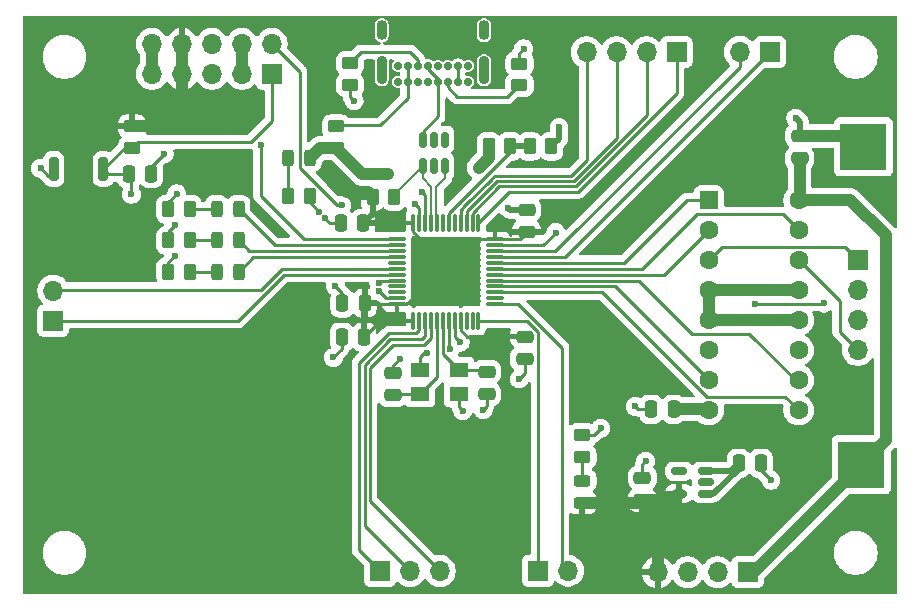
<source format=gbr>
%TF.GenerationSoftware,KiCad,Pcbnew,9.0.3*%
%TF.CreationDate,2025-07-30T22:28:19-05:00*%
%TF.ProjectId,stm32_cad,73746d33-325f-4636-9164-2e6b69636164,rev?*%
%TF.SameCoordinates,Original*%
%TF.FileFunction,Copper,L1,Top*%
%TF.FilePolarity,Positive*%
%FSLAX46Y46*%
G04 Gerber Fmt 4.6, Leading zero omitted, Abs format (unit mm)*
G04 Created by KiCad (PCBNEW 9.0.3) date 2025-07-30 22:28:19*
%MOMM*%
%LPD*%
G01*
G04 APERTURE LIST*
G04 Aperture macros list*
%AMRoundRect*
0 Rectangle with rounded corners*
0 $1 Rounding radius*
0 $2 $3 $4 $5 $6 $7 $8 $9 X,Y pos of 4 corners*
0 Add a 4 corners polygon primitive as box body*
4,1,4,$2,$3,$4,$5,$6,$7,$8,$9,$2,$3,0*
0 Add four circle primitives for the rounded corners*
1,1,$1+$1,$2,$3*
1,1,$1+$1,$4,$5*
1,1,$1+$1,$6,$7*
1,1,$1+$1,$8,$9*
0 Add four rect primitives between the rounded corners*
20,1,$1+$1,$2,$3,$4,$5,0*
20,1,$1+$1,$4,$5,$6,$7,0*
20,1,$1+$1,$6,$7,$8,$9,0*
20,1,$1+$1,$8,$9,$2,$3,0*%
G04 Aperture macros list end*
%TA.AperFunction,SMDPad,CuDef*%
%ADD10RoundRect,0.250000X-0.250000X-0.475000X0.250000X-0.475000X0.250000X0.475000X-0.250000X0.475000X0*%
%TD*%
%TA.AperFunction,SMDPad,CuDef*%
%ADD11RoundRect,0.243750X-0.243750X-0.456250X0.243750X-0.456250X0.243750X0.456250X-0.243750X0.456250X0*%
%TD*%
%TA.AperFunction,SMDPad,CuDef*%
%ADD12RoundRect,0.250000X0.262500X0.450000X-0.262500X0.450000X-0.262500X-0.450000X0.262500X-0.450000X0*%
%TD*%
%TA.AperFunction,SMDPad,CuDef*%
%ADD13R,4.000000X4.000000*%
%TD*%
%TA.AperFunction,SMDPad,CuDef*%
%ADD14RoundRect,0.250000X0.475000X-0.250000X0.475000X0.250000X-0.475000X0.250000X-0.475000X-0.250000X0*%
%TD*%
%TA.AperFunction,SMDPad,CuDef*%
%ADD15RoundRect,0.250000X0.250000X0.475000X-0.250000X0.475000X-0.250000X-0.475000X0.250000X-0.475000X0*%
%TD*%
%TA.AperFunction,SMDPad,CuDef*%
%ADD16RoundRect,0.243750X-0.456250X0.243750X-0.456250X-0.243750X0.456250X-0.243750X0.456250X0.243750X0*%
%TD*%
%TA.AperFunction,SMDPad,CuDef*%
%ADD17RoundRect,0.250000X-0.262500X-0.450000X0.262500X-0.450000X0.262500X0.450000X-0.262500X0.450000X0*%
%TD*%
%TA.AperFunction,SMDPad,CuDef*%
%ADD18R,1.600000X1.300000*%
%TD*%
%TA.AperFunction,ComponentPad*%
%ADD19C,0.700000*%
%TD*%
%TA.AperFunction,ComponentPad*%
%ADD20O,0.900000X2.400000*%
%TD*%
%TA.AperFunction,ComponentPad*%
%ADD21O,0.900000X1.700000*%
%TD*%
%TA.AperFunction,SMDPad,CuDef*%
%ADD22RoundRect,0.250000X-0.450000X0.262500X-0.450000X-0.262500X0.450000X-0.262500X0.450000X0.262500X0*%
%TD*%
%TA.AperFunction,SMDPad,CuDef*%
%ADD23RoundRect,0.250000X-0.475000X0.250000X-0.475000X-0.250000X0.475000X-0.250000X0.475000X0.250000X0*%
%TD*%
%TA.AperFunction,SMDPad,CuDef*%
%ADD24RoundRect,0.250000X0.450000X-0.262500X0.450000X0.262500X-0.450000X0.262500X-0.450000X-0.262500X0*%
%TD*%
%TA.AperFunction,ComponentPad*%
%ADD25R,1.700000X1.700000*%
%TD*%
%TA.AperFunction,ComponentPad*%
%ADD26O,1.700000X1.700000*%
%TD*%
%TA.AperFunction,SMDPad,CuDef*%
%ADD27RoundRect,0.150000X0.512500X0.150000X-0.512500X0.150000X-0.512500X-0.150000X0.512500X-0.150000X0*%
%TD*%
%TA.AperFunction,SMDPad,CuDef*%
%ADD28RoundRect,0.150000X-0.150000X0.512500X-0.150000X-0.512500X0.150000X-0.512500X0.150000X0.512500X0*%
%TD*%
%TA.AperFunction,SMDPad,CuDef*%
%ADD29RoundRect,0.075000X0.075000X-0.662500X0.075000X0.662500X-0.075000X0.662500X-0.075000X-0.662500X0*%
%TD*%
%TA.AperFunction,SMDPad,CuDef*%
%ADD30RoundRect,0.075000X0.662500X-0.075000X0.662500X0.075000X-0.662500X0.075000X-0.662500X-0.075000X0*%
%TD*%
%TA.AperFunction,SMDPad,CuDef*%
%ADD31RoundRect,0.200000X-0.200000X-0.800000X0.200000X-0.800000X0.200000X0.800000X-0.200000X0.800000X0*%
%TD*%
%TA.AperFunction,ComponentPad*%
%ADD32RoundRect,0.250000X-0.550000X-0.550000X0.550000X-0.550000X0.550000X0.550000X-0.550000X0.550000X0*%
%TD*%
%TA.AperFunction,ComponentPad*%
%ADD33C,1.600000*%
%TD*%
%TA.AperFunction,ViaPad*%
%ADD34C,0.600000*%
%TD*%
%TA.AperFunction,Conductor*%
%ADD35C,0.250000*%
%TD*%
%TA.AperFunction,Conductor*%
%ADD36C,1.000000*%
%TD*%
%TA.AperFunction,Conductor*%
%ADD37C,0.500000*%
%TD*%
%TA.AperFunction,Conductor*%
%ADD38C,0.200000*%
%TD*%
G04 APERTURE END LIST*
D10*
%TO.P,C9,1*%
%TO.N,nRST*%
X104400000Y-72950000D03*
%TO.P,C9,2*%
%TO.N,GND*%
X106300000Y-72950000D03*
%TD*%
D11*
%TO.P,D9,1,K*%
%TO.N,Net-(D9-K)*%
X117862500Y-71600000D03*
%TO.P,D9,2,A*%
%TO.N,5V*%
X119737500Y-71600000D03*
%TD*%
D12*
%TO.P,R3,1*%
%TO.N,Net-(D3-K)*%
X109572500Y-81250000D03*
%TO.P,R3,2*%
%TO.N,GND*%
X107747500Y-81250000D03*
%TD*%
D13*
%TO.P,TP2,1,1*%
%TO.N,5V*%
X166400000Y-97600000D03*
%TD*%
D14*
%TO.P,C12,1*%
%TO.N,5V*%
X161200000Y-71649999D03*
%TO.P,C12,2*%
%TO.N,GND*%
X161200000Y-69750001D03*
%TD*%
%TO.P,C3,1*%
%TO.N,3.3V*%
X138075000Y-77924999D03*
%TO.P,C3,2*%
%TO.N,GND*%
X138075000Y-76025001D03*
%TD*%
D15*
%TO.P,C4,1*%
%TO.N,3.3V*%
X124374999Y-83925000D03*
%TO.P,C4,2*%
%TO.N,GND*%
X122475001Y-83925000D03*
%TD*%
D16*
%TO.P,D2,1,K*%
%TO.N,Net-(D2-K)*%
X142800000Y-98950000D03*
%TO.P,D2,2,A*%
%TO.N,3.3V*%
X142800000Y-100825002D03*
%TD*%
D17*
%TO.P,R44,1*%
%TO.N,VBUS_SENSE*%
X138362500Y-70650000D03*
%TO.P,R44,2*%
%TO.N,GND*%
X140187500Y-70650000D03*
%TD*%
D18*
%TO.P,Y1,1,1*%
%TO.N,OSC_IN*%
X129050000Y-91600000D03*
%TO.P,Y1,2,2*%
%TO.N,GND*%
X132350000Y-91600000D03*
%TO.P,Y1,3,3*%
%TO.N,OSC_OUT*%
X132350000Y-89600000D03*
%TO.P,Y1,4,4*%
%TO.N,GND*%
X129050000Y-89600000D03*
%TD*%
D11*
%TO.P,D3,1,K*%
%TO.N,Net-(D3-K)*%
X111837500Y-81250000D03*
%TO.P,D3,2,A*%
%TO.N,LED1*%
X113712500Y-81250000D03*
%TD*%
D12*
%TO.P,R4,1*%
%TO.N,Net-(D4-K)*%
X109572500Y-78612500D03*
%TO.P,R4,2*%
%TO.N,GND*%
X107747500Y-78612500D03*
%TD*%
D19*
%TO.P,J2,A1,GND*%
%TO.N,GND*%
X133125000Y-65185000D03*
%TO.P,J2,A4,VBUS*%
%TO.N,Net-(FB3-Pad1)*%
X132275000Y-65185000D03*
%TO.P,J2,A5,CC1*%
%TO.N,Net-(J2-CC1)*%
X131424999Y-65185000D03*
%TO.P,J2,A6,D+*%
%TO.N,D_P*%
X130575000Y-65185000D03*
%TO.P,J2,A7,D-*%
%TO.N,D_N*%
X129725000Y-65185000D03*
%TO.P,J2,A8,SBU1*%
%TO.N,unconnected-(J2-SBU1-PadA8)*%
X128875000Y-65185000D03*
%TO.P,J2,A9,VBUS*%
%TO.N,Net-(FB3-Pad1)*%
X128024999Y-65185000D03*
%TO.P,J2,A12,GND*%
%TO.N,GND*%
X127175000Y-65185000D03*
%TO.P,J2,B1,GND*%
X127175000Y-63835000D03*
%TO.P,J2,B4,VBUS*%
%TO.N,Net-(FB3-Pad1)*%
X128025000Y-63835000D03*
%TO.P,J2,B5,CC2*%
%TO.N,Net-(J2-CC2)*%
X128875000Y-63835000D03*
%TO.P,J2,B6,D+*%
%TO.N,D_P*%
X129725000Y-63835000D03*
%TO.P,J2,B7,D-*%
%TO.N,D_N*%
X130575000Y-63835000D03*
%TO.P,J2,B8,SBU2*%
%TO.N,unconnected-(J2-SBU2-PadB8)*%
X131425000Y-63835000D03*
%TO.P,J2,B9,VBUS*%
%TO.N,Net-(FB3-Pad1)*%
X132275000Y-63835000D03*
%TO.P,J2,B12,GND*%
%TO.N,GND*%
X133125000Y-63835000D03*
D20*
%TO.P,J2,S1,SHIELD*%
X134475000Y-64205000D03*
D21*
X134475000Y-60825000D03*
D20*
X125825000Y-64205000D03*
D21*
X125825000Y-60825000D03*
%TD*%
D22*
%TO.P,R7,1*%
%TO.N,3.3V*%
X104700000Y-68962500D03*
%TO.P,R7,2*%
%TO.N,nRST*%
X104700000Y-70787500D03*
%TD*%
D11*
%TO.P,D5,1,K*%
%TO.N,Net-(D5-K)*%
X111837500Y-75975000D03*
%TO.P,D5,2,A*%
%TO.N,LED3*%
X113712500Y-75975000D03*
%TD*%
D23*
%TO.P,C6,1*%
%TO.N,3.3V*%
X137925000Y-86750001D03*
%TO.P,C6,2*%
%TO.N,GND*%
X137925000Y-88649999D03*
%TD*%
D24*
%TO.P,R2,1*%
%TO.N,Net-(D2-K)*%
X142800000Y-96937501D03*
%TO.P,R2,2*%
%TO.N,GND*%
X142800000Y-95112501D03*
%TD*%
D25*
%TO.P,J3,1,Pin_1*%
%TO.N,NSS*%
X150779999Y-62675000D03*
D26*
%TO.P,J3,2,Pin_2*%
%TO.N,SCK*%
X148239999Y-62675000D03*
%TO.P,J3,3,Pin_3*%
%TO.N,MOSI*%
X145700000Y-62675000D03*
%TO.P,J3,4,Pin_4*%
%TO.N,MISO*%
X143159999Y-62675000D03*
%TD*%
D12*
%TO.P,R5,1*%
%TO.N,Net-(D5-K)*%
X109572500Y-75975000D03*
%TO.P,R5,2*%
%TO.N,GND*%
X107747500Y-75975000D03*
%TD*%
D10*
%TO.P,C7,1*%
%TO.N,5V*%
X156025000Y-97475000D03*
%TO.P,C7,2*%
%TO.N,GND*%
X157925000Y-97475000D03*
%TD*%
D25*
%TO.P,J7,1,Pin_1*%
%TO.N,1Y*%
X166125000Y-80260000D03*
D26*
%TO.P,J7,2,Pin_2*%
%TO.N,2Y*%
X166125000Y-82800000D03*
%TO.P,J7,3,Pin_3*%
%TO.N,3Y*%
X166125000Y-85340000D03*
%TO.P,J7,4,Pin_4*%
%TO.N,4Y*%
X166125000Y-87880000D03*
%TD*%
D23*
%TO.P,C11,1*%
%TO.N,OSC_OUT*%
X134700000Y-89750001D03*
%TO.P,C11,2*%
%TO.N,GND*%
X134700000Y-91649999D03*
%TD*%
D27*
%TO.P,U2,1,IN*%
%TO.N,5V*%
X153237500Y-100049999D03*
%TO.P,U2,2,GND*%
%TO.N,GND*%
X153237500Y-99100000D03*
%TO.P,U2,3,EN*%
%TO.N,5V*%
X153237500Y-98150001D03*
%TO.P,U2,4,NC*%
%TO.N,unconnected-(U2-NC-Pad4)*%
X150962500Y-98150001D03*
%TO.P,U2,5,OUT*%
%TO.N,3.3V*%
X150962500Y-100049999D03*
%TD*%
D14*
%TO.P,C8,1*%
%TO.N,3.3V*%
X147875000Y-100599999D03*
%TO.P,C8,2*%
%TO.N,GND*%
X147875000Y-98700001D03*
%TD*%
D28*
%TO.P,U4,1*%
%TO.N,D_N*%
X131175000Y-70075000D03*
%TO.P,U4,2*%
%TO.N,GND*%
X130225001Y-70075000D03*
%TO.P,U4,3*%
%TO.N,D_P*%
X129275002Y-70075000D03*
%TO.P,U4,4*%
%TO.N,D+*%
X129275002Y-72350000D03*
%TO.P,U4,5*%
%TO.N,5V*%
X130225001Y-72350000D03*
%TO.P,U4,6*%
%TO.N,D-*%
X131175000Y-72350000D03*
%TD*%
D25*
%TO.P,J8,1,Pin_1*%
%TO.N,PB10*%
X158675000Y-62650000D03*
D26*
%TO.P,J8,2,Pin_2*%
%TO.N,PB11*%
X156135000Y-62650000D03*
%TD*%
D29*
%TO.P,U3,1,VBAT*%
%TO.N,3.3V*%
X128500000Y-85425000D03*
%TO.P,U3,2,PC13*%
%TO.N,PC13*%
X129000000Y-85425000D03*
%TO.P,U3,3,PC14*%
%TO.N,PC14*%
X129500000Y-85425000D03*
%TO.P,U3,4,PC15*%
%TO.N,PC15*%
X130000001Y-85425000D03*
%TO.P,U3,5,PD0*%
%TO.N,OSC_IN*%
X130500000Y-85425000D03*
%TO.P,U3,6,PD1*%
%TO.N,OSC_OUT*%
X131000000Y-85425000D03*
%TO.P,U3,7,NRST*%
%TO.N,nRST*%
X131500000Y-85425000D03*
%TO.P,U3,8,VSSA*%
%TO.N,GND*%
X132000000Y-85425000D03*
%TO.P,U3,9,VDDA*%
%TO.N,3.3V*%
X132499999Y-85425000D03*
%TO.P,U3,10,PA0*%
%TO.N,unconnected-(U3-PA0-Pad10)*%
X133000000Y-85425000D03*
%TO.P,U3,11,PA1*%
%TO.N,unconnected-(U3-PA1-Pad11)*%
X133500000Y-85425000D03*
%TO.P,U3,12,PA2*%
%TO.N,UART_TX*%
X134000000Y-85425000D03*
D30*
%TO.P,U3,13,PA3*%
%TO.N,UART_RX*%
X135412500Y-84012500D03*
%TO.P,U3,14,PA4*%
%TO.N,unconnected-(U3-PA4-Pad14)*%
X135412500Y-83512500D03*
%TO.P,U3,15,PA5*%
%TO.N,EN3_4*%
X135412500Y-83012500D03*
%TO.P,U3,16,PA6*%
%TO.N,2A*%
X135412500Y-82512499D03*
%TO.P,U3,17,PA7*%
%TO.N,3A*%
X135412500Y-82012500D03*
%TO.P,U3,18,PB0*%
%TO.N,1A*%
X135412500Y-81512500D03*
%TO.P,U3,19,PB1*%
%TO.N,4A*%
X135412500Y-81012500D03*
%TO.P,U3,20,PB2*%
%TO.N,EN1_2*%
X135412500Y-80512500D03*
%TO.P,U3,21,PB10*%
%TO.N,PB10*%
X135412500Y-80012501D03*
%TO.P,U3,22,PB11*%
%TO.N,PB11*%
X135412500Y-79512500D03*
%TO.P,U3,23,VSS*%
%TO.N,GND*%
X135412500Y-79012500D03*
%TO.P,U3,24,VDD*%
%TO.N,3.3V*%
X135412500Y-78512500D03*
D29*
%TO.P,U3,25,PB12*%
%TO.N,NSS*%
X134000000Y-77100000D03*
%TO.P,U3,26,PB13*%
%TO.N,SCK*%
X133500000Y-77100000D03*
%TO.P,U3,27,PB14*%
%TO.N,MOSI*%
X133000000Y-77100000D03*
%TO.P,U3,28,PB15*%
%TO.N,MISO*%
X132499999Y-77100000D03*
%TO.P,U3,29,PA8*%
%TO.N,unconnected-(U3-PA8-Pad29)*%
X132000000Y-77100000D03*
%TO.P,U3,30,PA9*%
%TO.N,VBUS_SENSE*%
X131500000Y-77100000D03*
%TO.P,U3,31,PA10*%
%TO.N,unconnected-(U3-PA10-Pad31)*%
X131000000Y-77100000D03*
%TO.P,U3,32,PA11*%
%TO.N,D-*%
X130500000Y-77100000D03*
%TO.P,U3,33,PA12*%
%TO.N,D+*%
X130000001Y-77100000D03*
%TO.P,U3,34,PA13*%
%TO.N,SWDIO*%
X129500000Y-77100000D03*
%TO.P,U3,35,VSS*%
%TO.N,GND*%
X129000000Y-77100000D03*
%TO.P,U3,36,VDD*%
%TO.N,3.3V*%
X128500000Y-77100000D03*
D30*
%TO.P,U3,37,PA14*%
%TO.N,SWCLK*%
X127087500Y-78512500D03*
%TO.P,U3,38,PA15*%
%TO.N,LED3*%
X127087500Y-79012500D03*
%TO.P,U3,39,PB3*%
%TO.N,LED2*%
X127087500Y-79512500D03*
%TO.P,U3,40,PB4*%
%TO.N,LED1*%
X127087500Y-80012501D03*
%TO.P,U3,41,PB5*%
%TO.N,unconnected-(U3-PB5-Pad41)*%
X127087500Y-80512500D03*
%TO.P,U3,42,PB6*%
%TO.N,SCL*%
X127087500Y-81012500D03*
%TO.P,U3,43,PB7*%
%TO.N,SDA*%
X127087500Y-81512500D03*
%TO.P,U3,44,BOOT0*%
%TO.N,GND*%
X127087500Y-82012500D03*
%TO.P,U3,45,PB8*%
%TO.N,unconnected-(U3-PB8-Pad45)*%
X127087500Y-82512499D03*
%TO.P,U3,46,PB9*%
%TO.N,unconnected-(U3-PB9-Pad46)*%
X127087500Y-83012500D03*
%TO.P,U3,47,VSS*%
%TO.N,GND*%
X127087500Y-83512500D03*
%TO.P,U3,48,VDD*%
%TO.N,3.3V*%
X127087500Y-84012500D03*
%TD*%
D22*
%TO.P,FB3,1*%
%TO.N,Net-(FB3-Pad1)*%
X121950000Y-68962500D03*
%TO.P,FB3,2*%
%TO.N,5V*%
X121950000Y-70787500D03*
%TD*%
D25*
%TO.P,J9,1,Pin_1*%
%TO.N,PC13*%
X125660000Y-106600000D03*
D26*
%TO.P,J9,2,Pin_2*%
%TO.N,PC14*%
X128200000Y-106600000D03*
%TO.P,J9,3,Pin_3*%
%TO.N,PC15*%
X130739999Y-106600000D03*
%TD*%
D25*
%TO.P,J5,1,Pin_1*%
%TO.N,SDA*%
X98000000Y-85400000D03*
D26*
%TO.P,J5,2,Pin_2*%
%TO.N,SCL*%
X98000000Y-82860000D03*
%TD*%
D31*
%TO.P,SW1,1,1*%
%TO.N,GND*%
X98050000Y-72575000D03*
%TO.P,SW1,2,2*%
%TO.N,nRST*%
X102250000Y-72575000D03*
%TD*%
D17*
%TO.P,R20,1*%
%TO.N,3.3V*%
X125037500Y-74900000D03*
%TO.P,R20,2*%
%TO.N,D+*%
X126862500Y-74900000D03*
%TD*%
D11*
%TO.P,D4,1,K*%
%TO.N,Net-(D4-K)*%
X111837500Y-78612500D03*
%TO.P,D4,2,A*%
%TO.N,LED2*%
X113712500Y-78612500D03*
%TD*%
D17*
%TO.P,R18,1*%
%TO.N,5V*%
X134862500Y-70650000D03*
%TO.P,R18,2*%
%TO.N,VBUS_SENSE*%
X136687500Y-70650000D03*
%TD*%
D25*
%TO.P,J6,1,Pin_1*%
%TO.N,5V*%
X156800000Y-106700000D03*
D26*
%TO.P,J6,2,Pin_2*%
%TO.N,GND*%
X154260000Y-106700000D03*
%TO.P,J6,3,Pin_3*%
X151720001Y-106700000D03*
%TO.P,J6,4,Pin_4*%
%TO.N,3.3V*%
X149180000Y-106700000D03*
%TD*%
D25*
%TO.P,J1,1,Pin_1*%
%TO.N,nRST*%
X116515000Y-64515000D03*
D26*
%TO.P,J1,2,Pin_2*%
%TO.N,SWDIO*%
X116515000Y-61975000D03*
%TO.P,J1,3,Pin_3*%
%TO.N,GND*%
X113975000Y-64515000D03*
%TO.P,J1,4,Pin_4*%
X113975000Y-61975000D03*
%TO.P,J1,5,Pin_5*%
%TO.N,unconnected-(J1-Pin_5-Pad5)*%
X111435000Y-64515000D03*
%TO.P,J1,6,Pin_6*%
%TO.N,SWCLK*%
X111435000Y-61975000D03*
%TO.P,J1,7,Pin_7*%
%TO.N,3.3V*%
X108895000Y-64515000D03*
%TO.P,J1,8,Pin_8*%
X108895000Y-61975000D03*
%TO.P,J1,9,Pin_9*%
%TO.N,5V*%
X106355000Y-64515000D03*
%TO.P,J1,10,Pin_10*%
X106355000Y-61975000D03*
%TD*%
D15*
%TO.P,C5,1*%
%TO.N,3.3V*%
X124324999Y-86800000D03*
%TO.P,C5,2*%
%TO.N,GND*%
X122425001Y-86800000D03*
%TD*%
D24*
%TO.P,R11,1*%
%TO.N,Net-(J2-CC1)*%
X137475000Y-65462500D03*
%TO.P,R11,2*%
%TO.N,GND*%
X137475000Y-63637500D03*
%TD*%
D14*
%TO.P,C10,1*%
%TO.N,OSC_IN*%
X126750000Y-91699999D03*
%TO.P,C10,2*%
%TO.N,GND*%
X126750000Y-89800001D03*
%TD*%
D15*
%TO.P,C1,1*%
%TO.N,3.3V*%
X124224999Y-77175000D03*
%TO.P,C1,2*%
%TO.N,GND*%
X122325001Y-77175000D03*
%TD*%
D13*
%TO.P,TP1,1,1*%
%TO.N,GND*%
X166600000Y-70700000D03*
%TD*%
D32*
%TO.P,U1,1,EN1\u002C2*%
%TO.N,EN1_2*%
X153500000Y-75200000D03*
D33*
%TO.P,U1,2,1A*%
%TO.N,1A*%
X153500000Y-77740000D03*
%TO.P,U1,3,1Y*%
%TO.N,1Y*%
X153500000Y-80279999D03*
%TO.P,U1,4,GND*%
%TO.N,GND*%
X153500000Y-82820000D03*
%TO.P,U1,5,GND*%
X153500000Y-85360000D03*
%TO.P,U1,6,2Y*%
%TO.N,2Y*%
X153500000Y-87900000D03*
%TO.P,U1,7,2A*%
%TO.N,2A*%
X153500000Y-90440000D03*
%TO.P,U1,8,VCC2*%
%TO.N,5V*%
X153500000Y-92980001D03*
%TO.P,U1,9,EN3\u002C4*%
%TO.N,EN3_4*%
X161120000Y-92980000D03*
%TO.P,U1,10,3A*%
%TO.N,3A*%
X161120000Y-90440000D03*
%TO.P,U1,11,3Y*%
%TO.N,3Y*%
X161120000Y-87900000D03*
%TO.P,U1,12,GND*%
%TO.N,GND*%
X161120000Y-85360000D03*
%TO.P,U1,13,GND*%
X161120000Y-82820000D03*
%TO.P,U1,14,4Y*%
%TO.N,4Y*%
X161120000Y-80280000D03*
%TO.P,U1,15,4A*%
%TO.N,4A*%
X161120000Y-77740000D03*
%TO.P,U1,16,VCC1*%
%TO.N,5V*%
X161120000Y-75200000D03*
%TD*%
D17*
%TO.P,R19,1*%
%TO.N,Net-(D9-K)*%
X117887500Y-74825000D03*
%TO.P,R19,2*%
%TO.N,GND*%
X119712500Y-74825000D03*
%TD*%
D25*
%TO.P,J4,1,Pin_1*%
%TO.N,UART_TX*%
X139050000Y-106575000D03*
D26*
%TO.P,J4,2,Pin_2*%
%TO.N,UART_RX*%
X141590000Y-106575000D03*
%TD*%
D24*
%TO.P,R12,1*%
%TO.N,GND*%
X123125000Y-65437500D03*
%TO.P,R12,2*%
%TO.N,Net-(J2-CC2)*%
X123125000Y-63612500D03*
%TD*%
D15*
%TO.P,C13,1*%
%TO.N,5V*%
X150524999Y-92900000D03*
%TO.P,C13,2*%
%TO.N,GND*%
X148625001Y-92900000D03*
%TD*%
D34*
%TO.N,3.3V*%
X122875000Y-74550000D03*
X108300000Y-69175000D03*
%TO.N,GND*%
X120525000Y-76200000D03*
X128650000Y-75525000D03*
X147300000Y-92675000D03*
X108325000Y-77300000D03*
X108300000Y-79900000D03*
X140825000Y-69025000D03*
X121050000Y-76750000D03*
X127325000Y-88625000D03*
X108450000Y-74650000D03*
X125575000Y-82225000D03*
X125625000Y-82925000D03*
X130225001Y-70075000D03*
X136525000Y-75875000D03*
X134400000Y-92950000D03*
X140550000Y-77950000D03*
X144350000Y-94525000D03*
X137825000Y-62375000D03*
X96925000Y-72500000D03*
X148150000Y-97300000D03*
X132675000Y-93025000D03*
X137450000Y-90350000D03*
X121725000Y-88525000D03*
X129625000Y-88125000D03*
X107400000Y-71275000D03*
X160875000Y-68250000D03*
X158775000Y-98925000D03*
X153237500Y-99100000D03*
X123475000Y-66800000D03*
X132475000Y-87225000D03*
X121875000Y-82450000D03*
%TO.N,5V*%
X130225001Y-72350000D03*
X126375000Y-73000000D03*
X119737500Y-71600000D03*
X134025000Y-72450000D03*
X156025000Y-97475000D03*
%TO.N,nRST*%
X131625000Y-87800000D03*
X104625000Y-74700000D03*
%TO.N,SWCLK*%
X115560000Y-70530000D03*
%TO.N,SWDIO*%
X122450000Y-75625000D03*
X129250000Y-74525000D03*
%TO.N,D_N*%
X131175000Y-70075000D03*
%TO.N,2Y*%
X163240000Y-83920000D03*
X157440000Y-83960000D03*
%TD*%
D35*
%TO.N,nRST*%
X116515000Y-68485000D02*
X114710000Y-70290000D01*
X114710000Y-70290000D02*
X105197500Y-70290000D01*
X105197500Y-70290000D02*
X104700000Y-70787500D01*
X116515000Y-64515000D02*
X116515000Y-68485000D01*
%TO.N,SWCLK*%
X127087500Y-78512500D02*
X119237500Y-78512500D01*
X115560000Y-74835000D02*
X115560000Y-70530000D01*
X119237500Y-78512500D02*
X115560000Y-74835000D01*
%TO.N,3.3V*%
X124224999Y-77175000D02*
X125375000Y-77175000D01*
X132499999Y-85425000D02*
X132499999Y-86231677D01*
D36*
X147649997Y-100825002D02*
X147875000Y-100599999D01*
D35*
X129105822Y-82800856D02*
X129105822Y-78512500D01*
D36*
X150412499Y-100600000D02*
X147875001Y-100600000D01*
D35*
X128500000Y-77906678D02*
X129105822Y-78512500D01*
D36*
X107475000Y-67375000D02*
X108915000Y-65935000D01*
X150962500Y-100049999D02*
X150412499Y-100600000D01*
X107475000Y-67375000D02*
X107475000Y-68350000D01*
D35*
X127087500Y-84012500D02*
X124462499Y-84012500D01*
X128500000Y-77100000D02*
X128500000Y-77906678D01*
X124462499Y-84012500D02*
X124374999Y-83925000D01*
X137275002Y-86750001D02*
X137425001Y-86900000D01*
D37*
X124324999Y-86800000D02*
X124324999Y-83975000D01*
D36*
X142800000Y-100825002D02*
X147649997Y-100825002D01*
D35*
X132499999Y-86231677D02*
X133018323Y-86750001D01*
D36*
X108915000Y-65935000D02*
X108915000Y-64675000D01*
D35*
X127894178Y-84012500D02*
X129105822Y-82800856D01*
X124299999Y-77100000D02*
X124224999Y-77175000D01*
X125699999Y-85425000D02*
X124324999Y-86800000D01*
D36*
X104712500Y-68950000D02*
X105900000Y-68950000D01*
D35*
X127087500Y-84012500D02*
X127894178Y-84012500D01*
D36*
X149180000Y-101904999D02*
X147875000Y-100599999D01*
D35*
X135412500Y-78512500D02*
X137487499Y-78512500D01*
X125699999Y-85425000D02*
X128500000Y-85425000D01*
D36*
X122875000Y-74550000D02*
X124687500Y-74550000D01*
X107475000Y-68350000D02*
X108300000Y-69175000D01*
D37*
X125037500Y-76362499D02*
X124224999Y-77175000D01*
D35*
X129105822Y-78512500D02*
X135412500Y-78512500D01*
D36*
X124687500Y-74550000D02*
X125037500Y-74900000D01*
X105900000Y-68950000D02*
X107475000Y-67375000D01*
X149180000Y-106700000D02*
X149180000Y-101904999D01*
D37*
X124324999Y-83975000D02*
X124374999Y-83925000D01*
D36*
X147875001Y-100600000D02*
X147875000Y-100599999D01*
X104700000Y-68962500D02*
X104712500Y-68950000D01*
D37*
X125037500Y-74900000D02*
X125037500Y-76362499D01*
D35*
X137487499Y-78512500D02*
X138075000Y-77924999D01*
X133018323Y-86750001D02*
X137275002Y-86750001D01*
D36*
X108915000Y-62135000D02*
X108915000Y-64675000D01*
D35*
X128500000Y-77100000D02*
X124299999Y-77100000D01*
%TO.N,GND*%
X157925000Y-98075000D02*
X158775000Y-98925000D01*
X132350000Y-92700000D02*
X132350000Y-91600000D01*
X139487500Y-79012500D02*
X140550000Y-77950000D01*
X125787500Y-82012500D02*
X125575000Y-82225000D01*
D37*
X161200000Y-68575000D02*
X160875000Y-68250000D01*
D35*
X97562500Y-73137500D02*
X97937500Y-73137500D01*
X107747500Y-78627500D02*
X107747500Y-78612500D01*
X106375000Y-72300000D02*
X107400000Y-71275000D01*
X96925000Y-72500000D02*
X97562500Y-73137500D01*
X123125000Y-66450000D02*
X123475000Y-66800000D01*
X132675000Y-93025000D02*
X132350000Y-92700000D01*
X129625000Y-88125000D02*
X129375000Y-88125000D01*
X107747500Y-77877500D02*
X108325000Y-77300000D01*
X147875000Y-97575000D02*
X148150000Y-97300000D01*
X107747500Y-75352500D02*
X107747500Y-75975000D01*
D37*
X161200000Y-69750001D02*
X161200000Y-68575000D01*
D35*
X127087500Y-83512500D02*
X126212500Y-83512500D01*
X137475000Y-63637500D02*
X137475000Y-62725000D01*
X127325000Y-88625000D02*
X126750000Y-89200000D01*
X106375000Y-73025000D02*
X106375000Y-72300000D01*
X147875000Y-98700001D02*
X147875000Y-97575000D01*
D37*
X140825000Y-70012500D02*
X140187500Y-70650000D01*
D36*
X113975000Y-61975000D02*
X113975000Y-64515000D01*
X166600000Y-70700000D02*
X165650001Y-69750001D01*
D35*
X137925000Y-88649999D02*
X137925000Y-89875000D01*
D36*
X153500000Y-82820000D02*
X153500000Y-85360000D01*
D35*
X126212500Y-83512500D02*
X125625000Y-82925000D01*
X137925000Y-89875000D02*
X137450000Y-90350000D01*
X134700000Y-92650000D02*
X134700000Y-92049999D01*
X126750000Y-89200000D02*
X126750000Y-89425001D01*
X122425001Y-87824999D02*
X121725000Y-88525000D01*
X129050000Y-88450000D02*
X129050000Y-89600000D01*
X137475000Y-62725000D02*
X137825000Y-62375000D01*
D37*
X140825000Y-69025000D02*
X140825000Y-70012500D01*
D35*
X148625001Y-92900000D02*
X147525000Y-92900000D01*
X127087500Y-82012500D02*
X125787500Y-82012500D01*
X107747500Y-81250000D02*
X107747500Y-80452500D01*
X132000000Y-85425000D02*
X132000000Y-86750000D01*
X107747500Y-80452500D02*
X108300000Y-79900000D01*
X119712500Y-75387500D02*
X120525000Y-76200000D01*
X129000000Y-77100000D02*
X129000000Y-75875000D01*
X157925000Y-97475000D02*
X157925000Y-98075000D01*
D36*
X161120000Y-85360000D02*
X153500000Y-85360000D01*
D35*
X132000000Y-86750000D02*
X132475000Y-87225000D01*
X122425001Y-86800000D02*
X122425001Y-87824999D01*
D36*
X153500000Y-82820000D02*
X161120000Y-82820000D01*
D35*
X129375000Y-88125000D02*
X129050000Y-88450000D01*
X134400000Y-92950000D02*
X134700000Y-92650000D01*
X121425000Y-77175000D02*
X122325001Y-77175000D01*
X123125000Y-65437500D02*
X123125000Y-66450000D01*
X122475001Y-83050001D02*
X121875000Y-82450000D01*
D37*
X136675001Y-76025001D02*
X136525000Y-75875000D01*
D35*
X144350000Y-94525000D02*
X143762499Y-95112501D01*
X119712500Y-74825000D02*
X119712500Y-75387500D01*
D36*
X165650001Y-69750001D02*
X161200000Y-69750001D01*
D35*
X121050000Y-76750000D02*
X121050000Y-76800000D01*
X121050000Y-76800000D02*
X121425000Y-77175000D01*
D37*
X138075000Y-76025001D02*
X136675001Y-76025001D01*
D35*
X107747500Y-78612500D02*
X107747500Y-77877500D01*
X147525000Y-92900000D02*
X147300000Y-92675000D01*
X135412500Y-79012500D02*
X139487500Y-79012500D01*
X143762499Y-95112501D02*
X142800000Y-95112501D01*
X129000000Y-75875000D02*
X128650000Y-75525000D01*
X108450000Y-74650000D02*
X107747500Y-75352500D01*
X122475001Y-83925000D02*
X122475001Y-83050001D01*
D36*
%TO.N,5V*%
X165500000Y-75200000D02*
X168475000Y-78175000D01*
D37*
X155349999Y-98150001D02*
X156025000Y-97475000D01*
D36*
X168475000Y-78175000D02*
X168475000Y-95525000D01*
X134862500Y-70650000D02*
X134862500Y-71612500D01*
X161120000Y-75200000D02*
X165500000Y-75200000D01*
X168475000Y-95525000D02*
X166400000Y-97600000D01*
X120550000Y-70787500D02*
X119737500Y-71600000D01*
X134862500Y-71612500D02*
X134025000Y-72450000D01*
X124162500Y-73000000D02*
X126375000Y-73000000D01*
X150524999Y-92900000D02*
X153419999Y-92900000D01*
X157300000Y-106700000D02*
X166400000Y-97600000D01*
D37*
X153237500Y-100049999D02*
X153899999Y-100049999D01*
D36*
X106355000Y-61975000D02*
X106355000Y-64515000D01*
X121950000Y-70787500D02*
X120550000Y-70787500D01*
X161200000Y-75120000D02*
X161120000Y-75200000D01*
D37*
X153237500Y-98150001D02*
X155349999Y-98150001D01*
D36*
X161200000Y-71649999D02*
X161200000Y-75120000D01*
X153419999Y-92900000D02*
X153500000Y-92980001D01*
D37*
X156025000Y-97924998D02*
X156025000Y-97475000D01*
D36*
X121950000Y-70787500D02*
X124162500Y-73000000D01*
D37*
X153899999Y-100049999D02*
X156025000Y-97924998D01*
D36*
X156800000Y-106700000D02*
X157300000Y-106700000D01*
D35*
%TO.N,nRST*%
X104700000Y-70787500D02*
X104037500Y-70787500D01*
X104625000Y-74700000D02*
X104625000Y-73175000D01*
X104475000Y-73025000D02*
X102700000Y-73025000D01*
X131625000Y-87800000D02*
X131500000Y-87675000D01*
X131500000Y-87675000D02*
X131500000Y-85425000D01*
X104625000Y-73175000D02*
X104475000Y-73025000D01*
X102700000Y-73025000D02*
X102250000Y-72575000D01*
X104037500Y-70787500D02*
X102250000Y-72575000D01*
%TO.N,OSC_IN*%
X129050000Y-91600000D02*
X126849999Y-91600000D01*
X130500000Y-90150000D02*
X130500000Y-85425000D01*
X126849999Y-91600000D02*
X126750000Y-91699999D01*
X128925001Y-91724999D02*
X129050000Y-91600000D01*
X129050000Y-91600000D02*
X130500000Y-90150000D01*
%TO.N,OSC_OUT*%
X134549999Y-89600000D02*
X134700000Y-89750001D01*
X132350000Y-89600000D02*
X134549999Y-89600000D01*
X131000000Y-88250000D02*
X132350000Y-89600000D01*
X131000000Y-85425000D02*
X131000000Y-88250000D01*
X132500001Y-89750001D02*
X132350000Y-89600000D01*
%TO.N,Net-(D2-K)*%
X142800000Y-98950000D02*
X142800000Y-96937501D01*
%TO.N,LED1*%
X114949999Y-80012501D02*
X113712500Y-81250000D01*
X127087500Y-80012501D02*
X114949999Y-80012501D01*
%TO.N,Net-(D3-K)*%
X109572500Y-81250000D02*
X111837500Y-81250000D01*
%TO.N,Net-(D4-K)*%
X111837500Y-78612500D02*
X109572500Y-78612500D01*
%TO.N,LED2*%
X114612500Y-79512500D02*
X113712500Y-78612500D01*
X127087500Y-79512500D02*
X114612500Y-79512500D01*
%TO.N,Net-(D5-K)*%
X109572500Y-75975000D02*
X111837500Y-75975000D01*
%TO.N,LED3*%
X113950000Y-75737500D02*
X113712500Y-75975000D01*
X113712500Y-75975000D02*
X116750000Y-79012500D01*
X116750000Y-79012500D02*
X127087500Y-79012500D01*
%TO.N,Net-(D9-K)*%
X117862500Y-74800000D02*
X117887500Y-74825000D01*
X117862500Y-71600000D02*
X117862500Y-74800000D01*
%TO.N,Net-(FB3-Pad1)*%
X132275000Y-65169974D02*
X132275000Y-63819974D01*
X128024999Y-66519974D02*
X125682472Y-68862501D01*
X128024999Y-65169974D02*
X128025000Y-63819974D01*
X122049999Y-68862501D02*
X121950000Y-68962500D01*
X125682472Y-68862501D02*
X122049999Y-68862501D01*
X128024999Y-65185000D02*
X128024999Y-66519974D01*
%TO.N,SWDIO*%
X129500000Y-74775000D02*
X129500000Y-77100000D01*
X118874000Y-64334000D02*
X116515000Y-61975000D01*
X122450000Y-75625000D02*
X122046514Y-75625000D01*
X122046514Y-75625000D02*
X118874000Y-72452486D01*
X118874000Y-72452486D02*
X118874000Y-64334000D01*
X129250000Y-74525000D02*
X129500000Y-74775000D01*
%TO.N,D_P*%
X129725000Y-63869974D02*
X129725000Y-64119974D01*
X129725000Y-64119974D02*
X130575000Y-64969974D01*
X129275002Y-70075000D02*
X129275002Y-69399998D01*
X130575000Y-64969974D02*
X130575000Y-65219974D01*
X130575000Y-68100000D02*
X130575000Y-65185000D01*
X129275002Y-69399998D02*
X130575000Y-68100000D01*
%TO.N,Net-(J2-CC1)*%
X131424999Y-65169974D02*
X131424999Y-65664948D01*
X131424999Y-65664948D02*
X132205025Y-66444974D01*
X132205025Y-66444974D02*
X136455026Y-66444974D01*
X136455026Y-66444974D02*
X137437500Y-65462500D01*
X137437500Y-65462500D02*
X137475000Y-65462500D01*
%TO.N,Net-(J2-CC2)*%
X128875000Y-63325000D02*
X128875000Y-63819974D01*
X128213974Y-62663974D02*
X128875000Y-63325000D01*
X128213974Y-62663974D02*
X124073526Y-62663974D01*
X124073526Y-62663974D02*
X123125000Y-63612500D01*
%TO.N,NSS*%
X150779999Y-62675000D02*
X150779999Y-66120001D01*
X150779999Y-66120001D02*
X142425000Y-74475000D01*
X136625000Y-74475000D02*
X134000000Y-77100000D01*
X142425000Y-74475000D02*
X136625000Y-74475000D01*
%TO.N,MOSI*%
X133049000Y-76106512D02*
X133313190Y-75842322D01*
X133313190Y-75842322D02*
X135318322Y-73837190D01*
X133000000Y-76155512D02*
X133049000Y-76106512D01*
X133000000Y-77100000D02*
X133000000Y-76155512D01*
X135318322Y-73837190D02*
X135582512Y-73573000D01*
X142051380Y-73573000D02*
X145700000Y-69924380D01*
X135956132Y-73573000D02*
X142051380Y-73573000D01*
X145700000Y-69924380D02*
X145700000Y-62675000D01*
X135582512Y-73573000D02*
X135956132Y-73573000D01*
%TO.N,MISO*%
X135395702Y-73122000D02*
X135192702Y-73325000D01*
X134867322Y-73650380D02*
X133126380Y-75391322D01*
X132598000Y-75919702D02*
X132549000Y-75968702D01*
X133126380Y-75391322D02*
X132862190Y-75655512D01*
X143159999Y-62675000D02*
X143159999Y-71826571D01*
X143159999Y-71826571D02*
X141864570Y-73122000D01*
X132499999Y-76017703D02*
X132499999Y-77100000D01*
X132813190Y-75704512D02*
X132598000Y-75919702D01*
X135131512Y-73386190D02*
X134867322Y-73650380D01*
X135192702Y-73325000D02*
X135131512Y-73386190D01*
X136142942Y-73122000D02*
X135769322Y-73122000D01*
X141864570Y-73122000D02*
X136142942Y-73122000D01*
X132862190Y-75655512D02*
X132813190Y-75704512D01*
X132549000Y-75968702D02*
X132499999Y-76017703D01*
X135769322Y-73122000D02*
X135395702Y-73122000D01*
%TO.N,SCK*%
X142238190Y-74024000D02*
X135769322Y-74024000D01*
X148239999Y-68022191D02*
X142238190Y-74024000D01*
X135769322Y-74024000D02*
X133500000Y-76293322D01*
X133500000Y-76293322D02*
X133500000Y-77100000D01*
X148239999Y-62675000D02*
X148239999Y-68022191D01*
%TO.N,UART_TX*%
X139050000Y-86328487D02*
X138146513Y-85425000D01*
X138146513Y-85425000D02*
X134000000Y-85425000D01*
X138498999Y-106023999D02*
X139050000Y-106575000D01*
X139050000Y-106575000D02*
X139050000Y-86328487D01*
%TO.N,UART_RX*%
X135412500Y-84012500D02*
X137371823Y-84012500D01*
X141075000Y-106060000D02*
X141590000Y-106575000D01*
X141075000Y-87715677D02*
X141075000Y-106060000D01*
X137371823Y-84012500D02*
X141075000Y-87715677D01*
%TO.N,SCL*%
X98000000Y-82785000D02*
X115590000Y-82785000D01*
X115590000Y-82785000D02*
X117362500Y-81012500D01*
X117362500Y-81012500D02*
X127087500Y-81012500D01*
%TO.N,SDA*%
X113675000Y-85400000D02*
X117562500Y-81512500D01*
X98000000Y-85400000D02*
X113675000Y-85400000D01*
X117562500Y-81512500D02*
X127087500Y-81512500D01*
%TO.N,PB10*%
X141312499Y-80012501D02*
X158675000Y-62650000D01*
X135412500Y-80012501D02*
X141312499Y-80012501D01*
%TO.N,PB11*%
X140512500Y-79512500D02*
X156135000Y-63890000D01*
X156135000Y-63890000D02*
X156135000Y-62650000D01*
X135412500Y-79512500D02*
X140512500Y-79512500D01*
%TO.N,PC14*%
X129500000Y-86710298D02*
X129210298Y-87000000D01*
X129210298Y-87000000D02*
X126537810Y-87000000D01*
X129500000Y-85425000D02*
X129500000Y-86710298D01*
X124376000Y-102776000D02*
X128200000Y-106600000D01*
X126537810Y-87000000D02*
X124376000Y-89161810D01*
X124376000Y-89161810D02*
X124376000Y-102776000D01*
%TO.N,PC13*%
X129000000Y-86231678D02*
X129000000Y-85425000D01*
X126411500Y-86488500D02*
X128743178Y-86488500D01*
X128743178Y-86488500D02*
X129000000Y-86231678D01*
X123925000Y-88975000D02*
X126411500Y-86488500D01*
X123925000Y-104865000D02*
X123925000Y-88975000D01*
X125660000Y-106600000D02*
X123925000Y-104865000D01*
%TO.N,PC15*%
X126778000Y-87451000D02*
X129397108Y-87451000D01*
X124827000Y-89402000D02*
X126778000Y-87451000D01*
X130739999Y-106600000D02*
X124827000Y-100687001D01*
X130000001Y-86848107D02*
X129397108Y-87451000D01*
X124827000Y-100687001D02*
X124827000Y-89402000D01*
X130000001Y-85425000D02*
X130000001Y-86848107D01*
%TO.N,VBUS_SENSE*%
X136687500Y-71105822D02*
X136687500Y-70650000D01*
D37*
X136687500Y-70650000D02*
X138362500Y-70650000D01*
D35*
X131500000Y-77100000D02*
X131500000Y-76293322D01*
X131500000Y-76293322D02*
X136687500Y-71105822D01*
D38*
%TO.N,D+*%
X129275002Y-73343751D02*
X129275002Y-72350000D01*
X129275002Y-72350000D02*
X126862500Y-74762502D01*
X126862500Y-74762502D02*
X126862500Y-74900000D01*
X130000001Y-77100000D02*
X130000001Y-74068750D01*
X130000001Y-74068750D02*
X129275002Y-73343751D01*
D35*
%TO.N,2A*%
X145572499Y-82512499D02*
X153500000Y-90440000D01*
X135412500Y-82512499D02*
X145572499Y-82512499D01*
%TO.N,4A*%
X161120000Y-77740000D02*
X159755000Y-76375000D01*
X147887500Y-81012500D02*
X135412500Y-81012500D01*
X159755000Y-76375000D02*
X152525000Y-76375000D01*
X152525000Y-76375000D02*
X147887500Y-81012500D01*
%TO.N,4Y*%
X164575000Y-86330000D02*
X166145000Y-87900000D01*
X161120000Y-80280000D02*
X164575000Y-83735000D01*
X164575000Y-83735000D02*
X164575000Y-86330000D01*
%TO.N,3A*%
X156950000Y-86500000D02*
X160890000Y-90440000D01*
X160890000Y-90440000D02*
X161120000Y-90440000D01*
X152050000Y-86500000D02*
X156950000Y-86500000D01*
X147562500Y-82012500D02*
X152050000Y-86500000D01*
X135412500Y-82012500D02*
X147562500Y-82012500D01*
%TO.N,1A*%
X135412500Y-81512500D02*
X149727500Y-81512500D01*
X149727500Y-81512500D02*
X153500000Y-77740000D01*
%TO.N,EN3_4*%
X144480095Y-83012500D02*
X153321596Y-91854001D01*
X159994001Y-91854001D02*
X161120000Y-92980000D01*
X153321596Y-91854001D02*
X159994001Y-91854001D01*
X135412500Y-83012500D02*
X144480095Y-83012500D01*
%TO.N,2Y*%
X163200000Y-83960000D02*
X163240000Y-83920000D01*
X157440000Y-83960000D02*
X163200000Y-83960000D01*
%TO.N,EN1_2*%
X153500000Y-75200000D02*
X151625000Y-75200000D01*
X151625000Y-75200000D02*
X146312500Y-80512500D01*
X146312500Y-80512500D02*
X135412500Y-80512500D01*
%TO.N,1Y*%
X165019000Y-79154000D02*
X166145000Y-80280000D01*
X154625999Y-79154000D02*
X165019000Y-79154000D01*
X153500000Y-80279999D02*
X154625999Y-79154000D01*
D38*
%TO.N,D-*%
X130450001Y-74068750D02*
X131175000Y-73343751D01*
X130500000Y-77100000D02*
X130450001Y-77050001D01*
X130450001Y-77050001D02*
X130450001Y-74068750D01*
X131175000Y-73343751D02*
X131175000Y-72350000D01*
%TD*%
%TA.AperFunction,Conductor*%
%TO.N,3.3V*%
G36*
X169392539Y-59595185D02*
G01*
X169438294Y-59647989D01*
X169449500Y-59699500D01*
X169449500Y-77435216D01*
X169443261Y-77456461D01*
X169441682Y-77478549D01*
X169433609Y-77489332D01*
X169429815Y-77502255D01*
X169413083Y-77516753D01*
X169399811Y-77534483D01*
X169387188Y-77539190D01*
X169377011Y-77548010D01*
X169355095Y-77551161D01*
X169334347Y-77558900D01*
X169321185Y-77556036D01*
X169307853Y-77557954D01*
X169287708Y-77548754D01*
X169266074Y-77544048D01*
X169248346Y-77530778D01*
X169244297Y-77528929D01*
X169237819Y-77522898D01*
X169192058Y-77477137D01*
X169112782Y-77397861D01*
X169112781Y-77397860D01*
X166284208Y-74569288D01*
X166284206Y-74569285D01*
X166284206Y-74569286D01*
X166277139Y-74562219D01*
X166277139Y-74562218D01*
X166137782Y-74422861D01*
X166137781Y-74422860D01*
X166137780Y-74422859D01*
X165973920Y-74313371D01*
X165973911Y-74313366D01*
X165896170Y-74281165D01*
X165845165Y-74260038D01*
X165791836Y-74237949D01*
X165685880Y-74216873D01*
X165681492Y-74216000D01*
X165681488Y-74215999D01*
X165598543Y-74199500D01*
X165598541Y-74199500D01*
X162324500Y-74199500D01*
X162257461Y-74179815D01*
X162211706Y-74127011D01*
X162200500Y-74075500D01*
X162200500Y-72487229D01*
X162220185Y-72420190D01*
X162236819Y-72399548D01*
X162236867Y-72399500D01*
X162267712Y-72368655D01*
X162359814Y-72219333D01*
X162414999Y-72052796D01*
X162425500Y-71950008D01*
X162425499Y-71349991D01*
X162422376Y-71319423D01*
X162414999Y-71247202D01*
X162414998Y-71247199D01*
X162401003Y-71204965D01*
X162359814Y-71080665D01*
X162272802Y-70939595D01*
X162254363Y-70872205D01*
X162275286Y-70805542D01*
X162328928Y-70760772D01*
X162378342Y-70750501D01*
X163975501Y-70750501D01*
X164042540Y-70770186D01*
X164088295Y-70822990D01*
X164099501Y-70874501D01*
X164099501Y-72747876D01*
X164105908Y-72807483D01*
X164156202Y-72942328D01*
X164156206Y-72942335D01*
X164242452Y-73057544D01*
X164242455Y-73057547D01*
X164357664Y-73143793D01*
X164357671Y-73143797D01*
X164492517Y-73194091D01*
X164492516Y-73194091D01*
X164499444Y-73194835D01*
X164552127Y-73200500D01*
X168647872Y-73200499D01*
X168707483Y-73194091D01*
X168842331Y-73143796D01*
X168957546Y-73057546D01*
X169043796Y-72942331D01*
X169094091Y-72807483D01*
X169100500Y-72747873D01*
X169100499Y-68652128D01*
X169094091Y-68592517D01*
X169091607Y-68585858D01*
X169043797Y-68457671D01*
X169043793Y-68457664D01*
X168957547Y-68342455D01*
X168957544Y-68342452D01*
X168842335Y-68256206D01*
X168842328Y-68256202D01*
X168707482Y-68205908D01*
X168707483Y-68205908D01*
X168647883Y-68199501D01*
X168647881Y-68199500D01*
X168647873Y-68199500D01*
X168647864Y-68199500D01*
X164552129Y-68199500D01*
X164552123Y-68199501D01*
X164492516Y-68205908D01*
X164357671Y-68256202D01*
X164357664Y-68256206D01*
X164242455Y-68342452D01*
X164242452Y-68342455D01*
X164156206Y-68457664D01*
X164156202Y-68457671D01*
X164105908Y-68592516D01*
X164100937Y-68638757D01*
X164074199Y-68703308D01*
X164016806Y-68743156D01*
X163977648Y-68749501D01*
X162074500Y-68749501D01*
X162007461Y-68729816D01*
X161961706Y-68677012D01*
X161950500Y-68625501D01*
X161950500Y-68501079D01*
X161921659Y-68356092D01*
X161921658Y-68356091D01*
X161921658Y-68356087D01*
X161921656Y-68356082D01*
X161865087Y-68219511D01*
X161865080Y-68219498D01*
X161782952Y-68096585D01*
X161782951Y-68096584D01*
X161678416Y-67992049D01*
X161621070Y-67934702D01*
X161621065Y-67934693D01*
X161594192Y-67894475D01*
X161584395Y-67870823D01*
X161584390Y-67870814D01*
X161496789Y-67739711D01*
X161496786Y-67739707D01*
X161385292Y-67628213D01*
X161385288Y-67628210D01*
X161254185Y-67540609D01*
X161254172Y-67540602D01*
X161108501Y-67480264D01*
X161108489Y-67480261D01*
X160953845Y-67449500D01*
X160953842Y-67449500D01*
X160796158Y-67449500D01*
X160796155Y-67449500D01*
X160641510Y-67480261D01*
X160641498Y-67480264D01*
X160495827Y-67540602D01*
X160495814Y-67540609D01*
X160364711Y-67628210D01*
X160364707Y-67628213D01*
X160253213Y-67739707D01*
X160253210Y-67739711D01*
X160165609Y-67870814D01*
X160165602Y-67870827D01*
X160105264Y-68016498D01*
X160105261Y-68016510D01*
X160074500Y-68171153D01*
X160074500Y-68328846D01*
X160105261Y-68483489D01*
X160105264Y-68483501D01*
X160165602Y-68629172D01*
X160165609Y-68629185D01*
X160256595Y-68765354D01*
X160254258Y-68766915D01*
X160276889Y-68820091D01*
X160265148Y-68888967D01*
X160241415Y-68922218D01*
X160132287Y-69031346D01*
X160040187Y-69180664D01*
X160040185Y-69180669D01*
X160016874Y-69251019D01*
X159985001Y-69347204D01*
X159985001Y-69347205D01*
X159985000Y-69347205D01*
X159974500Y-69449984D01*
X159974500Y-70050002D01*
X159974501Y-70050020D01*
X159985000Y-70152797D01*
X159985001Y-70152800D01*
X160040185Y-70319332D01*
X160040186Y-70319335D01*
X160129808Y-70464637D01*
X160132289Y-70468658D01*
X160256343Y-70592712D01*
X160256346Y-70592714D01*
X160259182Y-70594464D01*
X160260717Y-70596170D01*
X160262011Y-70597194D01*
X160261836Y-70597415D01*
X160305904Y-70646413D01*
X160317124Y-70715376D01*
X160289278Y-70779458D01*
X160259182Y-70805536D01*
X160256346Y-70807285D01*
X160256343Y-70807287D01*
X160132289Y-70931341D01*
X160040187Y-71080662D01*
X160040185Y-71080667D01*
X160022236Y-71134833D01*
X159985001Y-71247202D01*
X159985001Y-71247203D01*
X159985000Y-71247203D01*
X159974500Y-71349982D01*
X159974500Y-71950000D01*
X159974501Y-71950018D01*
X159985000Y-72052795D01*
X159985001Y-72052798D01*
X160040185Y-72219330D01*
X160040187Y-72219335D01*
X160069285Y-72266510D01*
X160128315Y-72362214D01*
X160132289Y-72368656D01*
X160163181Y-72399548D01*
X160196666Y-72460871D01*
X160199500Y-72487229D01*
X160199500Y-74229953D01*
X160179815Y-74296992D01*
X160163181Y-74317634D01*
X160128032Y-74352782D01*
X160128028Y-74352786D01*
X160007715Y-74518386D01*
X159914781Y-74700776D01*
X159851522Y-74895465D01*
X159825043Y-75062652D01*
X159819500Y-75097648D01*
X159819500Y-75302352D01*
X159830564Y-75372204D01*
X159851523Y-75504535D01*
X159851523Y-75504538D01*
X159878376Y-75587182D01*
X159880371Y-75657023D01*
X159844290Y-75716856D01*
X159781589Y-75747684D01*
X159760445Y-75749500D01*
X154924500Y-75749500D01*
X154857461Y-75729815D01*
X154811706Y-75677011D01*
X154800500Y-75625500D01*
X154800499Y-74599998D01*
X154800498Y-74599981D01*
X154789999Y-74497203D01*
X154789998Y-74497200D01*
X154773084Y-74446158D01*
X154734814Y-74330666D01*
X154642712Y-74181344D01*
X154518656Y-74057288D01*
X154369334Y-73965186D01*
X154202797Y-73910001D01*
X154202795Y-73910000D01*
X154100010Y-73899500D01*
X152899998Y-73899500D01*
X152899981Y-73899501D01*
X152797203Y-73910000D01*
X152797200Y-73910001D01*
X152630668Y-73965185D01*
X152630663Y-73965187D01*
X152481342Y-74057289D01*
X152357289Y-74181342D01*
X152265187Y-74330663D01*
X152265186Y-74330666D01*
X152212551Y-74489506D01*
X152172781Y-74546949D01*
X152108265Y-74573772D01*
X152094847Y-74574500D01*
X151692741Y-74574500D01*
X151692721Y-74574499D01*
X151686607Y-74574499D01*
X151563394Y-74574499D01*
X151462597Y-74594548D01*
X151462592Y-74594548D01*
X151442551Y-74598535D01*
X151442547Y-74598536D01*
X151429739Y-74603841D01*
X151429740Y-74603842D01*
X151328717Y-74645686D01*
X151328708Y-74645691D01*
X151226267Y-74714141D01*
X151226263Y-74714144D01*
X146089729Y-79850681D01*
X146028406Y-79884166D01*
X146002048Y-79887000D01*
X142621952Y-79887000D01*
X142554913Y-79867315D01*
X142509158Y-79814511D01*
X142499214Y-79745353D01*
X142528239Y-79681797D01*
X142534271Y-79675319D01*
X158172772Y-64036818D01*
X158234095Y-64003333D01*
X158260453Y-64000499D01*
X159572871Y-64000499D01*
X159572872Y-64000499D01*
X159632483Y-63994091D01*
X159767331Y-63943796D01*
X159882546Y-63857546D01*
X159968796Y-63742331D01*
X160019091Y-63607483D01*
X160025500Y-63547873D01*
X160025499Y-62953711D01*
X164099500Y-62953711D01*
X164099500Y-63196288D01*
X164130860Y-63434502D01*
X164131162Y-63436789D01*
X164143620Y-63483282D01*
X164193947Y-63671104D01*
X164281530Y-63882547D01*
X164286776Y-63895212D01*
X164408064Y-64105289D01*
X164408066Y-64105292D01*
X164408067Y-64105293D01*
X164555733Y-64297736D01*
X164555739Y-64297743D01*
X164727256Y-64469260D01*
X164727263Y-64469266D01*
X164785615Y-64514041D01*
X164919711Y-64616936D01*
X165129788Y-64738224D01*
X165353900Y-64831054D01*
X165588211Y-64893838D01*
X165749707Y-64915099D01*
X165828711Y-64925500D01*
X165828712Y-64925500D01*
X166071289Y-64925500D01*
X166119388Y-64919167D01*
X166311789Y-64893838D01*
X166546100Y-64831054D01*
X166770212Y-64738224D01*
X166980289Y-64616936D01*
X167172738Y-64469265D01*
X167344265Y-64297738D01*
X167491936Y-64105289D01*
X167613224Y-63895212D01*
X167706054Y-63671100D01*
X167768838Y-63436789D01*
X167800500Y-63196288D01*
X167800500Y-62953712D01*
X167796886Y-62926264D01*
X167787592Y-62855664D01*
X167768838Y-62713211D01*
X167706054Y-62478900D01*
X167613224Y-62254788D01*
X167491936Y-62044711D01*
X167356888Y-61868713D01*
X167344266Y-61852263D01*
X167344260Y-61852256D01*
X167172743Y-61680739D01*
X167172736Y-61680733D01*
X166980293Y-61533067D01*
X166980292Y-61533066D01*
X166980289Y-61533064D01*
X166770212Y-61411776D01*
X166738026Y-61398444D01*
X166546104Y-61318947D01*
X166385623Y-61275946D01*
X166311789Y-61256162D01*
X166311788Y-61256161D01*
X166311785Y-61256161D01*
X166071289Y-61224500D01*
X166071288Y-61224500D01*
X165828712Y-61224500D01*
X165828711Y-61224500D01*
X165588214Y-61256161D01*
X165353895Y-61318947D01*
X165129794Y-61411773D01*
X165129785Y-61411777D01*
X164919706Y-61533067D01*
X164727263Y-61680733D01*
X164727256Y-61680739D01*
X164555739Y-61852256D01*
X164555733Y-61852263D01*
X164408067Y-62044706D01*
X164408064Y-62044710D01*
X164408064Y-62044711D01*
X164397787Y-62062511D01*
X164286777Y-62254785D01*
X164286773Y-62254794D01*
X164193947Y-62478895D01*
X164131161Y-62713214D01*
X164099500Y-62953711D01*
X160025499Y-62953711D01*
X160025499Y-62641051D01*
X160025499Y-61752129D01*
X160025498Y-61752123D01*
X160019091Y-61692516D01*
X159968797Y-61557671D01*
X159968793Y-61557664D01*
X159882547Y-61442455D01*
X159882544Y-61442452D01*
X159767335Y-61356206D01*
X159767328Y-61356202D01*
X159632482Y-61305908D01*
X159632483Y-61305908D01*
X159572883Y-61299501D01*
X159572881Y-61299500D01*
X159572873Y-61299500D01*
X159572864Y-61299500D01*
X157777129Y-61299500D01*
X157777123Y-61299501D01*
X157717516Y-61305908D01*
X157582671Y-61356202D01*
X157582664Y-61356206D01*
X157467455Y-61442452D01*
X157467452Y-61442455D01*
X157381206Y-61557664D01*
X157381203Y-61557669D01*
X157332189Y-61689083D01*
X157290317Y-61745016D01*
X157224853Y-61769433D01*
X157156580Y-61754581D01*
X157128326Y-61733430D01*
X157014786Y-61619890D01*
X156842820Y-61494951D01*
X156653414Y-61398444D01*
X156653413Y-61398443D01*
X156653412Y-61398443D01*
X156451243Y-61332754D01*
X156451241Y-61332753D01*
X156451240Y-61332753D01*
X156289957Y-61307208D01*
X156241287Y-61299500D01*
X156028713Y-61299500D01*
X155980042Y-61307208D01*
X155818760Y-61332753D01*
X155616585Y-61398444D01*
X155427179Y-61494951D01*
X155255213Y-61619890D01*
X155104890Y-61770213D01*
X154979951Y-61942179D01*
X154883444Y-62131585D01*
X154817753Y-62333760D01*
X154795383Y-62475000D01*
X154784500Y-62543713D01*
X154784500Y-62756287D01*
X154788460Y-62781287D01*
X154810176Y-62918401D01*
X154817754Y-62966243D01*
X154882172Y-63164501D01*
X154883444Y-63168414D01*
X154979951Y-63357820D01*
X155104890Y-63529786D01*
X155104896Y-63529792D01*
X155255208Y-63680104D01*
X155255211Y-63680106D01*
X155256543Y-63681074D01*
X155256926Y-63681571D01*
X155258913Y-63683268D01*
X155258556Y-63683685D01*
X155299207Y-63736405D01*
X155305185Y-63806018D01*
X155272577Y-63867813D01*
X155271336Y-63869071D01*
X141481471Y-77658936D01*
X141420148Y-77692421D01*
X141350456Y-77687437D01*
X141294523Y-77645565D01*
X141279231Y-77618712D01*
X141259394Y-77570821D01*
X141259392Y-77570818D01*
X141259390Y-77570814D01*
X141171789Y-77439711D01*
X141171786Y-77439707D01*
X141060292Y-77328213D01*
X141060288Y-77328210D01*
X140929185Y-77240609D01*
X140929172Y-77240602D01*
X140783501Y-77180264D01*
X140783489Y-77180261D01*
X140628845Y-77149500D01*
X140628842Y-77149500D01*
X140471158Y-77149500D01*
X140471155Y-77149500D01*
X140316510Y-77180261D01*
X140316498Y-77180264D01*
X140170827Y-77240602D01*
X140170814Y-77240609D01*
X140039711Y-77328210D01*
X140039707Y-77328213D01*
X139928213Y-77439707D01*
X139928210Y-77439711D01*
X139840609Y-77570814D01*
X139840602Y-77570827D01*
X139780264Y-77716498D01*
X139780261Y-77716508D01*
X139758141Y-77827714D01*
X139725756Y-77889625D01*
X139724205Y-77891203D01*
X139457886Y-78157523D01*
X139396563Y-78191008D01*
X139326872Y-78186024D01*
X139309717Y-78174999D01*
X136850001Y-78174999D01*
X136850001Y-78182580D01*
X136830316Y-78249619D01*
X136777512Y-78295374D01*
X136708354Y-78305318D01*
X136644798Y-78276293D01*
X136611440Y-78230032D01*
X136577263Y-78147521D01*
X136485094Y-78027405D01*
X136364978Y-77935236D01*
X136225108Y-77877301D01*
X136225104Y-77877300D01*
X136112697Y-77862500D01*
X135562500Y-77862500D01*
X135562500Y-78238000D01*
X135559949Y-78246685D01*
X135561238Y-78255647D01*
X135550259Y-78279687D01*
X135542815Y-78305039D01*
X135535974Y-78310966D01*
X135532213Y-78319203D01*
X135509978Y-78333492D01*
X135490011Y-78350794D01*
X135479496Y-78353081D01*
X135473435Y-78356977D01*
X135438500Y-78362000D01*
X135386500Y-78362000D01*
X135319461Y-78342315D01*
X135273706Y-78289511D01*
X135262500Y-78238000D01*
X135262500Y-77862500D01*
X134774500Y-77862500D01*
X134707461Y-77842815D01*
X134661706Y-77790011D01*
X134650500Y-77738500D01*
X134650500Y-77385452D01*
X134670185Y-77318413D01*
X134686819Y-77297771D01*
X135176040Y-76808550D01*
X135674643Y-76309946D01*
X135735964Y-76276463D01*
X135805655Y-76281447D01*
X135861589Y-76323319D01*
X135865424Y-76328738D01*
X135903210Y-76385288D01*
X135903213Y-76385292D01*
X136014707Y-76496786D01*
X136014711Y-76496789D01*
X136145817Y-76584392D01*
X136145819Y-76584393D01*
X136145821Y-76584394D01*
X136175336Y-76596619D01*
X136196768Y-76608074D01*
X136226665Y-76628051D01*
X136319499Y-76690081D01*
X136319512Y-76690088D01*
X136450475Y-76744334D01*
X136456088Y-76746659D01*
X136456092Y-76746659D01*
X136456093Y-76746660D01*
X136601080Y-76775501D01*
X136601083Y-76775501D01*
X136987770Y-76775501D01*
X137015036Y-76783507D01*
X137043016Y-76788488D01*
X137050615Y-76793954D01*
X137054809Y-76795186D01*
X137072054Y-76808550D01*
X137073786Y-76810155D01*
X137131344Y-76867713D01*
X137144958Y-76876110D01*
X137153841Y-76884342D01*
X137165784Y-76904364D01*
X137181378Y-76921701D01*
X137183348Y-76933810D01*
X137189634Y-76944348D01*
X137188855Y-76967650D01*
X137192601Y-76990664D01*
X137187711Y-77001917D01*
X137187302Y-77014178D01*
X137174050Y-77033359D01*
X137164758Y-77054746D01*
X137151095Y-77066586D01*
X137147588Y-77071663D01*
X137143057Y-77073551D01*
X137134665Y-77080825D01*
X137131659Y-77082678D01*
X137007684Y-77206653D01*
X136915643Y-77355874D01*
X136915641Y-77355879D01*
X136860494Y-77522301D01*
X136860493Y-77522308D01*
X136850000Y-77625012D01*
X136850000Y-77674999D01*
X139299999Y-77674999D01*
X139299999Y-77625027D01*
X139299998Y-77625012D01*
X139289505Y-77522301D01*
X139234358Y-77355879D01*
X139234356Y-77355874D01*
X139142315Y-77206653D01*
X139018344Y-77082682D01*
X139018341Y-77082680D01*
X139015339Y-77080828D01*
X139013713Y-77079020D01*
X139012677Y-77078201D01*
X139012817Y-77078023D01*
X138968618Y-77028878D01*
X138957399Y-76959914D01*
X138985246Y-76895834D01*
X139015348Y-76869752D01*
X139018656Y-76867713D01*
X139142712Y-76743657D01*
X139234814Y-76594335D01*
X139289999Y-76427798D01*
X139300500Y-76325010D01*
X139300499Y-75724993D01*
X139298338Y-75703842D01*
X139289999Y-75622204D01*
X139289998Y-75622201D01*
X139265930Y-75549569D01*
X139234814Y-75455667D01*
X139142712Y-75306345D01*
X139138812Y-75301414D01*
X139112670Y-75236619D01*
X139125708Y-75167977D01*
X139173787Y-75117280D01*
X139236076Y-75100500D01*
X142486608Y-75100500D01*
X142486608Y-75100499D01*
X142593797Y-75079179D01*
X142607452Y-75076463D01*
X142640792Y-75062652D01*
X142721286Y-75029312D01*
X142791415Y-74982452D01*
X142823733Y-74960858D01*
X142910858Y-74873733D01*
X142910859Y-74873731D01*
X142917925Y-74866665D01*
X142917928Y-74866661D01*
X151178728Y-66605861D01*
X151178732Y-66605859D01*
X151265857Y-66518734D01*
X151318466Y-66439999D01*
X151334311Y-66416286D01*
X151364140Y-66344272D01*
X151381462Y-66302453D01*
X151381463Y-66302449D01*
X151383399Y-66292716D01*
X151388983Y-66264645D01*
X151398010Y-66219259D01*
X151405499Y-66181608D01*
X151405499Y-66058394D01*
X151405499Y-64149499D01*
X151425184Y-64082460D01*
X151477988Y-64036705D01*
X151529499Y-64025499D01*
X151677870Y-64025499D01*
X151677871Y-64025499D01*
X151737482Y-64019091D01*
X151872330Y-63968796D01*
X151987545Y-63882546D01*
X152073795Y-63767331D01*
X152124090Y-63632483D01*
X152130499Y-63572873D01*
X152130498Y-61777128D01*
X152124090Y-61717517D01*
X152122809Y-61714083D01*
X152073796Y-61582671D01*
X152073792Y-61582664D01*
X151987546Y-61467455D01*
X151987543Y-61467452D01*
X151872334Y-61381206D01*
X151872327Y-61381202D01*
X151737481Y-61330908D01*
X151737482Y-61330908D01*
X151677882Y-61324501D01*
X151677880Y-61324500D01*
X151677872Y-61324500D01*
X151677863Y-61324500D01*
X149882128Y-61324500D01*
X149882122Y-61324501D01*
X149822515Y-61330908D01*
X149687670Y-61381202D01*
X149687663Y-61381206D01*
X149572454Y-61467452D01*
X149572451Y-61467455D01*
X149486205Y-61582664D01*
X149486202Y-61582669D01*
X149437188Y-61714083D01*
X149395316Y-61770016D01*
X149329852Y-61794433D01*
X149261579Y-61779581D01*
X149233325Y-61758430D01*
X149119785Y-61644890D01*
X148947819Y-61519951D01*
X148758413Y-61423444D01*
X148758412Y-61423443D01*
X148758411Y-61423443D01*
X148556242Y-61357754D01*
X148556240Y-61357753D01*
X148556239Y-61357753D01*
X148394956Y-61332208D01*
X148346286Y-61324500D01*
X148133712Y-61324500D01*
X148085041Y-61332208D01*
X147923759Y-61357753D01*
X147721584Y-61423444D01*
X147532178Y-61519951D01*
X147360212Y-61644890D01*
X147209889Y-61795213D01*
X147084947Y-61967183D01*
X147080481Y-61975949D01*
X147032505Y-62026742D01*
X146964683Y-62043535D01*
X146898549Y-62020995D01*
X146859513Y-61975942D01*
X146855051Y-61967184D01*
X146855049Y-61967181D01*
X146855048Y-61967179D01*
X146730109Y-61795213D01*
X146579786Y-61644890D01*
X146407820Y-61519951D01*
X146218414Y-61423444D01*
X146218413Y-61423443D01*
X146218412Y-61423443D01*
X146016243Y-61357754D01*
X146016241Y-61357753D01*
X146016240Y-61357753D01*
X145854957Y-61332208D01*
X145806287Y-61324500D01*
X145593713Y-61324500D01*
X145545042Y-61332208D01*
X145383760Y-61357753D01*
X145181585Y-61423444D01*
X144992179Y-61519951D01*
X144820213Y-61644890D01*
X144669890Y-61795213D01*
X144544948Y-61967184D01*
X144544946Y-61967187D01*
X144540481Y-61975950D01*
X144492505Y-62026744D01*
X144424683Y-62043537D01*
X144358549Y-62020997D01*
X144319513Y-61975944D01*
X144319512Y-61975942D01*
X144315050Y-61967184D01*
X144315048Y-61967181D01*
X144315047Y-61967179D01*
X144190108Y-61795213D01*
X144039785Y-61644890D01*
X143867819Y-61519951D01*
X143678413Y-61423444D01*
X143678412Y-61423443D01*
X143678411Y-61423443D01*
X143476242Y-61357754D01*
X143476240Y-61357753D01*
X143476239Y-61357753D01*
X143314956Y-61332208D01*
X143266286Y-61324500D01*
X143053712Y-61324500D01*
X143005041Y-61332208D01*
X142843759Y-61357753D01*
X142641584Y-61423444D01*
X142452178Y-61519951D01*
X142280212Y-61644890D01*
X142129889Y-61795213D01*
X142004950Y-61967179D01*
X141908443Y-62156585D01*
X141842752Y-62358760D01*
X141809499Y-62568713D01*
X141809499Y-62781286D01*
X141838792Y-62966239D01*
X141842753Y-62991243D01*
X141901990Y-63173556D01*
X141908443Y-63193414D01*
X142004950Y-63382820D01*
X142129889Y-63554786D01*
X142280212Y-63705109D01*
X142452180Y-63830050D01*
X142466791Y-63837494D01*
X142517588Y-63885467D01*
X142534499Y-63947980D01*
X142534499Y-71516119D01*
X142514814Y-71583158D01*
X142498180Y-71603800D01*
X141641799Y-72460181D01*
X141580476Y-72493666D01*
X141554118Y-72496500D01*
X136480774Y-72496500D01*
X136413735Y-72476815D01*
X136367980Y-72424011D01*
X136358036Y-72354853D01*
X136387061Y-72291297D01*
X136393093Y-72284819D01*
X136791093Y-71886818D01*
X136852416Y-71853333D01*
X136878774Y-71850499D01*
X137000002Y-71850499D01*
X137000008Y-71850499D01*
X137102797Y-71839999D01*
X137269334Y-71784814D01*
X137418656Y-71692712D01*
X137437319Y-71674049D01*
X137498642Y-71640564D01*
X137568334Y-71645548D01*
X137612681Y-71674049D01*
X137631344Y-71692712D01*
X137780666Y-71784814D01*
X137947203Y-71839999D01*
X138049991Y-71850500D01*
X138675008Y-71850499D01*
X138675016Y-71850498D01*
X138675019Y-71850498D01*
X138731302Y-71844748D01*
X138777797Y-71839999D01*
X138944334Y-71784814D01*
X139093656Y-71692712D01*
X139187319Y-71599049D01*
X139248642Y-71565564D01*
X139318334Y-71570548D01*
X139362681Y-71599049D01*
X139456344Y-71692712D01*
X139605666Y-71784814D01*
X139772203Y-71839999D01*
X139874991Y-71850500D01*
X140500008Y-71850499D01*
X140500016Y-71850498D01*
X140500019Y-71850498D01*
X140556302Y-71844748D01*
X140602797Y-71839999D01*
X140769334Y-71784814D01*
X140918656Y-71692712D01*
X141042712Y-71568656D01*
X141134814Y-71419334D01*
X141189999Y-71252797D01*
X141200500Y-71150009D01*
X141200499Y-70749728D01*
X141220183Y-70682690D01*
X141236813Y-70662053D01*
X141407951Y-70490916D01*
X141490084Y-70367995D01*
X141546658Y-70231413D01*
X141556096Y-70183962D01*
X141575500Y-70086420D01*
X141575500Y-69329604D01*
X141584939Y-69282151D01*
X141594737Y-69258497D01*
X141625500Y-69103842D01*
X141625500Y-68946158D01*
X141625500Y-68946155D01*
X141625499Y-68946153D01*
X141619283Y-68914902D01*
X141594737Y-68791503D01*
X141594735Y-68791498D01*
X141534397Y-68645827D01*
X141534390Y-68645814D01*
X141446789Y-68514711D01*
X141446786Y-68514707D01*
X141335292Y-68403213D01*
X141335288Y-68403210D01*
X141204185Y-68315609D01*
X141204172Y-68315602D01*
X141058501Y-68255264D01*
X141058489Y-68255261D01*
X140903845Y-68224500D01*
X140903842Y-68224500D01*
X140746158Y-68224500D01*
X140746155Y-68224500D01*
X140591510Y-68255261D01*
X140591498Y-68255264D01*
X140445827Y-68315602D01*
X140445814Y-68315609D01*
X140314711Y-68403210D01*
X140314707Y-68403213D01*
X140203213Y-68514707D01*
X140203210Y-68514711D01*
X140115609Y-68645814D01*
X140115602Y-68645827D01*
X140055264Y-68791498D01*
X140055261Y-68791510D01*
X140024500Y-68946153D01*
X140024500Y-69103846D01*
X140055261Y-69258489D01*
X140055264Y-69258501D01*
X140063361Y-69278048D01*
X140070830Y-69347517D01*
X140039555Y-69409996D01*
X139979466Y-69445648D01*
X139948802Y-69449500D01*
X139874999Y-69449500D01*
X139874980Y-69449501D01*
X139772203Y-69460000D01*
X139772200Y-69460001D01*
X139605668Y-69515185D01*
X139605663Y-69515187D01*
X139456342Y-69607289D01*
X139362681Y-69700951D01*
X139301358Y-69734436D01*
X139231666Y-69729452D01*
X139187319Y-69700951D01*
X139093657Y-69607289D01*
X139093656Y-69607288D01*
X138991242Y-69544119D01*
X138944336Y-69515187D01*
X138944331Y-69515185D01*
X138903020Y-69501496D01*
X138777797Y-69460001D01*
X138777795Y-69460000D01*
X138675010Y-69449500D01*
X138049998Y-69449500D01*
X138049980Y-69449501D01*
X137947203Y-69460000D01*
X137947200Y-69460001D01*
X137780668Y-69515185D01*
X137780663Y-69515187D01*
X137631342Y-69607289D01*
X137612681Y-69625951D01*
X137551358Y-69659436D01*
X137481666Y-69654452D01*
X137437319Y-69625951D01*
X137418657Y-69607289D01*
X137418656Y-69607288D01*
X137316242Y-69544119D01*
X137269336Y-69515187D01*
X137269331Y-69515185D01*
X137228020Y-69501496D01*
X137102797Y-69460001D01*
X137102795Y-69460000D01*
X137000010Y-69449500D01*
X136374998Y-69449500D01*
X136374980Y-69449501D01*
X136272203Y-69460000D01*
X136272200Y-69460001D01*
X136105668Y-69515185D01*
X136105663Y-69515187D01*
X135956342Y-69607289D01*
X135862681Y-69700951D01*
X135801358Y-69734436D01*
X135731666Y-69729452D01*
X135687319Y-69700951D01*
X135593657Y-69607289D01*
X135593656Y-69607288D01*
X135491242Y-69544119D01*
X135444336Y-69515187D01*
X135444331Y-69515185D01*
X135403020Y-69501496D01*
X135277797Y-69460001D01*
X135277795Y-69460000D01*
X135175010Y-69449500D01*
X134549998Y-69449500D01*
X134549980Y-69449501D01*
X134447203Y-69460000D01*
X134447200Y-69460001D01*
X134280668Y-69515185D01*
X134280663Y-69515187D01*
X134131342Y-69607289D01*
X134007289Y-69731342D01*
X133915187Y-69880663D01*
X133915185Y-69880668D01*
X133888126Y-69962327D01*
X133860001Y-70047203D01*
X133860001Y-70047204D01*
X133860000Y-70047204D01*
X133849500Y-70149983D01*
X133849500Y-71150006D01*
X133849634Y-71152620D01*
X133833382Y-71220574D01*
X133813475Y-71246603D01*
X133247863Y-71812215D01*
X133247860Y-71812219D01*
X133138372Y-71976079D01*
X133138367Y-71976089D01*
X133062949Y-72158163D01*
X133062947Y-72158171D01*
X133024500Y-72351455D01*
X133024500Y-72548544D01*
X133062947Y-72741828D01*
X133062949Y-72741836D01*
X133138367Y-72923910D01*
X133138372Y-72923920D01*
X133247860Y-73087780D01*
X133247863Y-73087784D01*
X133387215Y-73227136D01*
X133387219Y-73227139D01*
X133438052Y-73261105D01*
X133482857Y-73314717D01*
X133491564Y-73384042D01*
X133461409Y-73447070D01*
X133456842Y-73451888D01*
X131262182Y-75646549D01*
X131200859Y-75680034D01*
X131131167Y-75675050D01*
X131075234Y-75633178D01*
X131050817Y-75567714D01*
X131050501Y-75558868D01*
X131050501Y-74368846D01*
X131070186Y-74301807D01*
X131086816Y-74281169D01*
X131533506Y-73834478D01*
X131533511Y-73834475D01*
X131543714Y-73824271D01*
X131543716Y-73824271D01*
X131655520Y-73712467D01*
X131734577Y-73575535D01*
X131771307Y-73438457D01*
X131775500Y-73422809D01*
X131775500Y-73383308D01*
X131795185Y-73316269D01*
X131811820Y-73295626D01*
X131843076Y-73264370D01*
X131843081Y-73264365D01*
X131926744Y-73122898D01*
X131972598Y-72965069D01*
X131975500Y-72928194D01*
X131975500Y-71771806D01*
X131972598Y-71734931D01*
X131972347Y-71734068D01*
X131926745Y-71577106D01*
X131926744Y-71577103D01*
X131926744Y-71577102D01*
X131843081Y-71435635D01*
X131843079Y-71435633D01*
X131843076Y-71435629D01*
X131726870Y-71319423D01*
X131726867Y-71319421D01*
X131726865Y-71319419D01*
X131726549Y-71319232D01*
X131726353Y-71319022D01*
X131720702Y-71314639D01*
X131721409Y-71313727D01*
X131678866Y-71268164D01*
X131666362Y-71199423D01*
X131693006Y-71134833D01*
X131720921Y-71110644D01*
X131720702Y-71110361D01*
X131725911Y-71106320D01*
X131726550Y-71105767D01*
X131726865Y-71105581D01*
X131843081Y-70989365D01*
X131926744Y-70847898D01*
X131972598Y-70690069D01*
X131975500Y-70653194D01*
X131975500Y-69496806D01*
X131972598Y-69459931D01*
X131969710Y-69449992D01*
X131926745Y-69302106D01*
X131926744Y-69302103D01*
X131926744Y-69302102D01*
X131843081Y-69160635D01*
X131843079Y-69160633D01*
X131843076Y-69160629D01*
X131726870Y-69044423D01*
X131726862Y-69044417D01*
X131585396Y-68960755D01*
X131585393Y-68960754D01*
X131427573Y-68914902D01*
X131427567Y-68914901D01*
X131390701Y-68912000D01*
X131390694Y-68912000D01*
X130959306Y-68912000D01*
X130959293Y-68912000D01*
X130956037Y-68912257D01*
X130929761Y-68906736D01*
X130902977Y-68904821D01*
X130896084Y-68899660D01*
X130887660Y-68897891D01*
X130868539Y-68879041D01*
X130847044Y-68862949D01*
X130844035Y-68854882D01*
X130837905Y-68848839D01*
X130832010Y-68822643D01*
X130822627Y-68797485D01*
X130824456Y-68789073D01*
X130822567Y-68780674D01*
X130831771Y-68755447D01*
X130837479Y-68729212D01*
X130845020Y-68719137D01*
X130846517Y-68715037D01*
X130858623Y-68700965D01*
X130973729Y-68585860D01*
X130973733Y-68585858D01*
X131060858Y-68498733D01*
X131129311Y-68396286D01*
X131129312Y-68396285D01*
X131129313Y-68396282D01*
X131129315Y-68396279D01*
X131145964Y-68356082D01*
X131176463Y-68282451D01*
X131200500Y-68161607D01*
X131200500Y-68038393D01*
X131200500Y-66624401D01*
X131220185Y-66557362D01*
X131272989Y-66511607D01*
X131342147Y-66501663D01*
X131405703Y-66530688D01*
X131412175Y-66536714D01*
X131719166Y-66843706D01*
X131719167Y-66843707D01*
X131772485Y-66897025D01*
X131806293Y-66930833D01*
X131908732Y-66999281D01*
X131908736Y-66999283D01*
X131908739Y-66999285D01*
X132022573Y-67046437D01*
X132082996Y-67058455D01*
X132143418Y-67070474D01*
X136516633Y-67070474D01*
X136577055Y-67058455D01*
X136637478Y-67046437D01*
X136670818Y-67032626D01*
X136751312Y-66999286D01*
X136802535Y-66965058D01*
X136853759Y-66930832D01*
X136940884Y-66843707D01*
X136940885Y-66843705D01*
X136947951Y-66836639D01*
X136947954Y-66836635D01*
X137272771Y-66511818D01*
X137334094Y-66478333D01*
X137360452Y-66475499D01*
X137975002Y-66475499D01*
X137975008Y-66475499D01*
X138077797Y-66464999D01*
X138244334Y-66409814D01*
X138393656Y-66317712D01*
X138517712Y-66193656D01*
X138609814Y-66044334D01*
X138664999Y-65877797D01*
X138675500Y-65775009D01*
X138675499Y-65149992D01*
X138672344Y-65119110D01*
X138664999Y-65047203D01*
X138664998Y-65047200D01*
X138660643Y-65034057D01*
X138609814Y-64880666D01*
X138517712Y-64731344D01*
X138424049Y-64637681D01*
X138390564Y-64576358D01*
X138395548Y-64506666D01*
X138424049Y-64462319D01*
X138470630Y-64415738D01*
X138517712Y-64368656D01*
X138609814Y-64219334D01*
X138664999Y-64052797D01*
X138675500Y-63950009D01*
X138675499Y-63324992D01*
X138675322Y-63323262D01*
X138664999Y-63222203D01*
X138664998Y-63222200D01*
X138656715Y-63197203D01*
X138609814Y-63055666D01*
X138609810Y-63055659D01*
X138518719Y-62907976D01*
X138500279Y-62840584D01*
X138521156Y-62773989D01*
X138534394Y-62754179D01*
X138594737Y-62608497D01*
X138625500Y-62453842D01*
X138625500Y-62296158D01*
X138625500Y-62296155D01*
X138625499Y-62296153D01*
X138624521Y-62291237D01*
X138594737Y-62141503D01*
X138569795Y-62081287D01*
X138534397Y-61995827D01*
X138534390Y-61995814D01*
X138446789Y-61864711D01*
X138446786Y-61864707D01*
X138335292Y-61753213D01*
X138335288Y-61753210D01*
X138204185Y-61665609D01*
X138204172Y-61665602D01*
X138058501Y-61605264D01*
X138058489Y-61605261D01*
X137903845Y-61574500D01*
X137903842Y-61574500D01*
X137746158Y-61574500D01*
X137746155Y-61574500D01*
X137591510Y-61605261D01*
X137591498Y-61605264D01*
X137445827Y-61665602D01*
X137445814Y-61665609D01*
X137314711Y-61753210D01*
X137314707Y-61753213D01*
X137203213Y-61864707D01*
X137203210Y-61864711D01*
X137115609Y-61995814D01*
X137115602Y-61995827D01*
X137055264Y-62141498D01*
X137055263Y-62141503D01*
X137033141Y-62252713D01*
X137028145Y-62263840D01*
X137027487Y-62272437D01*
X137017000Y-62288665D01*
X137010417Y-62303329D01*
X137005252Y-62310155D01*
X136989142Y-62326267D01*
X136961465Y-62367689D01*
X136959448Y-62370706D01*
X136959440Y-62370718D01*
X136920690Y-62428709D01*
X136920685Y-62428718D01*
X136873540Y-62542538D01*
X136873536Y-62542550D01*
X136868027Y-62570247D01*
X136835640Y-62632157D01*
X136785415Y-62663758D01*
X136705670Y-62690183D01*
X136705669Y-62690184D01*
X136556342Y-62782289D01*
X136432289Y-62906342D01*
X136340187Y-63055663D01*
X136340185Y-63055668D01*
X136315537Y-63130051D01*
X136285001Y-63222203D01*
X136285001Y-63222204D01*
X136285000Y-63222204D01*
X136274500Y-63324983D01*
X136274500Y-63950001D01*
X136274501Y-63950019D01*
X136285000Y-64052796D01*
X136285001Y-64052799D01*
X136340185Y-64219331D01*
X136340187Y-64219336D01*
X136350157Y-64235500D01*
X136423924Y-64355096D01*
X136432289Y-64368657D01*
X136525951Y-64462319D01*
X136559436Y-64523642D01*
X136554452Y-64593334D01*
X136525951Y-64637681D01*
X136432289Y-64731342D01*
X136340187Y-64880663D01*
X136340186Y-64880666D01*
X136285001Y-65047203D01*
X136285001Y-65047204D01*
X136285000Y-65047204D01*
X136274500Y-65149983D01*
X136274500Y-65689546D01*
X136265856Y-65718982D01*
X136259337Y-65748964D01*
X136255578Y-65753986D01*
X136254815Y-65756585D01*
X136238189Y-65777220D01*
X136232262Y-65783148D01*
X136170941Y-65816638D01*
X136144573Y-65819474D01*
X133489833Y-65819474D01*
X133422794Y-65799789D01*
X133377039Y-65746985D01*
X133367095Y-65677827D01*
X133396120Y-65614271D01*
X133427834Y-65588087D01*
X133429212Y-65587290D01*
X133432314Y-65585500D01*
X133525500Y-65492314D01*
X133591392Y-65378186D01*
X133625500Y-65250892D01*
X133625500Y-65119108D01*
X133591392Y-64991814D01*
X133525500Y-64877686D01*
X133432314Y-64784500D01*
X133375250Y-64751554D01*
X133318187Y-64718608D01*
X133254539Y-64701554D01*
X133190892Y-64684500D01*
X133059108Y-64684500D01*
X133056588Y-64685174D01*
X133054383Y-64685122D01*
X133051052Y-64685561D01*
X133050983Y-64685041D01*
X133031596Y-64684579D01*
X133006853Y-64688137D01*
X132997270Y-64683761D01*
X132986741Y-64683510D01*
X132966039Y-64669498D01*
X132943297Y-64659112D01*
X132937601Y-64650250D01*
X132928879Y-64644346D01*
X132919039Y-64621365D01*
X132905523Y-64600334D01*
X132903242Y-64584474D01*
X132901377Y-64580117D01*
X132900500Y-64565399D01*
X132900500Y-64454600D01*
X132920185Y-64387561D01*
X132972989Y-64341806D01*
X133042147Y-64331862D01*
X133056580Y-64334822D01*
X133059108Y-64335500D01*
X133059112Y-64335500D01*
X133190890Y-64335500D01*
X133190892Y-64335500D01*
X133318186Y-64301392D01*
X133432314Y-64235500D01*
X133525500Y-64142314D01*
X133591392Y-64028186D01*
X133625500Y-63900892D01*
X133625500Y-63769108D01*
X133591392Y-63641814D01*
X133525500Y-63527686D01*
X133432314Y-63434500D01*
X133375099Y-63401467D01*
X133330891Y-63375943D01*
X133874500Y-63375943D01*
X133874500Y-65034057D01*
X133905567Y-65149998D01*
X133915423Y-65186783D01*
X133915426Y-65186790D01*
X133994475Y-65323709D01*
X133994479Y-65323714D01*
X133994480Y-65323716D01*
X134106284Y-65435520D01*
X134106286Y-65435521D01*
X134106290Y-65435524D01*
X134170306Y-65472483D01*
X134243216Y-65514577D01*
X134395943Y-65555500D01*
X134395945Y-65555500D01*
X134554055Y-65555500D01*
X134554057Y-65555500D01*
X134706784Y-65514577D01*
X134843716Y-65435520D01*
X134955520Y-65323716D01*
X135034577Y-65186784D01*
X135075500Y-65034057D01*
X135075500Y-63375943D01*
X135034577Y-63223216D01*
X135031859Y-63218509D01*
X134955524Y-63086290D01*
X134955518Y-63086282D01*
X134843717Y-62974481D01*
X134843709Y-62974475D01*
X134706790Y-62895426D01*
X134706786Y-62895424D01*
X134706784Y-62895423D01*
X134554057Y-62854500D01*
X134395943Y-62854500D01*
X134243216Y-62895423D01*
X134243209Y-62895426D01*
X134106290Y-62974475D01*
X134106282Y-62974481D01*
X133994481Y-63086282D01*
X133994475Y-63086290D01*
X133915426Y-63223209D01*
X133915423Y-63223216D01*
X133874500Y-63375943D01*
X133330891Y-63375943D01*
X133318187Y-63368608D01*
X133235434Y-63346435D01*
X133190892Y-63334500D01*
X133059108Y-63334500D01*
X132931812Y-63368608D01*
X132872464Y-63402873D01*
X132804564Y-63419345D01*
X132738537Y-63396492D01*
X132722784Y-63383166D01*
X132673736Y-63334118D01*
X132673732Y-63334115D01*
X132571292Y-63265666D01*
X132571283Y-63265661D01*
X132468794Y-63223209D01*
X132457452Y-63218511D01*
X132457448Y-63218510D01*
X132457444Y-63218509D01*
X132336610Y-63194474D01*
X132336606Y-63194474D01*
X132213394Y-63194474D01*
X132213389Y-63194474D01*
X132092555Y-63218509D01*
X132092545Y-63218512D01*
X131978716Y-63265661D01*
X131978707Y-63265666D01*
X131876267Y-63334115D01*
X131876262Y-63334119D01*
X131827214Y-63383167D01*
X131765891Y-63416651D01*
X131696199Y-63411666D01*
X131677534Y-63402872D01*
X131618189Y-63368609D01*
X131618186Y-63368608D01*
X131490892Y-63334500D01*
X131359108Y-63334500D01*
X131231812Y-63368608D01*
X131117686Y-63434500D01*
X131117683Y-63434502D01*
X131087681Y-63464505D01*
X131026358Y-63497990D01*
X130956666Y-63493006D01*
X130912319Y-63464505D01*
X130882316Y-63434502D01*
X130882314Y-63434500D01*
X130825099Y-63401467D01*
X130768187Y-63368608D01*
X130685434Y-63346435D01*
X130640892Y-63334500D01*
X130509108Y-63334500D01*
X130381812Y-63368608D01*
X130290765Y-63421174D01*
X130222865Y-63437646D01*
X130156838Y-63414793D01*
X130141085Y-63401467D01*
X130123736Y-63384118D01*
X130123732Y-63384115D01*
X130021292Y-63315666D01*
X130021283Y-63315661D01*
X129907454Y-63268512D01*
X129907455Y-63268512D01*
X129907452Y-63268511D01*
X129907448Y-63268510D01*
X129907444Y-63268509D01*
X129786610Y-63244474D01*
X129786606Y-63244474D01*
X129663394Y-63244474D01*
X129624695Y-63252171D01*
X129624606Y-63252163D01*
X129624528Y-63252204D01*
X129589671Y-63249036D01*
X129555104Y-63245942D01*
X129555034Y-63245888D01*
X129554945Y-63245880D01*
X129527249Y-63224303D01*
X129499927Y-63203078D01*
X129499873Y-63202975D01*
X129499828Y-63202940D01*
X129499694Y-63202632D01*
X129483512Y-63171643D01*
X129480602Y-63163357D01*
X129476463Y-63142548D01*
X129456932Y-63095397D01*
X129429312Y-63028715D01*
X129429310Y-63028712D01*
X129429308Y-63028708D01*
X129407980Y-62996790D01*
X129407979Y-62996789D01*
X129360858Y-62926267D01*
X129360856Y-62926264D01*
X129270637Y-62836045D01*
X129270606Y-62836016D01*
X128707231Y-62272641D01*
X128699834Y-62265244D01*
X128699832Y-62265241D01*
X128612707Y-62178116D01*
X128557912Y-62141503D01*
X128551379Y-62137138D01*
X128551375Y-62137134D01*
X128510264Y-62109664D01*
X128510260Y-62109662D01*
X128437446Y-62079502D01*
X128437445Y-62079501D01*
X128429766Y-62076321D01*
X128396426Y-62062511D01*
X128306937Y-62044711D01*
X128303152Y-62043958D01*
X128303144Y-62043956D01*
X128275582Y-62038474D01*
X128275581Y-62038474D01*
X128275580Y-62038474D01*
X126051100Y-62038474D01*
X125984061Y-62018789D01*
X125938306Y-61965985D01*
X125928362Y-61896827D01*
X125957387Y-61833271D01*
X126016165Y-61795497D01*
X126018962Y-61794711D01*
X126056784Y-61784577D01*
X126193716Y-61705520D01*
X126305520Y-61593716D01*
X126384577Y-61456784D01*
X126425500Y-61304057D01*
X126425500Y-60345943D01*
X133874500Y-60345943D01*
X133874500Y-61304057D01*
X133915371Y-61456588D01*
X133915423Y-61456783D01*
X133915426Y-61456790D01*
X133994475Y-61593709D01*
X133994479Y-61593714D01*
X133994480Y-61593716D01*
X134106284Y-61705520D01*
X134106286Y-61705521D01*
X134106290Y-61705524D01*
X134243209Y-61784573D01*
X134243216Y-61784577D01*
X134395943Y-61825500D01*
X134395945Y-61825500D01*
X134554055Y-61825500D01*
X134554057Y-61825500D01*
X134706784Y-61784577D01*
X134843716Y-61705520D01*
X134955520Y-61593716D01*
X135034577Y-61456784D01*
X135075500Y-61304057D01*
X135075500Y-60345943D01*
X135034577Y-60193216D01*
X135034573Y-60193209D01*
X134955524Y-60056290D01*
X134955518Y-60056282D01*
X134843717Y-59944481D01*
X134843709Y-59944475D01*
X134706790Y-59865426D01*
X134706786Y-59865424D01*
X134706784Y-59865423D01*
X134554057Y-59824500D01*
X134395943Y-59824500D01*
X134243216Y-59865423D01*
X134243209Y-59865426D01*
X134106290Y-59944475D01*
X134106282Y-59944481D01*
X133994481Y-60056282D01*
X133994475Y-60056290D01*
X133915426Y-60193209D01*
X133915423Y-60193216D01*
X133874500Y-60345943D01*
X126425500Y-60345943D01*
X126384577Y-60193216D01*
X126384573Y-60193209D01*
X126305524Y-60056290D01*
X126305518Y-60056282D01*
X126193717Y-59944481D01*
X126193709Y-59944475D01*
X126056790Y-59865426D01*
X126056786Y-59865424D01*
X126056784Y-59865423D01*
X125904057Y-59824500D01*
X125745943Y-59824500D01*
X125593216Y-59865423D01*
X125593209Y-59865426D01*
X125456290Y-59944475D01*
X125456282Y-59944481D01*
X125344481Y-60056282D01*
X125344475Y-60056290D01*
X125265426Y-60193209D01*
X125265423Y-60193216D01*
X125224500Y-60345943D01*
X125224500Y-61304057D01*
X125265371Y-61456588D01*
X125265423Y-61456783D01*
X125265426Y-61456790D01*
X125344475Y-61593709D01*
X125344479Y-61593714D01*
X125344480Y-61593716D01*
X125456284Y-61705520D01*
X125456286Y-61705521D01*
X125456290Y-61705524D01*
X125593209Y-61784573D01*
X125593216Y-61784577D01*
X125630995Y-61794700D01*
X125690654Y-61831064D01*
X125721183Y-61893911D01*
X125712888Y-61963287D01*
X125668403Y-62017165D01*
X125601851Y-62038439D01*
X125598900Y-62038474D01*
X124011918Y-62038474D01*
X123996241Y-62041592D01*
X123980563Y-62044711D01*
X123908873Y-62058970D01*
X123891073Y-62062511D01*
X123777242Y-62109661D01*
X123677838Y-62176082D01*
X123677835Y-62176084D01*
X123674791Y-62178117D01*
X123289727Y-62563181D01*
X123228404Y-62596666D01*
X123202046Y-62599500D01*
X122624998Y-62599500D01*
X122624980Y-62599501D01*
X122522203Y-62610000D01*
X122522200Y-62610001D01*
X122355668Y-62665185D01*
X122355663Y-62665187D01*
X122206342Y-62757289D01*
X122082289Y-62881342D01*
X121990187Y-63030663D01*
X121990186Y-63030666D01*
X121935001Y-63197203D01*
X121935001Y-63197204D01*
X121935000Y-63197204D01*
X121924500Y-63299983D01*
X121924500Y-63925001D01*
X121924501Y-63925019D01*
X121935000Y-64027796D01*
X121935001Y-64027799D01*
X121963864Y-64114901D01*
X121990186Y-64194334D01*
X122080315Y-64340456D01*
X122082289Y-64343657D01*
X122175951Y-64437319D01*
X122209436Y-64498642D01*
X122204452Y-64568334D01*
X122175951Y-64612681D01*
X122082289Y-64706342D01*
X121990187Y-64855663D01*
X121990186Y-64855666D01*
X121935001Y-65022203D01*
X121935001Y-65022204D01*
X121935000Y-65022204D01*
X121924500Y-65124983D01*
X121924500Y-65750001D01*
X121924501Y-65750019D01*
X121935000Y-65852796D01*
X121935001Y-65852799D01*
X121958085Y-65922460D01*
X121990186Y-66019334D01*
X122082288Y-66168656D01*
X122206344Y-66292712D01*
X122355666Y-66384814D01*
X122355669Y-66384815D01*
X122355671Y-66384816D01*
X122414941Y-66404456D01*
X122472387Y-66444227D01*
X122497947Y-66505703D01*
X122498312Y-66505631D01*
X122498674Y-66507451D01*
X122499211Y-66508743D01*
X122499341Y-66509997D01*
X122499498Y-66511597D01*
X122499500Y-66511606D01*
X122518247Y-66605859D01*
X122518247Y-66605861D01*
X122523534Y-66632444D01*
X122523537Y-66632453D01*
X122570685Y-66746280D01*
X122570687Y-66746283D01*
X122570688Y-66746286D01*
X122604915Y-66797509D01*
X122639142Y-66848733D01*
X122655562Y-66865153D01*
X122660931Y-66872353D01*
X122670080Y-66897025D01*
X122682689Y-66920115D01*
X122683141Y-66922286D01*
X122705261Y-67033489D01*
X122705264Y-67033501D01*
X122765602Y-67179172D01*
X122765609Y-67179185D01*
X122853210Y-67310288D01*
X122853213Y-67310292D01*
X122964707Y-67421786D01*
X122964711Y-67421789D01*
X123095814Y-67509390D01*
X123095827Y-67509397D01*
X123171181Y-67540609D01*
X123241503Y-67569737D01*
X123396153Y-67600499D01*
X123396156Y-67600500D01*
X123396158Y-67600500D01*
X123553844Y-67600500D01*
X123553845Y-67600499D01*
X123708497Y-67569737D01*
X123854179Y-67509394D01*
X123985289Y-67421789D01*
X124096789Y-67310289D01*
X124184394Y-67179179D01*
X124244737Y-67033497D01*
X124275500Y-66878842D01*
X124275500Y-66721158D01*
X124275500Y-66721155D01*
X124275499Y-66721153D01*
X124257855Y-66632451D01*
X124244737Y-66566503D01*
X124221998Y-66511606D01*
X124184397Y-66420827D01*
X124184390Y-66420814D01*
X124133246Y-66344272D01*
X124112368Y-66277595D01*
X124130852Y-66210214D01*
X124148665Y-66187702D01*
X124167712Y-66168656D01*
X124259814Y-66019334D01*
X124314999Y-65852797D01*
X124325500Y-65750009D01*
X124325499Y-65124992D01*
X124317552Y-65047200D01*
X124314999Y-65022203D01*
X124314998Y-65022200D01*
X124299904Y-64976650D01*
X124259814Y-64855666D01*
X124167712Y-64706344D01*
X124074049Y-64612681D01*
X124040564Y-64551358D01*
X124045548Y-64481666D01*
X124074049Y-64437319D01*
X124114711Y-64396657D01*
X124167712Y-64343656D01*
X124259814Y-64194334D01*
X124314999Y-64027797D01*
X124325500Y-63925009D01*
X124325499Y-63413473D01*
X124345183Y-63346435D01*
X124397987Y-63300680D01*
X124449499Y-63289474D01*
X125100500Y-63289474D01*
X125167539Y-63309159D01*
X125213294Y-63361963D01*
X125224500Y-63413474D01*
X125224500Y-65034057D01*
X125255567Y-65149998D01*
X125265423Y-65186783D01*
X125265426Y-65186790D01*
X125344475Y-65323709D01*
X125344479Y-65323714D01*
X125344480Y-65323716D01*
X125456284Y-65435520D01*
X125456286Y-65435521D01*
X125456290Y-65435524D01*
X125520306Y-65472483D01*
X125593216Y-65514577D01*
X125745943Y-65555500D01*
X125745945Y-65555500D01*
X125904055Y-65555500D01*
X125904057Y-65555500D01*
X126056784Y-65514577D01*
X126193716Y-65435520D01*
X126305520Y-65323716D01*
X126384577Y-65186784D01*
X126425500Y-65034057D01*
X126425500Y-63413474D01*
X126445185Y-63346435D01*
X126497989Y-63300680D01*
X126549500Y-63289474D01*
X126713350Y-63289474D01*
X126780389Y-63309159D01*
X126826144Y-63361963D01*
X126836088Y-63431121D01*
X126807063Y-63494677D01*
X126801031Y-63501155D01*
X126774502Y-63527683D01*
X126774500Y-63527686D01*
X126708608Y-63641812D01*
X126681675Y-63742331D01*
X126674500Y-63769108D01*
X126674500Y-63900892D01*
X126687661Y-63950009D01*
X126708608Y-64028187D01*
X126722817Y-64052797D01*
X126774500Y-64142314D01*
X126867686Y-64235500D01*
X126966521Y-64292563D01*
X126975481Y-64297736D01*
X126981814Y-64301392D01*
X127109108Y-64335500D01*
X127109110Y-64335500D01*
X127240890Y-64335500D01*
X127240892Y-64335500D01*
X127243407Y-64334826D01*
X127245610Y-64334878D01*
X127248948Y-64334439D01*
X127249016Y-64334959D01*
X127268400Y-64335421D01*
X127293146Y-64331863D01*
X127302726Y-64336238D01*
X127313256Y-64336489D01*
X127333959Y-64350501D01*
X127356702Y-64360888D01*
X127362396Y-64369749D01*
X127371118Y-64375652D01*
X127380959Y-64398632D01*
X127394476Y-64419666D01*
X127396755Y-64435521D01*
X127398622Y-64439880D01*
X127399499Y-64454601D01*
X127399499Y-64565399D01*
X127379814Y-64632438D01*
X127327010Y-64678193D01*
X127257852Y-64688137D01*
X127243412Y-64685175D01*
X127240892Y-64684500D01*
X127109108Y-64684500D01*
X126981812Y-64718608D01*
X126867686Y-64784500D01*
X126867683Y-64784502D01*
X126774502Y-64877683D01*
X126774500Y-64877686D01*
X126708608Y-64991812D01*
X126674500Y-65119108D01*
X126674500Y-65250891D01*
X126708608Y-65378187D01*
X126728640Y-65412883D01*
X126774500Y-65492314D01*
X126867686Y-65585500D01*
X126981814Y-65651392D01*
X127109108Y-65685500D01*
X127109110Y-65685500D01*
X127240890Y-65685500D01*
X127240892Y-65685500D01*
X127243407Y-65684826D01*
X127245610Y-65684878D01*
X127248948Y-65684439D01*
X127249016Y-65684959D01*
X127313256Y-65686489D01*
X127371118Y-65725652D01*
X127398622Y-65789880D01*
X127399499Y-65804601D01*
X127399499Y-66209521D01*
X127379814Y-66276560D01*
X127363180Y-66297202D01*
X125459701Y-68200682D01*
X125398378Y-68234167D01*
X125372020Y-68237001D01*
X123049732Y-68237001D01*
X122982693Y-68217316D01*
X122962051Y-68200683D01*
X122922975Y-68161607D01*
X122868656Y-68107288D01*
X122721481Y-68016510D01*
X122719336Y-68015187D01*
X122719331Y-68015185D01*
X122717862Y-68014698D01*
X122552797Y-67960001D01*
X122552795Y-67960000D01*
X122450010Y-67949500D01*
X121449998Y-67949500D01*
X121449980Y-67949501D01*
X121347203Y-67960000D01*
X121347200Y-67960001D01*
X121180668Y-68015185D01*
X121180663Y-68015187D01*
X121031342Y-68107289D01*
X120907289Y-68231342D01*
X120815187Y-68380663D01*
X120815185Y-68380668D01*
X120801027Y-68423394D01*
X120760001Y-68547203D01*
X120760001Y-68547204D01*
X120760000Y-68547204D01*
X120749500Y-68649983D01*
X120749500Y-69275001D01*
X120749501Y-69275019D01*
X120760000Y-69377796D01*
X120760001Y-69377799D01*
X120788554Y-69463964D01*
X120815186Y-69544334D01*
X120848228Y-69597904D01*
X120850312Y-69605522D01*
X120855483Y-69611489D01*
X120859400Y-69638736D01*
X120866668Y-69665296D01*
X120864303Y-69672830D01*
X120865427Y-69680647D01*
X120853988Y-69705692D01*
X120845745Y-69731959D01*
X120839683Y-69737018D01*
X120836402Y-69744203D01*
X120813238Y-69759089D01*
X120792103Y-69776729D01*
X120782772Y-69778668D01*
X120777624Y-69781977D01*
X120742689Y-69787000D01*
X120654675Y-69787000D01*
X120654655Y-69786999D01*
X120648541Y-69786999D01*
X120451460Y-69786999D01*
X120451457Y-69786999D01*
X120258172Y-69825446D01*
X120258164Y-69825448D01*
X120076088Y-69900866D01*
X120076079Y-69900871D01*
X119912219Y-70010359D01*
X119912215Y-70010362D01*
X119711181Y-70211397D01*
X119649858Y-70244882D01*
X119580166Y-70239898D01*
X119524233Y-70198026D01*
X119499816Y-70132562D01*
X119499500Y-70123716D01*
X119499500Y-64272396D01*
X119499500Y-64272394D01*
X119497632Y-64263005D01*
X119497632Y-64262999D01*
X119497631Y-64263000D01*
X119483973Y-64194334D01*
X119483973Y-64194333D01*
X119480524Y-64176995D01*
X119475463Y-64151548D01*
X119434559Y-64052797D01*
X119429708Y-64041085D01*
X119429705Y-64041079D01*
X119428311Y-64037713D01*
X119382261Y-63968795D01*
X119382261Y-63968794D01*
X119359858Y-63935267D01*
X119359853Y-63935261D01*
X119269637Y-63845045D01*
X119269606Y-63845016D01*
X117857428Y-62432838D01*
X117823943Y-62371515D01*
X117827177Y-62306841D01*
X117832246Y-62291243D01*
X117865500Y-62081287D01*
X117865500Y-61868713D01*
X117832246Y-61658757D01*
X117766557Y-61456588D01*
X117670051Y-61267184D01*
X117670049Y-61267181D01*
X117670048Y-61267179D01*
X117545109Y-61095213D01*
X117394786Y-60944890D01*
X117222820Y-60819951D01*
X117033414Y-60723444D01*
X117033413Y-60723443D01*
X117033412Y-60723443D01*
X116831243Y-60657754D01*
X116831241Y-60657753D01*
X116831240Y-60657753D01*
X116669957Y-60632208D01*
X116621287Y-60624500D01*
X116408713Y-60624500D01*
X116360042Y-60632208D01*
X116198760Y-60657753D01*
X115996585Y-60723444D01*
X115807179Y-60819951D01*
X115635213Y-60944890D01*
X115484890Y-61095213D01*
X115359949Y-61267182D01*
X115355484Y-61275946D01*
X115307509Y-61326742D01*
X115239688Y-61343536D01*
X115173553Y-61320998D01*
X115134516Y-61275946D01*
X115130050Y-61267182D01*
X115005109Y-61095213D01*
X114854786Y-60944890D01*
X114682820Y-60819951D01*
X114493414Y-60723444D01*
X114493413Y-60723443D01*
X114493412Y-60723443D01*
X114291243Y-60657754D01*
X114291241Y-60657753D01*
X114291240Y-60657753D01*
X114129957Y-60632208D01*
X114081287Y-60624500D01*
X113868713Y-60624500D01*
X113820042Y-60632208D01*
X113658760Y-60657753D01*
X113456585Y-60723444D01*
X113267179Y-60819951D01*
X113095213Y-60944890D01*
X112944890Y-61095213D01*
X112819949Y-61267182D01*
X112815484Y-61275946D01*
X112767509Y-61326742D01*
X112699688Y-61343536D01*
X112633553Y-61320998D01*
X112594516Y-61275946D01*
X112590050Y-61267182D01*
X112465109Y-61095213D01*
X112314786Y-60944890D01*
X112142820Y-60819951D01*
X111953414Y-60723444D01*
X111953413Y-60723443D01*
X111953412Y-60723443D01*
X111751243Y-60657754D01*
X111751241Y-60657753D01*
X111751240Y-60657753D01*
X111589957Y-60632208D01*
X111541287Y-60624500D01*
X111328713Y-60624500D01*
X111280042Y-60632208D01*
X111118760Y-60657753D01*
X110916585Y-60723444D01*
X110727179Y-60819951D01*
X110555213Y-60944890D01*
X110404890Y-61095213D01*
X110279949Y-61267182D01*
X110275202Y-61276499D01*
X110227227Y-61327293D01*
X110159405Y-61344087D01*
X110093271Y-61321548D01*
X110054234Y-61276495D01*
X110049622Y-61267444D01*
X109924727Y-61095540D01*
X109924723Y-61095535D01*
X109774464Y-60945276D01*
X109774459Y-60945272D01*
X109602557Y-60820379D01*
X109413215Y-60723903D01*
X109211124Y-60658241D01*
X109145000Y-60647768D01*
X109145000Y-61541988D01*
X109087993Y-61509075D01*
X108960826Y-61475000D01*
X108829174Y-61475000D01*
X108702007Y-61509075D01*
X108645000Y-61541988D01*
X108645000Y-60647768D01*
X108644999Y-60647768D01*
X108578875Y-60658241D01*
X108376784Y-60723903D01*
X108187442Y-60820379D01*
X108015540Y-60945272D01*
X108015535Y-60945276D01*
X107865276Y-61095535D01*
X107865272Y-61095540D01*
X107740378Y-61267443D01*
X107735762Y-61276502D01*
X107687784Y-61327295D01*
X107619963Y-61344087D01*
X107553829Y-61321546D01*
X107514794Y-61276493D01*
X107510051Y-61267184D01*
X107510049Y-61267181D01*
X107510048Y-61267179D01*
X107385109Y-61095213D01*
X107234786Y-60944890D01*
X107062820Y-60819951D01*
X106873414Y-60723444D01*
X106873413Y-60723443D01*
X106873412Y-60723443D01*
X106671243Y-60657754D01*
X106671241Y-60657753D01*
X106671240Y-60657753D01*
X106509957Y-60632208D01*
X106461287Y-60624500D01*
X106248713Y-60624500D01*
X106200042Y-60632208D01*
X106038760Y-60657753D01*
X105836585Y-60723444D01*
X105647179Y-60819951D01*
X105475213Y-60944890D01*
X105324890Y-61095213D01*
X105199951Y-61267179D01*
X105103444Y-61456585D01*
X105037753Y-61658760D01*
X105007107Y-61852256D01*
X105004500Y-61868713D01*
X105004500Y-62081287D01*
X105012467Y-62131588D01*
X105037494Y-62289605D01*
X105037754Y-62291243D01*
X105090587Y-62453846D01*
X105103444Y-62493414D01*
X105199951Y-62682820D01*
X105327759Y-62858734D01*
X105326888Y-62859366D01*
X105353357Y-62918401D01*
X105354500Y-62935199D01*
X105354500Y-63554800D01*
X105334815Y-63621839D01*
X105325506Y-63634365D01*
X105199951Y-63807179D01*
X105103444Y-63996585D01*
X105037753Y-64198760D01*
X105016108Y-64335421D01*
X105004500Y-64408713D01*
X105004500Y-64621287D01*
X105006266Y-64632438D01*
X105037723Y-64831052D01*
X105037754Y-64831243D01*
X105099801Y-65022204D01*
X105103444Y-65033414D01*
X105199951Y-65222820D01*
X105324890Y-65394786D01*
X105475213Y-65545109D01*
X105647179Y-65670048D01*
X105647181Y-65670049D01*
X105647184Y-65670051D01*
X105836588Y-65766557D01*
X106038757Y-65832246D01*
X106248713Y-65865500D01*
X106248714Y-65865500D01*
X106461286Y-65865500D01*
X106461287Y-65865500D01*
X106671243Y-65832246D01*
X106873412Y-65766557D01*
X107062816Y-65670051D01*
X107149138Y-65607335D01*
X107234786Y-65545109D01*
X107234788Y-65545106D01*
X107234792Y-65545104D01*
X107385104Y-65394792D01*
X107385106Y-65394788D01*
X107385109Y-65394786D01*
X107452515Y-65302007D01*
X107510051Y-65222816D01*
X107514793Y-65213508D01*
X107562763Y-65162711D01*
X107630583Y-65145911D01*
X107696719Y-65168445D01*
X107735763Y-65213500D01*
X107740377Y-65222555D01*
X107865272Y-65394459D01*
X107865276Y-65394464D01*
X108015535Y-65544723D01*
X108015540Y-65544727D01*
X108187442Y-65669620D01*
X108376782Y-65766095D01*
X108578871Y-65831757D01*
X108645000Y-65842231D01*
X108645000Y-64948012D01*
X108702007Y-64980925D01*
X108829174Y-65015000D01*
X108960826Y-65015000D01*
X109087993Y-64980925D01*
X109145000Y-64948012D01*
X109145000Y-65842230D01*
X109211126Y-65831757D01*
X109211129Y-65831757D01*
X109413217Y-65766095D01*
X109602557Y-65669620D01*
X109774459Y-65544727D01*
X109774464Y-65544723D01*
X109924723Y-65394464D01*
X109924727Y-65394459D01*
X110049620Y-65222558D01*
X110054232Y-65213507D01*
X110102205Y-65162709D01*
X110170025Y-65145912D01*
X110236161Y-65168447D01*
X110275204Y-65213504D01*
X110279949Y-65222817D01*
X110404890Y-65394786D01*
X110555213Y-65545109D01*
X110727179Y-65670048D01*
X110727181Y-65670049D01*
X110727184Y-65670051D01*
X110916588Y-65766557D01*
X111118757Y-65832246D01*
X111328713Y-65865500D01*
X111328714Y-65865500D01*
X111541286Y-65865500D01*
X111541287Y-65865500D01*
X111751243Y-65832246D01*
X111953412Y-65766557D01*
X112142816Y-65670051D01*
X112229138Y-65607335D01*
X112314786Y-65545109D01*
X112314788Y-65545106D01*
X112314792Y-65545104D01*
X112465104Y-65394792D01*
X112465106Y-65394788D01*
X112465109Y-65394786D01*
X112590048Y-65222820D01*
X112590047Y-65222820D01*
X112590051Y-65222816D01*
X112594514Y-65214054D01*
X112642488Y-65163259D01*
X112710308Y-65146463D01*
X112776444Y-65168999D01*
X112815486Y-65214056D01*
X112819951Y-65222820D01*
X112944890Y-65394786D01*
X113095213Y-65545109D01*
X113267179Y-65670048D01*
X113267181Y-65670049D01*
X113267184Y-65670051D01*
X113456588Y-65766557D01*
X113658757Y-65832246D01*
X113868713Y-65865500D01*
X113868714Y-65865500D01*
X114081286Y-65865500D01*
X114081287Y-65865500D01*
X114291243Y-65832246D01*
X114493412Y-65766557D01*
X114682816Y-65670051D01*
X114799193Y-65585499D01*
X114854784Y-65545110D01*
X114854784Y-65545109D01*
X114854792Y-65545104D01*
X114968329Y-65431566D01*
X115029648Y-65398084D01*
X115099340Y-65403068D01*
X115155274Y-65444939D01*
X115172189Y-65475917D01*
X115221202Y-65607328D01*
X115221206Y-65607335D01*
X115307452Y-65722544D01*
X115307455Y-65722547D01*
X115422664Y-65808793D01*
X115422671Y-65808797D01*
X115451298Y-65819474D01*
X115557517Y-65859091D01*
X115617127Y-65865500D01*
X115765500Y-65865499D01*
X115832539Y-65885183D01*
X115878294Y-65937987D01*
X115889500Y-65989499D01*
X115889500Y-68174547D01*
X115869815Y-68241586D01*
X115853181Y-68262228D01*
X114487229Y-69628181D01*
X114425906Y-69661666D01*
X114399548Y-69664500D01*
X105966188Y-69664500D01*
X105899149Y-69644815D01*
X105853394Y-69592011D01*
X105843450Y-69522853D01*
X105848482Y-69501496D01*
X105889505Y-69377697D01*
X105889506Y-69377690D01*
X105899999Y-69274986D01*
X105900000Y-69274973D01*
X105900000Y-69212500D01*
X103500001Y-69212500D01*
X103500001Y-69274986D01*
X103510494Y-69377697D01*
X103565641Y-69544119D01*
X103565643Y-69544124D01*
X103657684Y-69693345D01*
X103751304Y-69786965D01*
X103784789Y-69848288D01*
X103779805Y-69917980D01*
X103751305Y-69962327D01*
X103657287Y-70056345D01*
X103565187Y-70205663D01*
X103565185Y-70205668D01*
X103552191Y-70244882D01*
X103511394Y-70368001D01*
X103510000Y-70372207D01*
X103509999Y-70372210D01*
X103507859Y-70393152D01*
X103481461Y-70457842D01*
X103472183Y-70468225D01*
X102845432Y-71094976D01*
X102784109Y-71128461D01*
X102720862Y-71125681D01*
X102672605Y-71110644D01*
X102577196Y-71080914D01*
X102506616Y-71074500D01*
X101993384Y-71074500D01*
X101974145Y-71076248D01*
X101922807Y-71080913D01*
X101760393Y-71131522D01*
X101614811Y-71219530D01*
X101494530Y-71339811D01*
X101406522Y-71485393D01*
X101355913Y-71647807D01*
X101349500Y-71718386D01*
X101349500Y-73431613D01*
X101355913Y-73502192D01*
X101355913Y-73502194D01*
X101355914Y-73502196D01*
X101406522Y-73664606D01*
X101454719Y-73744334D01*
X101494530Y-73810188D01*
X101614811Y-73930469D01*
X101614813Y-73930470D01*
X101614815Y-73930472D01*
X101760394Y-74018478D01*
X101922804Y-74069086D01*
X101993384Y-74075500D01*
X101993387Y-74075500D01*
X102506613Y-74075500D01*
X102506616Y-74075500D01*
X102577196Y-74069086D01*
X102739606Y-74018478D01*
X102885185Y-73930472D01*
X103005472Y-73810185D01*
X103055172Y-73727972D01*
X103065826Y-73710349D01*
X103073759Y-73703083D01*
X103078229Y-73693297D01*
X103099078Y-73679898D01*
X103117354Y-73663162D01*
X103129506Y-73660343D01*
X103137007Y-73655523D01*
X103171942Y-73650500D01*
X103344551Y-73650500D01*
X103411590Y-73670185D01*
X103457345Y-73722989D01*
X103462256Y-73735493D01*
X103462331Y-73735720D01*
X103465186Y-73744334D01*
X103557288Y-73893656D01*
X103681344Y-74017712D01*
X103830666Y-74109814D01*
X103861085Y-74119893D01*
X103918526Y-74159663D01*
X103945351Y-74224178D01*
X103933037Y-74292954D01*
X103925184Y-74306484D01*
X103915612Y-74320810D01*
X103915602Y-74320828D01*
X103855264Y-74466498D01*
X103855261Y-74466510D01*
X103824500Y-74621153D01*
X103824500Y-74778846D01*
X103855261Y-74933489D01*
X103855264Y-74933501D01*
X103915602Y-75079172D01*
X103915609Y-75079185D01*
X104003210Y-75210288D01*
X104003213Y-75210292D01*
X104114707Y-75321786D01*
X104114711Y-75321789D01*
X104245814Y-75409390D01*
X104245827Y-75409397D01*
X104390103Y-75469157D01*
X104391503Y-75469737D01*
X104496418Y-75490606D01*
X104546153Y-75500499D01*
X104546156Y-75500500D01*
X104546158Y-75500500D01*
X104703844Y-75500500D01*
X104703845Y-75500499D01*
X104858497Y-75469737D01*
X105004179Y-75409394D01*
X105135289Y-75321789D01*
X105246789Y-75210289D01*
X105334394Y-75079179D01*
X105343853Y-75056344D01*
X105374460Y-74982451D01*
X105394737Y-74933497D01*
X105425500Y-74778842D01*
X105425500Y-74621158D01*
X105425500Y-74621155D01*
X105425499Y-74621153D01*
X105420207Y-74594548D01*
X105394737Y-74466503D01*
X105374029Y-74416508D01*
X105334397Y-74320828D01*
X105334396Y-74320827D01*
X105334394Y-74320821D01*
X105271397Y-74226539D01*
X105265747Y-74208494D01*
X105255523Y-74192585D01*
X105251071Y-74161623D01*
X105250520Y-74159863D01*
X105250500Y-74157650D01*
X105250500Y-73986230D01*
X105270185Y-73919191D01*
X105322989Y-73873436D01*
X105392147Y-73863492D01*
X105455703Y-73892517D01*
X105462181Y-73898549D01*
X105581344Y-74017712D01*
X105730666Y-74109814D01*
X105897203Y-74164999D01*
X105999991Y-74175500D01*
X106600008Y-74175499D01*
X106600016Y-74175498D01*
X106600019Y-74175498D01*
X106656302Y-74169748D01*
X106702797Y-74164999D01*
X106869334Y-74109814D01*
X107018656Y-74017712D01*
X107142712Y-73893656D01*
X107234814Y-73744334D01*
X107289999Y-73577797D01*
X107300500Y-73475009D01*
X107300499Y-72424992D01*
X107291110Y-72333082D01*
X107291467Y-72331160D01*
X107290784Y-72329328D01*
X107297826Y-72296955D01*
X107303880Y-72264391D01*
X107305351Y-72262361D01*
X107305636Y-72261055D01*
X107326784Y-72232804D01*
X107458797Y-72100791D01*
X107520118Y-72067308D01*
X107522128Y-72066889D01*
X107633497Y-72044737D01*
X107779179Y-71984394D01*
X107910289Y-71896789D01*
X108021789Y-71785289D01*
X108109394Y-71654179D01*
X108115034Y-71640564D01*
X108125815Y-71614535D01*
X108169737Y-71508497D01*
X108200500Y-71353842D01*
X108200500Y-71196158D01*
X108200500Y-71196155D01*
X108174151Y-71063692D01*
X108180378Y-70994100D01*
X108223241Y-70938923D01*
X108289131Y-70915678D01*
X108295768Y-70915500D01*
X114771602Y-70915500D01*
X114771607Y-70915500D01*
X114771611Y-70915499D01*
X114775723Y-70915094D01*
X114789497Y-70917705D01*
X114803333Y-70915464D01*
X114823140Y-70924085D01*
X114844369Y-70928111D01*
X114855831Y-70938314D01*
X114867397Y-70943349D01*
X114890982Y-70969606D01*
X114913602Y-71003459D01*
X114934480Y-71070136D01*
X114934500Y-71072350D01*
X114934500Y-74896607D01*
X114934989Y-74899069D01*
X114934993Y-74899088D01*
X114935502Y-74901643D01*
X114958537Y-75017452D01*
X114967522Y-75039143D01*
X114971188Y-75047995D01*
X114971190Y-75048001D01*
X115005685Y-75131280D01*
X115005690Y-75131289D01*
X115034050Y-75173731D01*
X115034051Y-75173733D01*
X115074140Y-75233731D01*
X115074141Y-75233732D01*
X115074142Y-75233733D01*
X115161267Y-75320858D01*
X115161268Y-75320858D01*
X115168335Y-75327925D01*
X115168334Y-75327925D01*
X115168338Y-75327928D01*
X118015728Y-78175319D01*
X118049213Y-78236642D01*
X118044229Y-78306334D01*
X118002357Y-78362267D01*
X117936893Y-78386684D01*
X117928047Y-78387000D01*
X117060453Y-78387000D01*
X116993414Y-78367315D01*
X116972772Y-78350681D01*
X114736819Y-76114728D01*
X114703334Y-76053405D01*
X114700500Y-76027047D01*
X114700500Y-75469157D01*
X114700499Y-75469144D01*
X114690087Y-75367225D01*
X114635362Y-75202075D01*
X114635358Y-75202069D01*
X114635357Y-75202066D01*
X114544028Y-75054000D01*
X114544025Y-75053996D01*
X114421003Y-74930974D01*
X114420999Y-74930971D01*
X114272933Y-74839642D01*
X114272927Y-74839639D01*
X114272925Y-74839638D01*
X114272922Y-74839637D01*
X114107776Y-74784913D01*
X114005855Y-74774500D01*
X114005848Y-74774500D01*
X113419152Y-74774500D01*
X113419144Y-74774500D01*
X113317223Y-74784913D01*
X113152077Y-74839637D01*
X113152066Y-74839642D01*
X113004000Y-74930971D01*
X113003996Y-74930974D01*
X112880974Y-75053996D01*
X112880971Y-75054000D01*
X112880538Y-75054703D01*
X112880114Y-75055083D01*
X112876493Y-75059664D01*
X112875710Y-75059045D01*
X112828590Y-75101428D01*
X112759628Y-75112649D01*
X112695546Y-75084806D01*
X112673657Y-75059544D01*
X112673507Y-75059664D01*
X112670859Y-75056315D01*
X112669462Y-75054703D01*
X112669028Y-75054000D01*
X112669025Y-75053996D01*
X112546003Y-74930974D01*
X112545999Y-74930971D01*
X112397933Y-74839642D01*
X112397927Y-74839639D01*
X112397925Y-74839638D01*
X112397922Y-74839637D01*
X112232776Y-74784913D01*
X112130855Y-74774500D01*
X112130848Y-74774500D01*
X111544152Y-74774500D01*
X111544144Y-74774500D01*
X111442223Y-74784913D01*
X111277077Y-74839637D01*
X111277066Y-74839642D01*
X111129000Y-74930971D01*
X111128996Y-74930974D01*
X111005974Y-75053996D01*
X111005971Y-75054000D01*
X110914639Y-75202071D01*
X110914638Y-75202074D01*
X110893951Y-75264504D01*
X110880080Y-75284536D01*
X110869958Y-75306703D01*
X110860545Y-75312751D01*
X110854178Y-75321949D01*
X110831679Y-75331302D01*
X110811180Y-75344477D01*
X110794078Y-75346935D01*
X110789662Y-75348772D01*
X110776245Y-75349500D01*
X110657017Y-75349500D01*
X110589978Y-75329815D01*
X110544223Y-75277011D01*
X110539311Y-75264505D01*
X110539311Y-75264504D01*
X110519814Y-75205666D01*
X110427712Y-75056344D01*
X110303656Y-74932288D01*
X110197251Y-74866657D01*
X110154336Y-74840187D01*
X110154331Y-74840185D01*
X110152677Y-74839637D01*
X109987797Y-74785001D01*
X109987795Y-74785000D01*
X109885016Y-74774500D01*
X109374500Y-74774500D01*
X109307461Y-74754815D01*
X109261706Y-74702011D01*
X109250500Y-74650500D01*
X109250500Y-74571155D01*
X109250499Y-74571153D01*
X109229684Y-74466510D01*
X109219737Y-74416503D01*
X109193343Y-74352781D01*
X109159397Y-74270827D01*
X109159390Y-74270814D01*
X109071789Y-74139711D01*
X109071786Y-74139707D01*
X108960292Y-74028213D01*
X108960288Y-74028210D01*
X108829185Y-73940609D01*
X108829172Y-73940602D01*
X108683501Y-73880264D01*
X108683489Y-73880261D01*
X108528845Y-73849500D01*
X108528842Y-73849500D01*
X108371158Y-73849500D01*
X108371155Y-73849500D01*
X108216510Y-73880261D01*
X108216498Y-73880264D01*
X108070827Y-73940602D01*
X108070814Y-73940609D01*
X107939711Y-74028210D01*
X107939707Y-74028213D01*
X107828213Y-74139707D01*
X107828210Y-74139711D01*
X107740609Y-74270814D01*
X107740602Y-74270827D01*
X107680264Y-74416498D01*
X107680261Y-74416508D01*
X107658141Y-74527714D01*
X107649375Y-74544470D01*
X107645356Y-74562949D01*
X107626613Y-74587985D01*
X107625756Y-74589625D01*
X107624205Y-74591203D01*
X107472774Y-74742634D01*
X107411451Y-74776119D01*
X107397694Y-74778311D01*
X107332203Y-74785000D01*
X107332200Y-74785001D01*
X107165668Y-74840185D01*
X107165663Y-74840187D01*
X107016342Y-74932289D01*
X106892289Y-75056342D01*
X106800187Y-75205663D01*
X106800186Y-75205666D01*
X106745001Y-75372203D01*
X106745001Y-75372204D01*
X106745000Y-75372204D01*
X106734500Y-75474983D01*
X106734500Y-76475001D01*
X106734501Y-76475019D01*
X106745000Y-76577796D01*
X106745001Y-76577799D01*
X106800185Y-76744331D01*
X106800187Y-76744336D01*
X106802401Y-76747925D01*
X106892288Y-76893656D01*
X107016344Y-77017712D01*
X107165666Y-77109814D01*
X107324049Y-77162297D01*
X107326002Y-77163649D01*
X107328375Y-77163819D01*
X107354582Y-77183436D01*
X107381493Y-77202068D01*
X107382405Y-77204263D01*
X107384310Y-77205689D01*
X107395751Y-77236362D01*
X107408316Y-77266584D01*
X107407896Y-77268924D01*
X107408728Y-77271153D01*
X107401770Y-77303136D01*
X107396001Y-77335360D01*
X107394225Y-77337826D01*
X107393877Y-77339427D01*
X107372727Y-77367681D01*
X107348771Y-77391638D01*
X107348763Y-77391646D01*
X107331599Y-77408808D01*
X107282928Y-77438827D01*
X107165670Y-77477683D01*
X107165669Y-77477684D01*
X107016342Y-77569789D01*
X106892289Y-77693842D01*
X106800187Y-77843163D01*
X106800185Y-77843168D01*
X106788339Y-77878917D01*
X106745001Y-78009703D01*
X106745001Y-78009704D01*
X106745000Y-78009704D01*
X106734500Y-78112483D01*
X106734500Y-79112501D01*
X106734501Y-79112519D01*
X106745000Y-79215296D01*
X106745001Y-79215299D01*
X106780689Y-79322996D01*
X106800186Y-79381834D01*
X106892288Y-79531156D01*
X107016344Y-79655212D01*
X107165666Y-79747314D01*
X107277106Y-79784241D01*
X107277719Y-79784666D01*
X107278470Y-79784701D01*
X107306387Y-79804514D01*
X107334549Y-79824012D01*
X107334837Y-79824705D01*
X107335448Y-79825139D01*
X107348220Y-79856895D01*
X107361372Y-79888528D01*
X107361239Y-79889265D01*
X107361520Y-79889962D01*
X107355089Y-79923612D01*
X107349057Y-79957304D01*
X107348499Y-79958098D01*
X107348406Y-79958590D01*
X107341873Y-79967551D01*
X107327979Y-79987373D01*
X107326885Y-79988523D01*
X107261642Y-80053767D01*
X107253990Y-80065218D01*
X107246667Y-80072923D01*
X107225251Y-80085332D01*
X107206260Y-80101199D01*
X107195796Y-80105201D01*
X107165666Y-80115185D01*
X107016342Y-80207289D01*
X106892289Y-80331342D01*
X106800187Y-80480663D01*
X106800186Y-80480666D01*
X106745001Y-80647203D01*
X106745001Y-80647204D01*
X106745000Y-80647204D01*
X106734500Y-80749983D01*
X106734500Y-81750001D01*
X106734501Y-81750019D01*
X106745000Y-81852796D01*
X106752524Y-81875500D01*
X106792619Y-81996498D01*
X106795021Y-82066324D01*
X106759290Y-82126366D01*
X106696769Y-82157559D01*
X106674913Y-82159500D01*
X99223547Y-82159500D01*
X99156508Y-82139815D01*
X99123230Y-82108385D01*
X99063840Y-82026642D01*
X99030107Y-81980211D01*
X98879786Y-81829890D01*
X98707820Y-81704951D01*
X98518414Y-81608444D01*
X98518413Y-81608443D01*
X98518412Y-81608443D01*
X98316243Y-81542754D01*
X98316241Y-81542753D01*
X98316240Y-81542753D01*
X98126257Y-81512663D01*
X98106287Y-81509500D01*
X97893713Y-81509500D01*
X97873743Y-81512663D01*
X97683760Y-81542753D01*
X97481585Y-81608444D01*
X97292179Y-81704951D01*
X97120213Y-81829890D01*
X96969890Y-81980213D01*
X96844951Y-82152179D01*
X96748444Y-82341585D01*
X96682753Y-82543760D01*
X96649500Y-82753713D01*
X96649500Y-82966286D01*
X96682110Y-83172182D01*
X96682754Y-83176243D01*
X96733254Y-83331666D01*
X96748444Y-83378414D01*
X96844951Y-83567820D01*
X96969890Y-83739786D01*
X97083430Y-83853326D01*
X97116915Y-83914649D01*
X97111931Y-83984341D01*
X97070059Y-84040274D01*
X97039083Y-84057189D01*
X96907669Y-84106203D01*
X96907664Y-84106206D01*
X96792455Y-84192452D01*
X96792452Y-84192455D01*
X96706206Y-84307664D01*
X96706202Y-84307671D01*
X96655908Y-84442517D01*
X96654006Y-84460214D01*
X96649501Y-84502123D01*
X96649500Y-84502135D01*
X96649500Y-86297870D01*
X96649501Y-86297876D01*
X96655908Y-86357483D01*
X96706202Y-86492328D01*
X96706206Y-86492335D01*
X96792452Y-86607544D01*
X96792455Y-86607547D01*
X96907664Y-86693793D01*
X96907671Y-86693797D01*
X97042517Y-86744091D01*
X97042516Y-86744091D01*
X97049444Y-86744835D01*
X97102127Y-86750500D01*
X98897872Y-86750499D01*
X98957483Y-86744091D01*
X99092331Y-86693796D01*
X99207546Y-86607546D01*
X99293796Y-86492331D01*
X99344091Y-86357483D01*
X99350500Y-86297873D01*
X99350500Y-86149500D01*
X99370185Y-86082461D01*
X99422989Y-86036706D01*
X99474500Y-86025500D01*
X113736608Y-86025500D01*
X113736608Y-86025499D01*
X113836321Y-86005666D01*
X113857452Y-86001463D01*
X113890792Y-85987652D01*
X113971286Y-85954312D01*
X114036318Y-85910858D01*
X114036319Y-85910858D01*
X114061089Y-85894305D01*
X114073733Y-85885858D01*
X114160858Y-85798733D01*
X114160859Y-85798730D01*
X114167925Y-85791665D01*
X114167927Y-85791661D01*
X117785271Y-82174319D01*
X117846594Y-82140834D01*
X117872952Y-82138000D01*
X120969784Y-82138000D01*
X121036823Y-82157685D01*
X121082578Y-82210489D01*
X121092522Y-82279647D01*
X121091401Y-82286192D01*
X121074500Y-82371155D01*
X121074500Y-82528846D01*
X121105261Y-82683489D01*
X121105264Y-82683501D01*
X121165602Y-82829172D01*
X121165609Y-82829185D01*
X121253210Y-82960288D01*
X121253213Y-82960292D01*
X121364708Y-83071787D01*
X121364711Y-83071789D01*
X121445831Y-83125992D01*
X121490635Y-83179602D01*
X121499343Y-83248927D01*
X121494646Y-83268095D01*
X121485002Y-83297198D01*
X121474501Y-83399983D01*
X121474501Y-84450001D01*
X121474502Y-84450019D01*
X121485001Y-84552796D01*
X121485002Y-84552799D01*
X121540186Y-84719331D01*
X121540188Y-84719336D01*
X121540906Y-84720500D01*
X121632289Y-84868656D01*
X121756345Y-84992712D01*
X121905667Y-85084814D01*
X122072204Y-85139999D01*
X122174992Y-85150500D01*
X122775009Y-85150499D01*
X122775017Y-85150498D01*
X122775020Y-85150498D01*
X122831303Y-85144748D01*
X122877798Y-85139999D01*
X123044335Y-85084814D01*
X123193657Y-84992712D01*
X123317713Y-84868656D01*
X123319752Y-84865349D01*
X123321743Y-84863558D01*
X123322194Y-84862989D01*
X123322291Y-84863065D01*
X123371696Y-84818624D01*
X123440658Y-84807398D01*
X123504741Y-84835237D01*
X123530828Y-84865339D01*
X123532680Y-84868341D01*
X123532682Y-84868344D01*
X123656653Y-84992315D01*
X123805874Y-85084356D01*
X123805879Y-85084358D01*
X123972301Y-85139505D01*
X123972308Y-85139506D01*
X124075018Y-85149999D01*
X124624999Y-85149999D01*
X124674971Y-85149999D01*
X124674985Y-85149998D01*
X124777696Y-85139505D01*
X124944118Y-85084358D01*
X124944123Y-85084356D01*
X125093344Y-84992315D01*
X125217314Y-84868345D01*
X125309355Y-84719124D01*
X125309357Y-84719119D01*
X125364504Y-84552697D01*
X125364505Y-84552690D01*
X125374998Y-84449986D01*
X125374999Y-84449973D01*
X125374999Y-84175000D01*
X124624999Y-84175000D01*
X124624999Y-85149999D01*
X124075018Y-85149999D01*
X124124998Y-85149998D01*
X124124999Y-85149998D01*
X124124999Y-82700000D01*
X124124998Y-82699999D01*
X124075028Y-82700000D01*
X124075010Y-82700001D01*
X123972301Y-82710494D01*
X123805879Y-82765641D01*
X123805874Y-82765643D01*
X123656653Y-82857684D01*
X123532678Y-82981659D01*
X123530825Y-82984665D01*
X123529017Y-82986290D01*
X123528201Y-82987323D01*
X123528024Y-82987183D01*
X123478872Y-83031384D01*
X123409908Y-83042599D01*
X123345829Y-83014749D01*
X123319754Y-82984653D01*
X123317713Y-82981344D01*
X123193656Y-82857287D01*
X123129291Y-82817587D01*
X123054812Y-82771648D01*
X123016809Y-82735003D01*
X122960859Y-82651268D01*
X122700791Y-82391201D01*
X122691728Y-82374603D01*
X122678597Y-82360994D01*
X122668194Y-82331504D01*
X122667308Y-82329881D01*
X122666879Y-82327823D01*
X122658598Y-82286188D01*
X122664828Y-82216596D01*
X122707692Y-82161420D01*
X122773583Y-82138178D01*
X122780216Y-82138000D01*
X124650500Y-82138000D01*
X124717539Y-82157685D01*
X124763294Y-82210489D01*
X124774500Y-82262000D01*
X124774500Y-82303846D01*
X124805261Y-82458489D01*
X124805264Y-82458501D01*
X124835976Y-82532646D01*
X124843445Y-82602115D01*
X124812170Y-82664594D01*
X124752081Y-82700246D01*
X124708814Y-82703456D01*
X124674990Y-82700000D01*
X124624999Y-82700000D01*
X124624999Y-83675000D01*
X125319189Y-83675000D01*
X125349008Y-83678639D01*
X125358042Y-83680877D01*
X125391503Y-83694737D01*
X125505558Y-83717423D01*
X125508341Y-83718113D01*
X125536116Y-83734329D01*
X125564623Y-83749241D01*
X125566141Y-83750731D01*
X125726641Y-83911232D01*
X125726642Y-83911233D01*
X125770457Y-83955048D01*
X125813769Y-83998360D01*
X125818475Y-84002222D01*
X125817553Y-84003345D01*
X125857710Y-84051389D01*
X125866421Y-84120714D01*
X125853125Y-84148935D01*
X125864800Y-84237603D01*
X125864801Y-84237608D01*
X125922736Y-84377478D01*
X126014905Y-84497594D01*
X126135021Y-84589763D01*
X126274891Y-84647698D01*
X126274895Y-84647699D01*
X126387302Y-84662499D01*
X126387317Y-84662500D01*
X126937500Y-84662500D01*
X126937500Y-84287000D01*
X126940050Y-84278314D01*
X126938762Y-84269353D01*
X126949740Y-84245312D01*
X126957185Y-84219961D01*
X126964025Y-84214033D01*
X126967787Y-84205797D01*
X126990021Y-84191507D01*
X127009989Y-84174206D01*
X127020503Y-84171918D01*
X127026565Y-84168023D01*
X127061500Y-84163000D01*
X127113500Y-84163000D01*
X127180539Y-84182685D01*
X127226294Y-84235489D01*
X127237500Y-84287000D01*
X127237500Y-84662500D01*
X127726000Y-84662500D01*
X127793039Y-84682185D01*
X127838794Y-84734989D01*
X127850000Y-84786500D01*
X127850000Y-85275000D01*
X128225500Y-85275000D01*
X128234185Y-85277550D01*
X128243147Y-85276262D01*
X128267187Y-85287240D01*
X128292539Y-85294685D01*
X128298466Y-85301525D01*
X128306703Y-85305287D01*
X128320992Y-85327521D01*
X128338294Y-85347489D01*
X128340581Y-85358003D01*
X128344477Y-85364065D01*
X128349500Y-85399000D01*
X128349500Y-85451000D01*
X128329815Y-85518039D01*
X128277011Y-85563794D01*
X128225500Y-85575000D01*
X127850000Y-85575000D01*
X127850000Y-85739000D01*
X127830315Y-85806039D01*
X127777511Y-85851794D01*
X127726000Y-85863000D01*
X126473107Y-85863000D01*
X126349893Y-85863000D01*
X126295024Y-85873914D01*
X126295023Y-85873913D01*
X126229055Y-85887035D01*
X126229045Y-85887038D01*
X126201285Y-85898537D01*
X126201284Y-85898537D01*
X126115213Y-85934188D01*
X126115208Y-85934190D01*
X126012772Y-86002638D01*
X126012764Y-86002644D01*
X125925639Y-86089770D01*
X125536679Y-86478729D01*
X125475356Y-86512214D01*
X125405664Y-86507230D01*
X125349731Y-86465358D01*
X125325314Y-86399894D01*
X125324998Y-86391048D01*
X125324998Y-86275028D01*
X125324997Y-86275013D01*
X125314504Y-86172302D01*
X125259357Y-86005880D01*
X125259355Y-86005875D01*
X125167314Y-85856654D01*
X125043344Y-85732684D01*
X124894123Y-85640643D01*
X124894118Y-85640641D01*
X124727696Y-85585494D01*
X124727689Y-85585493D01*
X124624985Y-85575000D01*
X124574999Y-85575000D01*
X124574999Y-86676000D01*
X124555314Y-86743039D01*
X124502510Y-86788794D01*
X124450999Y-86800000D01*
X124198999Y-86800000D01*
X124131960Y-86780315D01*
X124086205Y-86727511D01*
X124074999Y-86676000D01*
X124074999Y-85575000D01*
X124074998Y-85574999D01*
X124025028Y-85575000D01*
X124025010Y-85575001D01*
X123922301Y-85585494D01*
X123755879Y-85640641D01*
X123755874Y-85640643D01*
X123606653Y-85732684D01*
X123482678Y-85856659D01*
X123480825Y-85859665D01*
X123479017Y-85861290D01*
X123478201Y-85862323D01*
X123478024Y-85862183D01*
X123428872Y-85906384D01*
X123359908Y-85917599D01*
X123295829Y-85889749D01*
X123269754Y-85859653D01*
X123267713Y-85856344D01*
X123143658Y-85732289D01*
X123143657Y-85732288D01*
X122994335Y-85640186D01*
X122827798Y-85585001D01*
X122827796Y-85585000D01*
X122725011Y-85574500D01*
X122124999Y-85574500D01*
X122124981Y-85574501D01*
X122022204Y-85585000D01*
X122022201Y-85585001D01*
X121855669Y-85640185D01*
X121855664Y-85640187D01*
X121706343Y-85732289D01*
X121582290Y-85856342D01*
X121490188Y-86005663D01*
X121490187Y-86005665D01*
X121490187Y-86005666D01*
X121435002Y-86172203D01*
X121435002Y-86172204D01*
X121435001Y-86172204D01*
X121424501Y-86274983D01*
X121424501Y-87325001D01*
X121424502Y-87325019D01*
X121435001Y-87427796D01*
X121435002Y-87427799D01*
X121458970Y-87500129D01*
X121490187Y-87594334D01*
X121490191Y-87594340D01*
X121493074Y-87599015D01*
X121511514Y-87666408D01*
X121490591Y-87733071D01*
X121436948Y-87777840D01*
X121434987Y-87778672D01*
X121345827Y-87815602D01*
X121345814Y-87815609D01*
X121214711Y-87903210D01*
X121214707Y-87903213D01*
X121103213Y-88014707D01*
X121103210Y-88014711D01*
X121015609Y-88145814D01*
X121015602Y-88145827D01*
X120955264Y-88291498D01*
X120955261Y-88291510D01*
X120924500Y-88446153D01*
X120924500Y-88603846D01*
X120955261Y-88758489D01*
X120955263Y-88758497D01*
X121015602Y-88904172D01*
X121015609Y-88904185D01*
X121103210Y-89035288D01*
X121103213Y-89035292D01*
X121214707Y-89146786D01*
X121214711Y-89146789D01*
X121345814Y-89234390D01*
X121345827Y-89234397D01*
X121457095Y-89280485D01*
X121491503Y-89294737D01*
X121646153Y-89325499D01*
X121646156Y-89325500D01*
X121646158Y-89325500D01*
X121803844Y-89325500D01*
X121803845Y-89325499D01*
X121958497Y-89294737D01*
X122104179Y-89234394D01*
X122235289Y-89146789D01*
X122346789Y-89035289D01*
X122434394Y-88904179D01*
X122494737Y-88758497D01*
X122516858Y-88647282D01*
X122549240Y-88585375D01*
X122550735Y-88583853D01*
X122823730Y-88310859D01*
X122823734Y-88310857D01*
X122910859Y-88223732D01*
X122979312Y-88121285D01*
X122979313Y-88121284D01*
X123023337Y-88014999D01*
X123026464Y-88007451D01*
X123031217Y-87983551D01*
X123063600Y-87921641D01*
X123087738Y-87902202D01*
X123143657Y-87867712D01*
X123267713Y-87743656D01*
X123269752Y-87740349D01*
X123271743Y-87738558D01*
X123272194Y-87737989D01*
X123272291Y-87738065D01*
X123321696Y-87693624D01*
X123390658Y-87682398D01*
X123454741Y-87710237D01*
X123480828Y-87740339D01*
X123482680Y-87743341D01*
X123482682Y-87743344D01*
X123606653Y-87867315D01*
X123755874Y-87959356D01*
X123755877Y-87959357D01*
X123790511Y-87970834D01*
X123847955Y-88010607D01*
X123874778Y-88075123D01*
X123862463Y-88143899D01*
X123839187Y-88176221D01*
X123676941Y-88338468D01*
X123526270Y-88489139D01*
X123526267Y-88489142D01*
X123482704Y-88532704D01*
X123439142Y-88576266D01*
X123427547Y-88593619D01*
X123416029Y-88610858D01*
X123370688Y-88678714D01*
X123337646Y-88758489D01*
X123337644Y-88758493D01*
X123337642Y-88758497D01*
X123323538Y-88792543D01*
X123323538Y-88792544D01*
X123323537Y-88792547D01*
X123323537Y-88792548D01*
X123300154Y-88910109D01*
X123299500Y-88913396D01*
X123299500Y-104926611D01*
X123323535Y-105047444D01*
X123323540Y-105047461D01*
X123370685Y-105161280D01*
X123370687Y-105161283D01*
X123370688Y-105161286D01*
X123404915Y-105212509D01*
X123439142Y-105263733D01*
X123526267Y-105350858D01*
X123526269Y-105350859D01*
X123536232Y-105360822D01*
X124273181Y-106097771D01*
X124306666Y-106159094D01*
X124309500Y-106185452D01*
X124309500Y-107497870D01*
X124309501Y-107497876D01*
X124315908Y-107557483D01*
X124366202Y-107692328D01*
X124366206Y-107692335D01*
X124452452Y-107807544D01*
X124452455Y-107807547D01*
X124567664Y-107893793D01*
X124567671Y-107893797D01*
X124702517Y-107944091D01*
X124702516Y-107944091D01*
X124709444Y-107944835D01*
X124762127Y-107950500D01*
X126557872Y-107950499D01*
X126617483Y-107944091D01*
X126752331Y-107893796D01*
X126867546Y-107807546D01*
X126953796Y-107692331D01*
X127002810Y-107560916D01*
X127044681Y-107504984D01*
X127110145Y-107480566D01*
X127178418Y-107495417D01*
X127206673Y-107516569D01*
X127320213Y-107630109D01*
X127492179Y-107755048D01*
X127492181Y-107755049D01*
X127492184Y-107755051D01*
X127681588Y-107851557D01*
X127883757Y-107917246D01*
X128093713Y-107950500D01*
X128093714Y-107950500D01*
X128306286Y-107950500D01*
X128306287Y-107950500D01*
X128516243Y-107917246D01*
X128718412Y-107851557D01*
X128907816Y-107755051D01*
X128994138Y-107692335D01*
X129079786Y-107630109D01*
X129079788Y-107630106D01*
X129079792Y-107630104D01*
X129230104Y-107479792D01*
X129230106Y-107479788D01*
X129230109Y-107479786D01*
X129355048Y-107307820D01*
X129355050Y-107307817D01*
X129355051Y-107307816D01*
X129359512Y-107299058D01*
X129407483Y-107248262D01*
X129475303Y-107231464D01*
X129541440Y-107253998D01*
X129580483Y-107299054D01*
X129584948Y-107307817D01*
X129709889Y-107479786D01*
X129860212Y-107630109D01*
X130032178Y-107755048D01*
X130032180Y-107755049D01*
X130032183Y-107755051D01*
X130221587Y-107851557D01*
X130423756Y-107917246D01*
X130633712Y-107950500D01*
X130633713Y-107950500D01*
X130846285Y-107950500D01*
X130846286Y-107950500D01*
X131056242Y-107917246D01*
X131258411Y-107851557D01*
X131447815Y-107755051D01*
X131534137Y-107692335D01*
X131619785Y-107630109D01*
X131619787Y-107630106D01*
X131619791Y-107630104D01*
X131770103Y-107479792D01*
X131770105Y-107479788D01*
X131770108Y-107479786D01*
X131895047Y-107307820D01*
X131895049Y-107307817D01*
X131895050Y-107307816D01*
X131991556Y-107118412D01*
X132057245Y-106916243D01*
X132090499Y-106706287D01*
X132090499Y-106493713D01*
X132057245Y-106283757D01*
X131991556Y-106081588D01*
X131895050Y-105892184D01*
X131895048Y-105892181D01*
X131895047Y-105892179D01*
X131770108Y-105720213D01*
X131619785Y-105569890D01*
X131447819Y-105444951D01*
X131258413Y-105348444D01*
X131258412Y-105348443D01*
X131258411Y-105348443D01*
X131056242Y-105282754D01*
X131056240Y-105282753D01*
X131056239Y-105282753D01*
X130894956Y-105257208D01*
X130846286Y-105249500D01*
X130633712Y-105249500D01*
X130591720Y-105256150D01*
X130423752Y-105282754D01*
X130408159Y-105287821D01*
X130338318Y-105289816D01*
X130282161Y-105257571D01*
X125488819Y-100464229D01*
X125455334Y-100402906D01*
X125452500Y-100376548D01*
X125452500Y-92483347D01*
X125472185Y-92416308D01*
X125524989Y-92370553D01*
X125594147Y-92360609D01*
X125657703Y-92389634D01*
X125677661Y-92413103D01*
X125677807Y-92412988D01*
X125681043Y-92417080D01*
X125682039Y-92418252D01*
X125682288Y-92418655D01*
X125806344Y-92542711D01*
X125955666Y-92634813D01*
X126122203Y-92689998D01*
X126224991Y-92700499D01*
X127275008Y-92700498D01*
X127275016Y-92700497D01*
X127275019Y-92700497D01*
X127340646Y-92693793D01*
X127377797Y-92689998D01*
X127544334Y-92634813D01*
X127693656Y-92542711D01*
X127693657Y-92542709D01*
X127699803Y-92538919D01*
X127701539Y-92541734D01*
X127752514Y-92520952D01*
X127821203Y-92533740D01*
X127864348Y-92570002D01*
X127892452Y-92607544D01*
X127892455Y-92607547D01*
X128007664Y-92693793D01*
X128007671Y-92693797D01*
X128142517Y-92744091D01*
X128142516Y-92744091D01*
X128149444Y-92744835D01*
X128202127Y-92750500D01*
X129897872Y-92750499D01*
X129957483Y-92744091D01*
X130092331Y-92693796D01*
X130207546Y-92607546D01*
X130293796Y-92492331D01*
X130344091Y-92357483D01*
X130350500Y-92297873D01*
X130350499Y-91235452D01*
X130370183Y-91168414D01*
X130386818Y-91147772D01*
X130869270Y-90665321D01*
X130930593Y-90631836D01*
X131000285Y-90636820D01*
X131056218Y-90678692D01*
X131080635Y-90744156D01*
X131073133Y-90796334D01*
X131055909Y-90842514D01*
X131055908Y-90842516D01*
X131049501Y-90902116D01*
X131049500Y-90902135D01*
X131049500Y-92297870D01*
X131049501Y-92297876D01*
X131055908Y-92357483D01*
X131106202Y-92492328D01*
X131106206Y-92492335D01*
X131192452Y-92607544D01*
X131192455Y-92607547D01*
X131307664Y-92693793D01*
X131307671Y-92693797D01*
X131341907Y-92706566D01*
X131442517Y-92744091D01*
X131502127Y-92750500D01*
X131620525Y-92750499D01*
X131687564Y-92770183D01*
X131733319Y-92822987D01*
X131742142Y-92850306D01*
X131747579Y-92877640D01*
X131747581Y-92877648D01*
X131748152Y-92880518D01*
X131748537Y-92882453D01*
X131748539Y-92882458D01*
X131795685Y-92996280D01*
X131795690Y-92996289D01*
X131829914Y-93047507D01*
X131829916Y-93047510D01*
X131863741Y-93098134D01*
X131863742Y-93098139D01*
X131882255Y-93142832D01*
X131905261Y-93258489D01*
X131905264Y-93258501D01*
X131965602Y-93404172D01*
X131965609Y-93404185D01*
X132053210Y-93535288D01*
X132053213Y-93535292D01*
X132164707Y-93646786D01*
X132164711Y-93646789D01*
X132295814Y-93734390D01*
X132295827Y-93734397D01*
X132412863Y-93782874D01*
X132441503Y-93794737D01*
X132596153Y-93825499D01*
X132596156Y-93825500D01*
X132596158Y-93825500D01*
X132753844Y-93825500D01*
X132753845Y-93825499D01*
X132908497Y-93794737D01*
X133054179Y-93734394D01*
X133185289Y-93646789D01*
X133296789Y-93535289D01*
X133384394Y-93404179D01*
X133438473Y-93273618D01*
X133482311Y-93219220D01*
X133548605Y-93197154D01*
X133616304Y-93214433D01*
X133663915Y-93265569D01*
X133667593Y-93273622D01*
X133690604Y-93329175D01*
X133690609Y-93329185D01*
X133778210Y-93460288D01*
X133778213Y-93460292D01*
X133889707Y-93571786D01*
X133889711Y-93571789D01*
X134020814Y-93659390D01*
X134020827Y-93659397D01*
X134166498Y-93719735D01*
X134166503Y-93719737D01*
X134321153Y-93750499D01*
X134321156Y-93750500D01*
X134321158Y-93750500D01*
X134478844Y-93750500D01*
X134478845Y-93750499D01*
X134633497Y-93719737D01*
X134746166Y-93673067D01*
X134779172Y-93659397D01*
X134779172Y-93659396D01*
X134779179Y-93659394D01*
X134910289Y-93571789D01*
X135021789Y-93460289D01*
X135109394Y-93329179D01*
X135169737Y-93183497D01*
X135196261Y-93050150D01*
X135207402Y-93018031D01*
X135210714Y-93011532D01*
X135237607Y-92971286D01*
X135254312Y-92946286D01*
X135297281Y-92842548D01*
X135301463Y-92832452D01*
X135314373Y-92767549D01*
X135317764Y-92750499D01*
X135326503Y-92706566D01*
X135358887Y-92644655D01*
X135409114Y-92613052D01*
X135494334Y-92584813D01*
X135643656Y-92492711D01*
X135767712Y-92368655D01*
X135859814Y-92219333D01*
X135914999Y-92052796D01*
X135925500Y-91950008D01*
X135925499Y-91349991D01*
X135914999Y-91247202D01*
X135859814Y-91080665D01*
X135767712Y-90931343D01*
X135643656Y-90807287D01*
X135643655Y-90807286D01*
X135640822Y-90805539D01*
X135639286Y-90803832D01*
X135637989Y-90802806D01*
X135638164Y-90802584D01*
X135594097Y-90753592D01*
X135582874Y-90684630D01*
X135610717Y-90620547D01*
X135640822Y-90594461D01*
X135643656Y-90592713D01*
X135767712Y-90468657D01*
X135859814Y-90319335D01*
X135914999Y-90152798D01*
X135925500Y-90050010D01*
X135925499Y-89449993D01*
X135914999Y-89347204D01*
X135859814Y-89180667D01*
X135767712Y-89031345D01*
X135643656Y-88907289D01*
X135495766Y-88816070D01*
X135494336Y-88815188D01*
X135494331Y-88815186D01*
X135492862Y-88814699D01*
X135327797Y-88760002D01*
X135327795Y-88760001D01*
X135225010Y-88749501D01*
X134174998Y-88749501D01*
X134174980Y-88749502D01*
X134072203Y-88760001D01*
X134072200Y-88760002D01*
X133905668Y-88815186D01*
X133905659Y-88815191D01*
X133813237Y-88872196D01*
X133745844Y-88890636D01*
X133679181Y-88869713D01*
X133634412Y-88816070D01*
X133631959Y-88809989D01*
X133593798Y-88707673D01*
X133593793Y-88707664D01*
X133507547Y-88592455D01*
X133507544Y-88592452D01*
X133392335Y-88506206D01*
X133392328Y-88506202D01*
X133257482Y-88455908D01*
X133257483Y-88455908D01*
X133197883Y-88449501D01*
X133197881Y-88449500D01*
X133197873Y-88449500D01*
X133197865Y-88449500D01*
X132385759Y-88449500D01*
X132381631Y-88448288D01*
X132377433Y-88449220D01*
X132348398Y-88438529D01*
X132318720Y-88429815D01*
X132315904Y-88426565D01*
X132311867Y-88425079D01*
X132293216Y-88400382D01*
X132272965Y-88377011D01*
X132272353Y-88372755D01*
X132269760Y-88369322D01*
X132267423Y-88338468D01*
X132263021Y-88307853D01*
X132264715Y-88302724D01*
X132264483Y-88299651D01*
X132270230Y-88286038D01*
X132276678Y-88266531D01*
X132279435Y-88261429D01*
X132334394Y-88179179D01*
X132368785Y-88096149D01*
X132371823Y-88090531D01*
X132392109Y-88070073D01*
X132410184Y-88047644D01*
X132416404Y-88045573D01*
X132421020Y-88040919D01*
X132449141Y-88034677D01*
X132476478Y-88025579D01*
X132480904Y-88025500D01*
X132553844Y-88025500D01*
X132553845Y-88025499D01*
X132708497Y-87994737D01*
X132854179Y-87934394D01*
X132985289Y-87846789D01*
X133096789Y-87735289D01*
X133184394Y-87604179D01*
X133188004Y-87595465D01*
X133213788Y-87533215D01*
X133244737Y-87458497D01*
X133275500Y-87303842D01*
X133275500Y-87146158D01*
X133275500Y-87146155D01*
X133275499Y-87146153D01*
X133268999Y-87113476D01*
X133244737Y-86991503D01*
X133224663Y-86943040D01*
X133184397Y-86845827D01*
X133184391Y-86845816D01*
X133182933Y-86843634D01*
X133182519Y-86842315D01*
X133181521Y-86840446D01*
X133181875Y-86840256D01*
X133162053Y-86776958D01*
X133180535Y-86709577D01*
X133232513Y-86662885D01*
X133301482Y-86651706D01*
X133302031Y-86651776D01*
X133379324Y-86661952D01*
X133387264Y-86662998D01*
X133387280Y-86663000D01*
X133387287Y-86663000D01*
X133612713Y-86663000D01*
X133612720Y-86663000D01*
X133725236Y-86648187D01*
X133725236Y-86648186D01*
X133733295Y-86647126D01*
X133733698Y-86650189D01*
X133766302Y-86650189D01*
X133766705Y-86647126D01*
X133774763Y-86648186D01*
X133774764Y-86648187D01*
X133887280Y-86663000D01*
X133887287Y-86663000D01*
X134112713Y-86663000D01*
X134112720Y-86663000D01*
X134225236Y-86648187D01*
X134365233Y-86590198D01*
X134485451Y-86497951D01*
X134577698Y-86377733D01*
X134635687Y-86237736D01*
X134646143Y-86158315D01*
X134674410Y-86094418D01*
X134732734Y-86055947D01*
X134769082Y-86050500D01*
X136637126Y-86050500D01*
X136704165Y-86070185D01*
X136749920Y-86122989D01*
X136759864Y-86192147D01*
X136754832Y-86213504D01*
X136710494Y-86347303D01*
X136710493Y-86347310D01*
X136700000Y-86450014D01*
X136700000Y-86500001D01*
X137801000Y-86500001D01*
X137868039Y-86519686D01*
X137913794Y-86572490D01*
X137925000Y-86624001D01*
X137925000Y-86876001D01*
X137905315Y-86943040D01*
X137852511Y-86988795D01*
X137801000Y-87000001D01*
X136700001Y-87000001D01*
X136700001Y-87049987D01*
X136710494Y-87152698D01*
X136765641Y-87319120D01*
X136765643Y-87319125D01*
X136857684Y-87468346D01*
X136981655Y-87592317D01*
X136981659Y-87592320D01*
X136984656Y-87594169D01*
X136986278Y-87595973D01*
X136987323Y-87596799D01*
X136987181Y-87596977D01*
X137031380Y-87646118D01*
X137042600Y-87715081D01*
X137014755Y-87779162D01*
X136984661Y-87805240D01*
X136981348Y-87807283D01*
X136981343Y-87807287D01*
X136857289Y-87931341D01*
X136765187Y-88080662D01*
X136765185Y-88080667D01*
X136760208Y-88095688D01*
X136710001Y-88247202D01*
X136710001Y-88247203D01*
X136710000Y-88247203D01*
X136699500Y-88349982D01*
X136699500Y-88950000D01*
X136699501Y-88950018D01*
X136710000Y-89052795D01*
X136710001Y-89052798D01*
X136765185Y-89219330D01*
X136765187Y-89219335D01*
X136774477Y-89234397D01*
X136830669Y-89325499D01*
X136857289Y-89368656D01*
X136981343Y-89492710D01*
X136987011Y-89497192D01*
X136985679Y-89498876D01*
X137025351Y-89542986D01*
X137036570Y-89611949D01*
X137008724Y-89676030D01*
X136982419Y-89699673D01*
X136939713Y-89728208D01*
X136939707Y-89728213D01*
X136828213Y-89839707D01*
X136828210Y-89839711D01*
X136740609Y-89970814D01*
X136740602Y-89970827D01*
X136680264Y-90116498D01*
X136680261Y-90116510D01*
X136649500Y-90271153D01*
X136649500Y-90428846D01*
X136680261Y-90583489D01*
X136680264Y-90583501D01*
X136740602Y-90729172D01*
X136740609Y-90729185D01*
X136828210Y-90860288D01*
X136828213Y-90860292D01*
X136939707Y-90971786D01*
X136939711Y-90971789D01*
X137070814Y-91059390D01*
X137070827Y-91059397D01*
X137209593Y-91116875D01*
X137216503Y-91119737D01*
X137357444Y-91147772D01*
X137371153Y-91150499D01*
X137371156Y-91150500D01*
X137371158Y-91150500D01*
X137528844Y-91150500D01*
X137528845Y-91150499D01*
X137683497Y-91119737D01*
X137829179Y-91059394D01*
X137960289Y-90971789D01*
X138071789Y-90860289D01*
X138159394Y-90729179D01*
X138185939Y-90665092D01*
X138229779Y-90610690D01*
X138296073Y-90588624D01*
X138363772Y-90605903D01*
X138411383Y-90657039D01*
X138424500Y-90712545D01*
X138424500Y-105100500D01*
X138404815Y-105167539D01*
X138352011Y-105213294D01*
X138300501Y-105224500D01*
X138152130Y-105224500D01*
X138152123Y-105224501D01*
X138092516Y-105230908D01*
X137957671Y-105281202D01*
X137957664Y-105281206D01*
X137842455Y-105367452D01*
X137842452Y-105367455D01*
X137756206Y-105482664D01*
X137756202Y-105482671D01*
X137705908Y-105617517D01*
X137699501Y-105677116D01*
X137699500Y-105677135D01*
X137699500Y-107472870D01*
X137699501Y-107472876D01*
X137705908Y-107532483D01*
X137756202Y-107667328D01*
X137756206Y-107667335D01*
X137842452Y-107782544D01*
X137842455Y-107782547D01*
X137957664Y-107868793D01*
X137957671Y-107868797D01*
X138092517Y-107919091D01*
X138092516Y-107919091D01*
X138099444Y-107919835D01*
X138152127Y-107925500D01*
X139947872Y-107925499D01*
X140007483Y-107919091D01*
X140142331Y-107868796D01*
X140257546Y-107782546D01*
X140343796Y-107667331D01*
X140392810Y-107535916D01*
X140434681Y-107479984D01*
X140500145Y-107455566D01*
X140568418Y-107470417D01*
X140596673Y-107491569D01*
X140710213Y-107605109D01*
X140882179Y-107730048D01*
X140882181Y-107730049D01*
X140882184Y-107730051D01*
X141071588Y-107826557D01*
X141273757Y-107892246D01*
X141483713Y-107925500D01*
X141483714Y-107925500D01*
X141696286Y-107925500D01*
X141696287Y-107925500D01*
X141906243Y-107892246D01*
X142108412Y-107826557D01*
X142297816Y-107730051D01*
X142349728Y-107692335D01*
X142469786Y-107605109D01*
X142469788Y-107605106D01*
X142469792Y-107605104D01*
X142620104Y-107454792D01*
X142620106Y-107454788D01*
X142620109Y-107454786D01*
X142745048Y-107282820D01*
X142745047Y-107282820D01*
X142745051Y-107282816D01*
X142841557Y-107093412D01*
X142907246Y-106891243D01*
X142940500Y-106681287D01*
X142940500Y-106468713D01*
X142907246Y-106258757D01*
X142841557Y-106056588D01*
X142745051Y-105867184D01*
X142745049Y-105867181D01*
X142745048Y-105867179D01*
X142620109Y-105695213D01*
X142469786Y-105544890D01*
X142297820Y-105419951D01*
X142108414Y-105323444D01*
X142108413Y-105323443D01*
X142108412Y-105323443D01*
X141906243Y-105257754D01*
X141906241Y-105257753D01*
X141805101Y-105241734D01*
X141741967Y-105211804D01*
X141705036Y-105152493D01*
X141700500Y-105119261D01*
X141700500Y-101768016D01*
X141720185Y-101700977D01*
X141772989Y-101655222D01*
X141842147Y-101645278D01*
X141889597Y-101662478D01*
X142027279Y-101747402D01*
X142027290Y-101747407D01*
X142192326Y-101802094D01*
X142294184Y-101812501D01*
X142294197Y-101812502D01*
X142550000Y-101812502D01*
X143050000Y-101812502D01*
X143305803Y-101812502D01*
X143305815Y-101812501D01*
X143407673Y-101802094D01*
X143572709Y-101747407D01*
X143572714Y-101747405D01*
X143720691Y-101656131D01*
X143843629Y-101533193D01*
X143934903Y-101385216D01*
X143934905Y-101385211D01*
X143989592Y-101220175D01*
X143999999Y-101118317D01*
X144000000Y-101118304D01*
X144000000Y-101075002D01*
X143050000Y-101075002D01*
X143050000Y-101812502D01*
X142550000Y-101812502D01*
X142550000Y-100949002D01*
X142564393Y-100899985D01*
X146650001Y-100899985D01*
X146660494Y-101002696D01*
X146715641Y-101169118D01*
X146715643Y-101169123D01*
X146807684Y-101318344D01*
X146931654Y-101442314D01*
X147080875Y-101534355D01*
X147080880Y-101534357D01*
X147247302Y-101589504D01*
X147247309Y-101589505D01*
X147350019Y-101599998D01*
X147624999Y-101599998D01*
X148125000Y-101599998D01*
X148399972Y-101599998D01*
X148399986Y-101599997D01*
X148502697Y-101589504D01*
X148669119Y-101534357D01*
X148669124Y-101534355D01*
X148818345Y-101442314D01*
X148942315Y-101318344D01*
X149034356Y-101169123D01*
X149034358Y-101169118D01*
X149089505Y-101002696D01*
X149089506Y-101002689D01*
X149099999Y-100899985D01*
X149100000Y-100899972D01*
X149100000Y-100849999D01*
X148125000Y-100849999D01*
X148125000Y-101599998D01*
X147624999Y-101599998D01*
X147625000Y-101599997D01*
X147625000Y-100849999D01*
X146650001Y-100849999D01*
X146650001Y-100899985D01*
X142564393Y-100899985D01*
X142569685Y-100881963D01*
X142622489Y-100836208D01*
X142674000Y-100825002D01*
X142800000Y-100825002D01*
X142800000Y-100699002D01*
X142819685Y-100631963D01*
X142872489Y-100586208D01*
X142924000Y-100575002D01*
X144000000Y-100575002D01*
X144000000Y-100531699D01*
X143999999Y-100531686D01*
X143989592Y-100429828D01*
X143934905Y-100264792D01*
X143934903Y-100264787D01*
X143843629Y-100116810D01*
X143720690Y-99993871D01*
X143719822Y-99993336D01*
X143719350Y-99992812D01*
X143715023Y-99989390D01*
X143715607Y-99988650D01*
X143673096Y-99941390D01*
X143661871Y-99872428D01*
X143689712Y-99808345D01*
X143715399Y-99786087D01*
X143715336Y-99786007D01*
X143717117Y-99784598D01*
X143719823Y-99782254D01*
X143721001Y-99781527D01*
X143721000Y-99781527D01*
X143721003Y-99781526D01*
X143844026Y-99658503D01*
X143935362Y-99510425D01*
X143990087Y-99345275D01*
X144000500Y-99243348D01*
X144000500Y-98656652D01*
X143990087Y-98554725D01*
X143938811Y-98399984D01*
X146649500Y-98399984D01*
X146649500Y-99000002D01*
X146649501Y-99000020D01*
X146660000Y-99102797D01*
X146660001Y-99102800D01*
X146715185Y-99269332D01*
X146715187Y-99269337D01*
X146743780Y-99315694D01*
X146793026Y-99395535D01*
X146807289Y-99418658D01*
X146931344Y-99542713D01*
X146934653Y-99544754D01*
X146936445Y-99546746D01*
X146937011Y-99547194D01*
X146936934Y-99547290D01*
X146981378Y-99596701D01*
X146992601Y-99665664D01*
X146964758Y-99729746D01*
X146934665Y-99755825D01*
X146931659Y-99757678D01*
X146807684Y-99881653D01*
X146715643Y-100030874D01*
X146715641Y-100030879D01*
X146660494Y-100197301D01*
X146660493Y-100197308D01*
X146650000Y-100300012D01*
X146650000Y-100349999D01*
X149099999Y-100349999D01*
X149099999Y-100300027D01*
X149099998Y-100300014D01*
X149099997Y-100300000D01*
X149802704Y-100300000D01*
X149802899Y-100302485D01*
X149848718Y-100460197D01*
X149932314Y-100601551D01*
X149932321Y-100601560D01*
X150048438Y-100717677D01*
X150048447Y-100717684D01*
X150189803Y-100801281D01*
X150189806Y-100801282D01*
X150347504Y-100847098D01*
X150347510Y-100847099D01*
X150384350Y-100849998D01*
X150384366Y-100849999D01*
X150712500Y-100849999D01*
X150712500Y-100299999D01*
X149802705Y-100299999D01*
X149802704Y-100300000D01*
X149099997Y-100300000D01*
X149096754Y-100268258D01*
X149096754Y-100268256D01*
X149089506Y-100197302D01*
X149034358Y-100030879D01*
X149034353Y-100030868D01*
X148959455Y-99909440D01*
X148959454Y-99909439D01*
X148942317Y-99881655D01*
X148860659Y-99799997D01*
X149802704Y-99799997D01*
X149802705Y-99799999D01*
X150712500Y-99799999D01*
X150712500Y-99249999D01*
X150384350Y-99249999D01*
X150347510Y-99252898D01*
X150347504Y-99252899D01*
X150189806Y-99298715D01*
X150189803Y-99298716D01*
X150048447Y-99382313D01*
X150048438Y-99382320D01*
X149932321Y-99498437D01*
X149932314Y-99498446D01*
X149848718Y-99639800D01*
X149802899Y-99797512D01*
X149802704Y-99799997D01*
X148860659Y-99799997D01*
X148818344Y-99757682D01*
X148818341Y-99757680D01*
X148815339Y-99755828D01*
X148813713Y-99754020D01*
X148812677Y-99753201D01*
X148812817Y-99753023D01*
X148768618Y-99703878D01*
X148757399Y-99634914D01*
X148785246Y-99570834D01*
X148815348Y-99544752D01*
X148818656Y-99542713D01*
X148942712Y-99418657D01*
X149034814Y-99269335D01*
X149089999Y-99102798D01*
X149100500Y-99000010D01*
X149100499Y-98399993D01*
X149096995Y-98365695D01*
X149089999Y-98297204D01*
X149089998Y-98297201D01*
X149071539Y-98241496D01*
X149034814Y-98130667D01*
X148942712Y-97981345D01*
X148895666Y-97934299D01*
X149799500Y-97934299D01*
X149799500Y-98365702D01*
X149802401Y-98402568D01*
X149802402Y-98402574D01*
X149848254Y-98560394D01*
X149848255Y-98560397D01*
X149931917Y-98701863D01*
X149931923Y-98701871D01*
X150048129Y-98818077D01*
X150048133Y-98818080D01*
X150048135Y-98818082D01*
X150189602Y-98901745D01*
X150231224Y-98913837D01*
X150347426Y-98947598D01*
X150347429Y-98947598D01*
X150347431Y-98947599D01*
X150384306Y-98950501D01*
X150384314Y-98950501D01*
X151540686Y-98950501D01*
X151540694Y-98950501D01*
X151577569Y-98947599D01*
X151577571Y-98947598D01*
X151577573Y-98947598D01*
X151679806Y-98917896D01*
X151735398Y-98901745D01*
X151860048Y-98828027D01*
X151883580Y-98814111D01*
X151884655Y-98815929D01*
X151939532Y-98794382D01*
X152008050Y-98808060D01*
X152058296Y-98856610D01*
X152074500Y-98917896D01*
X152074500Y-99282741D01*
X152054815Y-99349780D01*
X152002011Y-99395535D01*
X151932853Y-99405479D01*
X151884142Y-99384813D01*
X151883271Y-99386287D01*
X151735196Y-99298716D01*
X151735193Y-99298715D01*
X151577495Y-99252899D01*
X151577489Y-99252898D01*
X151540649Y-99249999D01*
X151212500Y-99249999D01*
X151212500Y-100849999D01*
X151540634Y-100849999D01*
X151540649Y-100849998D01*
X151577489Y-100847099D01*
X151577495Y-100847098D01*
X151735193Y-100801282D01*
X151735196Y-100801281D01*
X151876552Y-100717684D01*
X151876561Y-100717677D01*
X151992678Y-100601560D01*
X151992680Y-100601557D01*
X151992972Y-100601065D01*
X151993301Y-100600757D01*
X151997463Y-100595392D01*
X151998328Y-100596063D01*
X152044038Y-100553378D01*
X152112778Y-100540869D01*
X152177370Y-100567509D01*
X152201936Y-100595857D01*
X152202139Y-100595701D01*
X152205022Y-100599419D01*
X152206438Y-100601052D01*
X152206914Y-100601858D01*
X152206923Y-100601869D01*
X152323129Y-100718075D01*
X152323133Y-100718078D01*
X152323135Y-100718080D01*
X152464602Y-100801743D01*
X152464609Y-100801745D01*
X152622426Y-100847596D01*
X152622429Y-100847596D01*
X152622431Y-100847597D01*
X152659306Y-100850499D01*
X152659314Y-100850499D01*
X153815686Y-100850499D01*
X153815694Y-100850499D01*
X153852569Y-100847597D01*
X153852571Y-100847596D01*
X153852573Y-100847596D01*
X154010393Y-100801745D01*
X154010394Y-100801743D01*
X154010398Y-100801743D01*
X154013853Y-100799699D01*
X154052788Y-100784809D01*
X154118912Y-100771657D01*
X154255494Y-100715083D01*
X154304728Y-100682185D01*
X154378415Y-100632951D01*
X156278064Y-98733300D01*
X156339385Y-98699817D01*
X156353140Y-98697625D01*
X156427797Y-98689999D01*
X156594334Y-98634814D01*
X156743656Y-98542712D01*
X156867712Y-98418656D01*
X156869461Y-98415819D01*
X156871169Y-98414283D01*
X156872193Y-98412989D01*
X156872414Y-98413163D01*
X156921406Y-98369096D01*
X156990368Y-98357872D01*
X157054451Y-98385713D01*
X157080537Y-98415817D01*
X157082288Y-98418656D01*
X157206344Y-98542712D01*
X157355666Y-98634814D01*
X157522203Y-98689999D01*
X157624991Y-98700500D01*
X157624996Y-98700499D01*
X157626680Y-98700672D01*
X157691372Y-98727068D01*
X157701759Y-98736349D01*
X157949205Y-98983795D01*
X157982690Y-99045118D01*
X157983141Y-99047285D01*
X158005261Y-99158489D01*
X158005264Y-99158501D01*
X158065602Y-99304172D01*
X158065609Y-99304185D01*
X158153210Y-99435288D01*
X158153213Y-99435292D01*
X158264707Y-99546786D01*
X158264711Y-99546789D01*
X158395814Y-99634390D01*
X158395827Y-99634397D01*
X158530067Y-99690000D01*
X158541503Y-99694737D01*
X158696153Y-99725499D01*
X158696156Y-99725500D01*
X158696158Y-99725500D01*
X158853844Y-99725500D01*
X158853845Y-99725499D01*
X159008497Y-99694737D01*
X159154179Y-99634394D01*
X159285289Y-99546789D01*
X159396789Y-99435289D01*
X159484394Y-99304179D01*
X159544737Y-99158497D01*
X159575500Y-99003842D01*
X159575500Y-98846158D01*
X159575500Y-98846155D01*
X159575499Y-98846153D01*
X159551811Y-98727068D01*
X159544737Y-98691503D01*
X159542283Y-98685578D01*
X159484397Y-98545827D01*
X159484390Y-98545814D01*
X159396789Y-98414711D01*
X159396786Y-98414707D01*
X159285292Y-98303213D01*
X159285288Y-98303210D01*
X159154185Y-98215609D01*
X159154172Y-98215602D01*
X159002870Y-98152932D01*
X159003523Y-98151355D01*
X158951900Y-98117511D01*
X158923455Y-98053693D01*
X158922991Y-98024566D01*
X158925500Y-98000009D01*
X158925499Y-96949992D01*
X158922518Y-96920814D01*
X158914999Y-96847203D01*
X158914998Y-96847200D01*
X158895948Y-96789711D01*
X158859814Y-96680666D01*
X158767712Y-96531344D01*
X158643656Y-96407288D01*
X158494334Y-96315186D01*
X158327797Y-96260001D01*
X158327795Y-96260000D01*
X158225010Y-96249500D01*
X157624998Y-96249500D01*
X157624980Y-96249501D01*
X157522203Y-96260000D01*
X157522200Y-96260001D01*
X157355668Y-96315185D01*
X157355663Y-96315187D01*
X157206342Y-96407289D01*
X157082285Y-96531346D01*
X157080537Y-96534182D01*
X157078829Y-96535717D01*
X157077807Y-96537011D01*
X157077585Y-96536836D01*
X157028589Y-96580905D01*
X156959626Y-96592126D01*
X156895544Y-96564282D01*
X156869463Y-96534182D01*
X156867714Y-96531346D01*
X156743657Y-96407289D01*
X156743656Y-96407288D01*
X156594334Y-96315186D01*
X156427797Y-96260001D01*
X156427795Y-96260000D01*
X156325010Y-96249500D01*
X155724998Y-96249500D01*
X155724980Y-96249501D01*
X155622203Y-96260000D01*
X155622200Y-96260001D01*
X155455668Y-96315185D01*
X155455663Y-96315187D01*
X155306342Y-96407289D01*
X155182289Y-96531342D01*
X155090187Y-96680663D01*
X155090186Y-96680666D01*
X155035001Y-96847203D01*
X155035001Y-96847204D01*
X155035000Y-96847204D01*
X155024500Y-96949983D01*
X155024500Y-97275501D01*
X155004815Y-97342540D01*
X154952011Y-97388295D01*
X154900500Y-97399501D01*
X154032328Y-97399501D01*
X153997733Y-97394577D01*
X153852573Y-97352403D01*
X153852567Y-97352402D01*
X153815701Y-97349501D01*
X153815694Y-97349501D01*
X152659306Y-97349501D01*
X152659298Y-97349501D01*
X152622432Y-97352402D01*
X152622426Y-97352403D01*
X152464606Y-97398255D01*
X152464603Y-97398256D01*
X152323137Y-97481918D01*
X152323129Y-97481924D01*
X152206923Y-97598130D01*
X152206914Y-97598141D01*
X152206729Y-97598456D01*
X152206519Y-97598651D01*
X152202139Y-97604299D01*
X152201227Y-97603592D01*
X152155657Y-97646137D01*
X152086915Y-97658638D01*
X152022327Y-97631989D01*
X151998143Y-97604079D01*
X151997861Y-97604299D01*
X151993823Y-97599093D01*
X151993271Y-97598456D01*
X151993085Y-97598141D01*
X151993076Y-97598130D01*
X151876870Y-97481924D01*
X151876862Y-97481918D01*
X151735396Y-97398256D01*
X151735393Y-97398255D01*
X151577573Y-97352403D01*
X151577567Y-97352402D01*
X151540701Y-97349501D01*
X151540694Y-97349501D01*
X150384306Y-97349501D01*
X150384298Y-97349501D01*
X150347432Y-97352402D01*
X150347426Y-97352403D01*
X150189606Y-97398255D01*
X150189603Y-97398256D01*
X150048137Y-97481918D01*
X150048129Y-97481924D01*
X149931923Y-97598130D01*
X149931917Y-97598138D01*
X149848255Y-97739604D01*
X149848254Y-97739607D01*
X149802402Y-97897427D01*
X149802401Y-97897433D01*
X149799500Y-97934299D01*
X148895666Y-97934299D01*
X148841907Y-97880540D01*
X148840207Y-97878696D01*
X148825792Y-97849542D01*
X148810209Y-97821004D01*
X148810395Y-97818402D01*
X148809239Y-97816064D01*
X148812872Y-97783753D01*
X148815193Y-97751312D01*
X148816895Y-97747984D01*
X148817048Y-97746632D01*
X148818502Y-97744844D01*
X148828271Y-97725757D01*
X148859394Y-97679179D01*
X148919737Y-97533497D01*
X148950500Y-97378842D01*
X148950500Y-97221158D01*
X148950500Y-97221155D01*
X148950499Y-97221153D01*
X148919738Y-97066510D01*
X148919738Y-97066508D01*
X148919737Y-97066503D01*
X148919735Y-97066498D01*
X148859397Y-96920827D01*
X148859390Y-96920814D01*
X148771789Y-96789711D01*
X148771786Y-96789707D01*
X148660292Y-96678213D01*
X148660288Y-96678210D01*
X148529185Y-96590609D01*
X148529172Y-96590602D01*
X148383501Y-96530264D01*
X148383489Y-96530261D01*
X148228845Y-96499500D01*
X148228842Y-96499500D01*
X148071158Y-96499500D01*
X148071155Y-96499500D01*
X147916510Y-96530261D01*
X147916498Y-96530264D01*
X147770827Y-96590602D01*
X147770814Y-96590609D01*
X147639711Y-96678210D01*
X147639707Y-96678213D01*
X147528213Y-96789707D01*
X147528210Y-96789711D01*
X147440609Y-96920814D01*
X147440602Y-96920827D01*
X147380264Y-97066498D01*
X147380261Y-97066508D01*
X147350222Y-97217523D01*
X147340349Y-97247083D01*
X147336558Y-97254962D01*
X147320688Y-97278714D01*
X147294455Y-97342047D01*
X147293138Y-97345225D01*
X147293131Y-97345241D01*
X147273538Y-97392544D01*
X147273535Y-97392556D01*
X147249500Y-97513389D01*
X147249500Y-97619700D01*
X147229815Y-97686739D01*
X147177011Y-97732494D01*
X147164507Y-97737404D01*
X147142057Y-97744844D01*
X147080668Y-97765186D01*
X147080663Y-97765188D01*
X146931342Y-97857290D01*
X146807289Y-97981343D01*
X146715187Y-98130664D01*
X146715185Y-98130669D01*
X146687349Y-98214671D01*
X146660001Y-98297204D01*
X146660001Y-98297205D01*
X146660000Y-98297205D01*
X146649500Y-98399984D01*
X143938811Y-98399984D01*
X143935362Y-98389575D01*
X143935358Y-98389569D01*
X143935357Y-98389566D01*
X143844028Y-98241500D01*
X143844025Y-98241496D01*
X143721003Y-98118474D01*
X143720999Y-98118471D01*
X143626863Y-98060407D01*
X143580138Y-98008459D01*
X143568917Y-97939497D01*
X143596760Y-97875415D01*
X143626862Y-97849331D01*
X143718656Y-97792713D01*
X143842712Y-97668657D01*
X143934814Y-97519335D01*
X143989999Y-97352798D01*
X144000500Y-97250010D01*
X144000499Y-96624993D01*
X143994450Y-96565781D01*
X143989999Y-96522204D01*
X143989998Y-96522201D01*
X143975384Y-96478100D01*
X143934814Y-96355667D01*
X143842712Y-96206345D01*
X143749049Y-96112682D01*
X143715564Y-96051359D01*
X143720548Y-95981667D01*
X143749049Y-95937320D01*
X143842712Y-95843657D01*
X143894027Y-95760461D01*
X143909715Y-95746349D01*
X143921751Y-95729013D01*
X143943023Y-95716390D01*
X143945972Y-95713738D01*
X143952104Y-95711001D01*
X143954539Y-95709991D01*
X143978291Y-95700153D01*
X144058785Y-95666813D01*
X144110008Y-95632585D01*
X144161232Y-95598359D01*
X144248357Y-95511234D01*
X144248358Y-95511232D01*
X144255424Y-95504166D01*
X144255427Y-95504162D01*
X144408797Y-95350791D01*
X144470118Y-95317308D01*
X144472128Y-95316889D01*
X144583497Y-95294737D01*
X144729179Y-95234394D01*
X144860289Y-95146789D01*
X144971789Y-95035289D01*
X145059394Y-94904179D01*
X145119737Y-94758497D01*
X145150500Y-94603842D01*
X145150500Y-94446158D01*
X145150500Y-94446155D01*
X145150499Y-94446153D01*
X145119738Y-94291510D01*
X145119737Y-94291503D01*
X145115180Y-94280501D01*
X145059397Y-94145827D01*
X145059390Y-94145814D01*
X144971789Y-94014711D01*
X144971786Y-94014707D01*
X144860292Y-93903213D01*
X144860288Y-93903210D01*
X144729185Y-93815609D01*
X144729172Y-93815602D01*
X144583501Y-93755264D01*
X144583489Y-93755261D01*
X144428845Y-93724500D01*
X144428842Y-93724500D01*
X144271158Y-93724500D01*
X144271155Y-93724500D01*
X144116510Y-93755261D01*
X144116498Y-93755264D01*
X143970827Y-93815602D01*
X143970814Y-93815609D01*
X143839711Y-93903210D01*
X143839707Y-93903213D01*
X143728213Y-94014707D01*
X143728210Y-94014711D01*
X143669556Y-94102493D01*
X143615943Y-94147298D01*
X143546618Y-94156005D01*
X143527450Y-94151308D01*
X143510870Y-94145814D01*
X143402797Y-94110002D01*
X143402795Y-94110001D01*
X143300010Y-94099501D01*
X142299998Y-94099501D01*
X142299980Y-94099502D01*
X142197203Y-94110001D01*
X142197200Y-94110002D01*
X142030668Y-94165186D01*
X142030659Y-94165190D01*
X141889596Y-94252199D01*
X141822204Y-94270639D01*
X141755541Y-94249716D01*
X141710771Y-94196074D01*
X141700500Y-94146660D01*
X141700500Y-87654072D01*
X141700500Y-87654071D01*
X141697635Y-87639669D01*
X141676463Y-87533226D01*
X141676461Y-87533221D01*
X141676459Y-87533215D01*
X141629314Y-87419396D01*
X141629312Y-87419391D01*
X141575690Y-87339142D01*
X141560858Y-87316944D01*
X141473733Y-87229819D01*
X141473729Y-87229816D01*
X138093594Y-83849681D01*
X138060109Y-83788358D01*
X138065093Y-83718666D01*
X138106965Y-83662733D01*
X138172429Y-83638316D01*
X138181275Y-83638000D01*
X144169643Y-83638000D01*
X144236682Y-83657685D01*
X144257324Y-83674319D01*
X152270823Y-91687819D01*
X152304308Y-91749142D01*
X152299324Y-91818834D01*
X152257452Y-91874767D01*
X152191988Y-91899184D01*
X152183142Y-91899500D01*
X151362229Y-91899500D01*
X151295190Y-91879815D01*
X151274548Y-91863181D01*
X151243656Y-91832289D01*
X151243655Y-91832288D01*
X151150419Y-91774780D01*
X151094335Y-91740187D01*
X151094330Y-91740185D01*
X151066560Y-91730983D01*
X150927796Y-91685001D01*
X150927794Y-91685000D01*
X150825009Y-91674500D01*
X150224997Y-91674500D01*
X150224979Y-91674501D01*
X150122202Y-91685000D01*
X150122199Y-91685001D01*
X149955667Y-91740185D01*
X149955662Y-91740187D01*
X149806341Y-91832289D01*
X149682287Y-91956343D01*
X149682285Y-91956346D01*
X149680536Y-91959182D01*
X149678829Y-91960717D01*
X149677806Y-91962011D01*
X149677584Y-91961836D01*
X149628587Y-92005904D01*
X149559624Y-92017124D01*
X149495542Y-91989278D01*
X149469464Y-91959182D01*
X149467714Y-91956346D01*
X149467712Y-91956343D01*
X149343658Y-91832289D01*
X149343657Y-91832288D01*
X149250421Y-91774780D01*
X149194337Y-91740187D01*
X149194332Y-91740185D01*
X149166562Y-91730983D01*
X149027798Y-91685001D01*
X149027796Y-91685000D01*
X148925011Y-91674500D01*
X148324999Y-91674500D01*
X148324981Y-91674501D01*
X148222204Y-91685000D01*
X148222201Y-91685001D01*
X148055669Y-91740185D01*
X148055664Y-91740187D01*
X147906343Y-91832289D01*
X147804124Y-91934507D01*
X147742801Y-91967991D01*
X147673109Y-91963006D01*
X147668992Y-91961386D01*
X147533501Y-91905264D01*
X147533489Y-91905261D01*
X147378845Y-91874500D01*
X147378842Y-91874500D01*
X147221158Y-91874500D01*
X147221155Y-91874500D01*
X147066510Y-91905261D01*
X147066498Y-91905264D01*
X146920827Y-91965602D01*
X146920814Y-91965609D01*
X146789711Y-92053210D01*
X146789707Y-92053213D01*
X146678213Y-92164707D01*
X146678210Y-92164711D01*
X146590609Y-92295814D01*
X146590602Y-92295827D01*
X146530264Y-92441498D01*
X146530261Y-92441510D01*
X146499500Y-92596153D01*
X146499500Y-92753846D01*
X146530261Y-92908489D01*
X146530264Y-92908501D01*
X146590602Y-93054172D01*
X146590609Y-93054185D01*
X146678210Y-93185288D01*
X146678213Y-93185292D01*
X146789707Y-93296786D01*
X146789711Y-93296789D01*
X146920814Y-93384390D01*
X146920827Y-93384397D01*
X147066498Y-93444735D01*
X147066503Y-93444737D01*
X147221153Y-93475499D01*
X147221156Y-93475500D01*
X147221158Y-93475500D01*
X147255203Y-93475500D01*
X147289527Y-93480345D01*
X147296218Y-93482272D01*
X147342548Y-93501463D01*
X147402971Y-93513481D01*
X147463393Y-93525500D01*
X147463394Y-93525500D01*
X147544700Y-93525500D01*
X147611739Y-93545185D01*
X147657494Y-93597989D01*
X147662406Y-93610496D01*
X147690186Y-93694331D01*
X147690188Y-93694336D01*
X147705856Y-93719738D01*
X147782289Y-93843656D01*
X147906345Y-93967712D01*
X148055667Y-94059814D01*
X148222204Y-94114999D01*
X148324992Y-94125500D01*
X148925009Y-94125499D01*
X148925017Y-94125498D01*
X148925020Y-94125498D01*
X148981303Y-94119748D01*
X149027798Y-94114999D01*
X149194335Y-94059814D01*
X149343657Y-93967712D01*
X149467713Y-93843656D01*
X149469461Y-93840821D01*
X149471167Y-93839286D01*
X149472194Y-93837989D01*
X149472415Y-93838164D01*
X149521408Y-93794097D01*
X149590370Y-93782874D01*
X149654453Y-93810717D01*
X149680538Y-93840821D01*
X149682287Y-93843656D01*
X149806343Y-93967712D01*
X149955665Y-94059814D01*
X150122202Y-94114999D01*
X150224990Y-94125500D01*
X150825007Y-94125499D01*
X150825015Y-94125498D01*
X150825018Y-94125498D01*
X150881301Y-94119748D01*
X150927796Y-94114999D01*
X151094333Y-94059814D01*
X151243655Y-93967712D01*
X151274548Y-93936819D01*
X151335871Y-93903334D01*
X151362229Y-93900500D01*
X152529952Y-93900500D01*
X152596991Y-93920185D01*
X152617633Y-93936819D01*
X152652786Y-93971972D01*
X152773690Y-94059812D01*
X152818390Y-94092288D01*
X152923441Y-94145814D01*
X153000776Y-94185219D01*
X153000778Y-94185219D01*
X153000781Y-94185221D01*
X153034756Y-94196260D01*
X153195465Y-94248478D01*
X153296557Y-94264489D01*
X153397648Y-94280501D01*
X153397649Y-94280501D01*
X153602351Y-94280501D01*
X153602352Y-94280501D01*
X153804534Y-94248478D01*
X153999219Y-94185221D01*
X154181610Y-94092288D01*
X154274590Y-94024733D01*
X154347213Y-93971972D01*
X154347215Y-93971969D01*
X154347219Y-93971967D01*
X154491966Y-93827220D01*
X154491968Y-93827216D01*
X154491971Y-93827214D01*
X154566596Y-93724500D01*
X154612287Y-93661611D01*
X154705220Y-93479220D01*
X154768477Y-93284535D01*
X154800500Y-93082353D01*
X154800500Y-92877649D01*
X154768477Y-92675467D01*
X154768475Y-92675463D01*
X154768475Y-92675458D01*
X154757545Y-92641818D01*
X154755550Y-92571977D01*
X154791631Y-92512145D01*
X154854332Y-92481317D01*
X154875476Y-92479501D01*
X159683549Y-92479501D01*
X159712989Y-92488145D01*
X159742976Y-92494669D01*
X159747991Y-92498423D01*
X159750588Y-92499186D01*
X159771230Y-92515820D01*
X159817781Y-92562371D01*
X159851266Y-92623694D01*
X159850785Y-92670416D01*
X159852285Y-92670654D01*
X159823831Y-92850306D01*
X159819500Y-92877648D01*
X159819500Y-93082352D01*
X159822095Y-93098733D01*
X159851522Y-93284534D01*
X159914781Y-93479223D01*
X159948391Y-93545185D01*
X160006585Y-93659397D01*
X160007715Y-93661613D01*
X160128028Y-93827213D01*
X160272786Y-93971971D01*
X160393694Y-94059814D01*
X160438390Y-94092287D01*
X160543456Y-94145821D01*
X160620776Y-94185218D01*
X160620778Y-94185218D01*
X160620781Y-94185220D01*
X160654759Y-94196260D01*
X160815465Y-94248477D01*
X160916557Y-94264488D01*
X161017648Y-94280500D01*
X161017649Y-94280500D01*
X161222351Y-94280500D01*
X161222352Y-94280500D01*
X161424534Y-94248477D01*
X161619219Y-94185220D01*
X161801610Y-94092287D01*
X161908391Y-94014707D01*
X161967213Y-93971971D01*
X161967215Y-93971968D01*
X161967219Y-93971966D01*
X162111966Y-93827219D01*
X162111970Y-93827214D01*
X162111971Y-93827213D01*
X162167706Y-93750499D01*
X162232287Y-93661610D01*
X162325220Y-93479219D01*
X162388477Y-93284534D01*
X162420500Y-93082352D01*
X162420500Y-92877648D01*
X162416169Y-92850306D01*
X162388477Y-92675465D01*
X162345342Y-92542711D01*
X162325220Y-92480781D01*
X162325218Y-92480778D01*
X162325218Y-92480776D01*
X162268089Y-92368656D01*
X162232287Y-92298390D01*
X162174851Y-92219335D01*
X162111971Y-92132786D01*
X161967213Y-91988028D01*
X161801614Y-91867715D01*
X161792715Y-91863181D01*
X161708917Y-91820483D01*
X161658123Y-91772511D01*
X161641328Y-91704690D01*
X161663865Y-91638555D01*
X161708917Y-91599516D01*
X161801610Y-91552287D01*
X161822770Y-91536913D01*
X161967213Y-91431971D01*
X161967215Y-91431968D01*
X161967219Y-91431966D01*
X162111966Y-91287219D01*
X162111968Y-91287215D01*
X162111971Y-91287213D01*
X162198282Y-91168414D01*
X162232287Y-91121610D01*
X162325220Y-90939219D01*
X162388477Y-90744534D01*
X162420500Y-90542352D01*
X162420500Y-90337648D01*
X162388477Y-90135466D01*
X162376956Y-90100009D01*
X162359127Y-90045137D01*
X162325220Y-89940781D01*
X162325218Y-89940778D01*
X162325218Y-89940776D01*
X162273720Y-89839707D01*
X162232287Y-89758390D01*
X162189627Y-89699673D01*
X162111971Y-89592786D01*
X161967213Y-89448028D01*
X161801614Y-89327715D01*
X161795006Y-89324348D01*
X161708917Y-89280483D01*
X161658123Y-89232511D01*
X161641328Y-89164690D01*
X161663865Y-89098555D01*
X161708917Y-89059516D01*
X161801610Y-89012287D01*
X161887332Y-88950007D01*
X161967213Y-88891971D01*
X161967215Y-88891968D01*
X161967219Y-88891966D01*
X162111966Y-88747219D01*
X162111968Y-88747215D01*
X162111971Y-88747213D01*
X162184570Y-88647287D01*
X162232287Y-88581610D01*
X162325220Y-88399219D01*
X162388477Y-88204534D01*
X162420500Y-88002352D01*
X162420500Y-87797648D01*
X162411899Y-87743344D01*
X162388477Y-87595465D01*
X162335718Y-87433090D01*
X162325220Y-87400781D01*
X162325218Y-87400778D01*
X162325218Y-87400776D01*
X162283614Y-87319125D01*
X162232287Y-87218390D01*
X162197842Y-87170980D01*
X162111971Y-87052786D01*
X161967213Y-86908028D01*
X161801614Y-86787715D01*
X161728575Y-86750500D01*
X161708917Y-86740483D01*
X161658123Y-86692511D01*
X161641328Y-86624690D01*
X161663865Y-86558555D01*
X161708917Y-86519516D01*
X161801610Y-86472287D01*
X161881818Y-86414013D01*
X161967213Y-86351971D01*
X161967215Y-86351968D01*
X161967219Y-86351966D01*
X162111966Y-86207219D01*
X162111968Y-86207215D01*
X162111971Y-86207213D01*
X162197299Y-86089767D01*
X162232287Y-86041610D01*
X162325220Y-85859219D01*
X162388477Y-85664534D01*
X162420500Y-85462352D01*
X162420500Y-85257648D01*
X162388477Y-85055466D01*
X162325220Y-84860781D01*
X162325218Y-84860778D01*
X162325218Y-84860776D01*
X162286719Y-84785220D01*
X162276821Y-84765794D01*
X162263926Y-84697126D01*
X162290202Y-84632385D01*
X162347308Y-84592128D01*
X162387307Y-84585500D01*
X162757514Y-84585500D01*
X162824553Y-84605185D01*
X162826406Y-84606399D01*
X162860812Y-84629389D01*
X162860827Y-84629397D01*
X163006498Y-84689735D01*
X163006503Y-84689737D01*
X163155281Y-84719331D01*
X163161153Y-84720499D01*
X163161156Y-84720500D01*
X163161158Y-84720500D01*
X163318844Y-84720500D01*
X163318845Y-84720499D01*
X163473497Y-84689737D01*
X163619179Y-84629394D01*
X163645362Y-84611899D01*
X163755354Y-84538405D01*
X163756708Y-84540431D01*
X163811142Y-84517311D01*
X163880010Y-84529101D01*
X163931571Y-84576252D01*
X163949500Y-84640477D01*
X163949500Y-86391609D01*
X163953448Y-86411459D01*
X163953453Y-86411480D01*
X163953957Y-86414013D01*
X163973537Y-86512452D01*
X163980599Y-86529500D01*
X163984268Y-86538358D01*
X163984270Y-86538366D01*
X164020686Y-86626283D01*
X164020687Y-86626285D01*
X164020688Y-86626286D01*
X164046993Y-86665653D01*
X164046994Y-86665656D01*
X164046995Y-86665656D01*
X164089141Y-86728732D01*
X164089144Y-86728736D01*
X164180586Y-86820178D01*
X164180608Y-86820198D01*
X164782571Y-87422161D01*
X164816056Y-87483484D01*
X164812822Y-87548158D01*
X164807753Y-87563757D01*
X164777422Y-87755263D01*
X164774500Y-87773713D01*
X164774500Y-87986287D01*
X164777852Y-88007451D01*
X164804582Y-88176221D01*
X164807754Y-88196243D01*
X164866489Y-88377011D01*
X164873444Y-88398414D01*
X164969951Y-88587820D01*
X165094890Y-88759786D01*
X165245213Y-88910109D01*
X165417179Y-89035048D01*
X165417181Y-89035049D01*
X165417184Y-89035051D01*
X165606588Y-89131557D01*
X165808757Y-89197246D01*
X166018713Y-89230500D01*
X166018714Y-89230500D01*
X166231286Y-89230500D01*
X166231287Y-89230500D01*
X166441243Y-89197246D01*
X166643412Y-89131557D01*
X166832816Y-89035051D01*
X166949870Y-88950007D01*
X167004786Y-88910109D01*
X167004788Y-88910106D01*
X167004792Y-88910104D01*
X167155104Y-88759792D01*
X167250182Y-88628926D01*
X167305511Y-88586262D01*
X167375124Y-88580283D01*
X167436920Y-88612888D01*
X167471277Y-88673727D01*
X167474500Y-88701813D01*
X167474500Y-94975500D01*
X167454815Y-95042539D01*
X167402011Y-95088294D01*
X167350500Y-95099500D01*
X164352129Y-95099500D01*
X164352123Y-95099501D01*
X164292516Y-95105908D01*
X164157671Y-95156202D01*
X164157664Y-95156206D01*
X164042455Y-95242452D01*
X164042452Y-95242455D01*
X163956206Y-95357664D01*
X163956202Y-95357671D01*
X163905908Y-95492517D01*
X163899501Y-95552116D01*
X163899500Y-95552135D01*
X163899500Y-98634216D01*
X163879815Y-98701255D01*
X163863181Y-98721897D01*
X157271897Y-105313181D01*
X157210574Y-105346666D01*
X157184216Y-105349500D01*
X155902129Y-105349500D01*
X155902123Y-105349501D01*
X155842516Y-105355908D01*
X155707671Y-105406202D01*
X155707664Y-105406206D01*
X155592455Y-105492452D01*
X155592452Y-105492455D01*
X155506206Y-105607664D01*
X155506203Y-105607669D01*
X155457189Y-105739083D01*
X155415317Y-105795016D01*
X155349853Y-105819433D01*
X155281580Y-105804581D01*
X155253326Y-105783430D01*
X155139786Y-105669890D01*
X154967820Y-105544951D01*
X154778414Y-105448444D01*
X154778413Y-105448443D01*
X154778412Y-105448443D01*
X154576243Y-105382754D01*
X154576241Y-105382753D01*
X154576240Y-105382753D01*
X154414957Y-105357208D01*
X154366287Y-105349500D01*
X154153713Y-105349500D01*
X154105042Y-105357208D01*
X153943760Y-105382753D01*
X153842672Y-105415598D01*
X153777468Y-105436785D01*
X153741585Y-105448444D01*
X153552179Y-105544951D01*
X153380213Y-105669890D01*
X153229890Y-105820213D01*
X153104948Y-105992183D01*
X153100482Y-106000949D01*
X153052506Y-106051742D01*
X152984684Y-106068535D01*
X152918550Y-106045995D01*
X152879514Y-106000942D01*
X152875183Y-105992442D01*
X152875052Y-105992184D01*
X152875050Y-105992181D01*
X152875049Y-105992179D01*
X152750110Y-105820213D01*
X152599787Y-105669890D01*
X152427821Y-105544951D01*
X152238415Y-105448444D01*
X152238414Y-105448443D01*
X152238413Y-105448443D01*
X152036244Y-105382754D01*
X152036242Y-105382753D01*
X152036241Y-105382753D01*
X151874958Y-105357208D01*
X151826288Y-105349500D01*
X151613714Y-105349500D01*
X151565043Y-105357208D01*
X151403761Y-105382753D01*
X151302673Y-105415598D01*
X151237469Y-105436785D01*
X151201586Y-105448444D01*
X151012180Y-105544951D01*
X150840214Y-105669890D01*
X150689891Y-105820213D01*
X150564951Y-105992181D01*
X150560201Y-106001503D01*
X150512224Y-106052296D01*
X150444402Y-106069088D01*
X150378268Y-106046547D01*
X150339232Y-106001493D01*
X150334620Y-105992441D01*
X150209727Y-105820540D01*
X150209723Y-105820535D01*
X150059464Y-105670276D01*
X150059459Y-105670272D01*
X149887557Y-105545379D01*
X149698215Y-105448903D01*
X149496124Y-105383241D01*
X149430000Y-105372768D01*
X149430000Y-106266988D01*
X149372993Y-106234075D01*
X149245826Y-106200000D01*
X149114174Y-106200000D01*
X148987007Y-106234075D01*
X148930000Y-106266988D01*
X148930000Y-105372768D01*
X148929999Y-105372768D01*
X148863875Y-105383241D01*
X148661784Y-105448903D01*
X148472442Y-105545379D01*
X148300540Y-105670272D01*
X148300535Y-105670276D01*
X148150276Y-105820535D01*
X148150272Y-105820540D01*
X148025379Y-105992442D01*
X147928904Y-106181782D01*
X147863242Y-106383870D01*
X147863242Y-106383873D01*
X147852769Y-106450000D01*
X148746988Y-106450000D01*
X148714075Y-106507007D01*
X148680000Y-106634174D01*
X148680000Y-106765826D01*
X148714075Y-106892993D01*
X148746988Y-106950000D01*
X147852769Y-106950000D01*
X147863242Y-107016126D01*
X147863242Y-107016129D01*
X147928904Y-107218217D01*
X148025379Y-107407557D01*
X148150272Y-107579459D01*
X148150276Y-107579464D01*
X148300535Y-107729723D01*
X148300540Y-107729727D01*
X148472442Y-107854620D01*
X148661782Y-107951095D01*
X148863871Y-108016757D01*
X148930000Y-108027231D01*
X148930000Y-107133012D01*
X148987007Y-107165925D01*
X149114174Y-107200000D01*
X149245826Y-107200000D01*
X149372993Y-107165925D01*
X149430000Y-107133012D01*
X149430000Y-108027230D01*
X149496126Y-108016757D01*
X149496129Y-108016757D01*
X149698217Y-107951095D01*
X149887557Y-107854620D01*
X150059459Y-107729727D01*
X150059464Y-107729723D01*
X150209723Y-107579464D01*
X150209727Y-107579459D01*
X150334621Y-107407556D01*
X150339231Y-107398509D01*
X150387202Y-107347710D01*
X150455022Y-107330910D01*
X150521158Y-107353444D01*
X150560202Y-107398499D01*
X150564950Y-107407817D01*
X150689891Y-107579786D01*
X150840214Y-107730109D01*
X151012180Y-107855048D01*
X151012182Y-107855049D01*
X151012185Y-107855051D01*
X151201589Y-107951557D01*
X151403758Y-108017246D01*
X151613714Y-108050500D01*
X151613715Y-108050500D01*
X151826287Y-108050500D01*
X151826288Y-108050500D01*
X152036244Y-108017246D01*
X152238413Y-107951557D01*
X152427817Y-107855051D01*
X152493201Y-107807547D01*
X152599787Y-107730109D01*
X152599789Y-107730106D01*
X152599793Y-107730104D01*
X152750105Y-107579792D01*
X152750107Y-107579788D01*
X152750110Y-107579786D01*
X152875049Y-107407820D01*
X152875051Y-107407817D01*
X152875052Y-107407816D01*
X152879513Y-107399058D01*
X152927484Y-107348262D01*
X152995304Y-107331464D01*
X153061441Y-107353998D01*
X153100484Y-107399054D01*
X153104949Y-107407817D01*
X153229890Y-107579786D01*
X153380213Y-107730109D01*
X153552179Y-107855048D01*
X153552181Y-107855049D01*
X153552184Y-107855051D01*
X153741588Y-107951557D01*
X153943757Y-108017246D01*
X154153713Y-108050500D01*
X154153714Y-108050500D01*
X154366286Y-108050500D01*
X154366287Y-108050500D01*
X154576243Y-108017246D01*
X154778412Y-107951557D01*
X154967816Y-107855051D01*
X155033200Y-107807547D01*
X155139784Y-107730110D01*
X155139784Y-107730109D01*
X155139792Y-107730104D01*
X155253329Y-107616566D01*
X155314648Y-107583084D01*
X155384340Y-107588068D01*
X155440274Y-107629939D01*
X155457189Y-107660917D01*
X155506202Y-107792328D01*
X155506206Y-107792335D01*
X155592452Y-107907544D01*
X155592455Y-107907547D01*
X155707664Y-107993793D01*
X155707671Y-107993797D01*
X155842517Y-108044091D01*
X155842516Y-108044091D01*
X155849444Y-108044835D01*
X155902127Y-108050500D01*
X157697872Y-108050499D01*
X157757483Y-108044091D01*
X157892331Y-107993796D01*
X158007546Y-107907546D01*
X158093796Y-107792331D01*
X158144091Y-107657483D01*
X158150500Y-107597873D01*
X158150499Y-107315780D01*
X158170183Y-107248742D01*
X158186813Y-107228105D01*
X160461208Y-104953711D01*
X164099500Y-104953711D01*
X164099500Y-105196288D01*
X164127135Y-105406206D01*
X164131162Y-105436789D01*
X164133349Y-105444951D01*
X164193947Y-105671104D01*
X164275164Y-105867179D01*
X164286776Y-105895212D01*
X164408064Y-106105289D01*
X164408066Y-106105292D01*
X164408067Y-106105293D01*
X164555733Y-106297736D01*
X164555739Y-106297743D01*
X164727256Y-106469260D01*
X164727262Y-106469265D01*
X164919711Y-106616936D01*
X165129788Y-106738224D01*
X165353900Y-106831054D01*
X165588211Y-106893838D01*
X165758397Y-106916243D01*
X165828711Y-106925500D01*
X165828712Y-106925500D01*
X166071289Y-106925500D01*
X166141603Y-106916243D01*
X166311789Y-106893838D01*
X166546100Y-106831054D01*
X166770212Y-106738224D01*
X166980289Y-106616936D01*
X167172738Y-106469265D01*
X167344265Y-106297738D01*
X167491936Y-106105289D01*
X167613224Y-105895212D01*
X167706054Y-105671100D01*
X167768838Y-105436789D01*
X167800500Y-105196288D01*
X167800500Y-104953712D01*
X167768838Y-104713211D01*
X167706054Y-104478900D01*
X167613224Y-104254788D01*
X167491936Y-104044711D01*
X167344265Y-103852262D01*
X167344260Y-103852256D01*
X167172743Y-103680739D01*
X167172736Y-103680733D01*
X166980293Y-103533067D01*
X166980292Y-103533066D01*
X166980289Y-103533064D01*
X166770212Y-103411776D01*
X166770205Y-103411773D01*
X166546104Y-103318947D01*
X166311785Y-103256161D01*
X166071289Y-103224500D01*
X166071288Y-103224500D01*
X165828712Y-103224500D01*
X165828711Y-103224500D01*
X165588214Y-103256161D01*
X165353895Y-103318947D01*
X165129794Y-103411773D01*
X165129785Y-103411777D01*
X164919706Y-103533067D01*
X164727263Y-103680733D01*
X164727256Y-103680739D01*
X164555739Y-103852256D01*
X164555733Y-103852263D01*
X164408067Y-104044706D01*
X164286777Y-104254785D01*
X164286773Y-104254794D01*
X164193947Y-104478895D01*
X164131161Y-104713214D01*
X164099500Y-104953711D01*
X160461208Y-104953711D01*
X165278102Y-100136818D01*
X165339425Y-100103333D01*
X165365783Y-100100499D01*
X168447871Y-100100499D01*
X168447872Y-100100499D01*
X168507483Y-100094091D01*
X168642331Y-100043796D01*
X168757546Y-99957546D01*
X168843796Y-99842331D01*
X168894091Y-99707483D01*
X168900500Y-99647873D01*
X168900499Y-96565780D01*
X168909143Y-96536340D01*
X168915667Y-96506354D01*
X168919421Y-96501338D01*
X168920184Y-96498742D01*
X168936813Y-96478105D01*
X169105713Y-96309206D01*
X169105720Y-96309200D01*
X169112780Y-96302139D01*
X169112782Y-96302139D01*
X169237819Y-96177102D01*
X169299142Y-96143617D01*
X169368834Y-96148601D01*
X169424767Y-96190473D01*
X169449184Y-96255937D01*
X169449500Y-96264783D01*
X169449500Y-108450500D01*
X169429815Y-108517539D01*
X169377011Y-108563294D01*
X169325500Y-108574500D01*
X95574500Y-108574500D01*
X95507461Y-108554815D01*
X95461706Y-108502011D01*
X95450500Y-108450500D01*
X95450500Y-104953711D01*
X97099500Y-104953711D01*
X97099500Y-105196288D01*
X97127135Y-105406206D01*
X97131162Y-105436789D01*
X97133349Y-105444951D01*
X97193947Y-105671104D01*
X97275164Y-105867179D01*
X97286776Y-105895212D01*
X97408064Y-106105289D01*
X97408066Y-106105292D01*
X97408067Y-106105293D01*
X97555733Y-106297736D01*
X97555739Y-106297743D01*
X97727256Y-106469260D01*
X97727262Y-106469265D01*
X97919711Y-106616936D01*
X98129788Y-106738224D01*
X98353900Y-106831054D01*
X98588211Y-106893838D01*
X98758397Y-106916243D01*
X98828711Y-106925500D01*
X98828712Y-106925500D01*
X99071289Y-106925500D01*
X99141603Y-106916243D01*
X99311789Y-106893838D01*
X99546100Y-106831054D01*
X99770212Y-106738224D01*
X99980289Y-106616936D01*
X100172738Y-106469265D01*
X100344265Y-106297738D01*
X100491936Y-106105289D01*
X100613224Y-105895212D01*
X100706054Y-105671100D01*
X100768838Y-105436789D01*
X100800500Y-105196288D01*
X100800500Y-104953712D01*
X100768838Y-104713211D01*
X100706054Y-104478900D01*
X100613224Y-104254788D01*
X100491936Y-104044711D01*
X100344265Y-103852262D01*
X100344260Y-103852256D01*
X100172743Y-103680739D01*
X100172736Y-103680733D01*
X99980293Y-103533067D01*
X99980292Y-103533066D01*
X99980289Y-103533064D01*
X99770212Y-103411776D01*
X99770205Y-103411773D01*
X99546104Y-103318947D01*
X99311785Y-103256161D01*
X99071289Y-103224500D01*
X99071288Y-103224500D01*
X98828712Y-103224500D01*
X98828711Y-103224500D01*
X98588214Y-103256161D01*
X98353895Y-103318947D01*
X98129794Y-103411773D01*
X98129785Y-103411777D01*
X97919706Y-103533067D01*
X97727263Y-103680733D01*
X97727256Y-103680739D01*
X97555739Y-103852256D01*
X97555733Y-103852263D01*
X97408067Y-104044706D01*
X97286777Y-104254785D01*
X97286773Y-104254794D01*
X97193947Y-104478895D01*
X97131161Y-104713214D01*
X97099500Y-104953711D01*
X95450500Y-104953711D01*
X95450500Y-72421153D01*
X96124500Y-72421153D01*
X96124500Y-72578846D01*
X96155261Y-72733489D01*
X96155264Y-72733501D01*
X96215602Y-72879172D01*
X96215609Y-72879185D01*
X96303210Y-73010288D01*
X96303213Y-73010292D01*
X96414707Y-73121786D01*
X96414711Y-73121789D01*
X96545814Y-73209390D01*
X96545827Y-73209397D01*
X96633230Y-73245599D01*
X96691503Y-73269737D01*
X96802716Y-73291858D01*
X96864623Y-73324241D01*
X96866203Y-73325793D01*
X97076639Y-73536229D01*
X97076642Y-73536233D01*
X97163767Y-73623358D01*
X97179563Y-73633912D01*
X97187279Y-73641251D01*
X97193276Y-73651608D01*
X97207939Y-73666951D01*
X97294528Y-73810185D01*
X97294531Y-73810189D01*
X97414811Y-73930469D01*
X97414813Y-73930470D01*
X97414815Y-73930472D01*
X97560394Y-74018478D01*
X97722804Y-74069086D01*
X97793384Y-74075500D01*
X97793387Y-74075500D01*
X98306613Y-74075500D01*
X98306616Y-74075500D01*
X98377196Y-74069086D01*
X98539606Y-74018478D01*
X98685185Y-73930472D01*
X98805472Y-73810185D01*
X98893478Y-73664606D01*
X98944086Y-73502196D01*
X98950500Y-73431616D01*
X98950500Y-71718384D01*
X98944086Y-71647804D01*
X98893478Y-71485394D01*
X98805472Y-71339815D01*
X98805470Y-71339813D01*
X98805469Y-71339811D01*
X98685188Y-71219530D01*
X98657508Y-71202797D01*
X98539606Y-71131522D01*
X98377196Y-71080914D01*
X98377194Y-71080913D01*
X98377192Y-71080913D01*
X98327778Y-71076423D01*
X98306616Y-71074500D01*
X97793384Y-71074500D01*
X97774145Y-71076248D01*
X97722807Y-71080913D01*
X97560393Y-71131522D01*
X97414811Y-71219530D01*
X97294530Y-71339811D01*
X97206520Y-71485397D01*
X97165051Y-71618479D01*
X97126314Y-71676627D01*
X97062289Y-71704601D01*
X97022474Y-71703206D01*
X97003843Y-71699500D01*
X97003842Y-71699500D01*
X96846158Y-71699500D01*
X96846155Y-71699500D01*
X96691510Y-71730261D01*
X96691498Y-71730264D01*
X96545827Y-71790602D01*
X96545814Y-71790609D01*
X96414711Y-71878210D01*
X96414707Y-71878213D01*
X96303213Y-71989707D01*
X96303210Y-71989711D01*
X96215609Y-72120814D01*
X96215602Y-72120827D01*
X96155264Y-72266498D01*
X96155261Y-72266510D01*
X96124500Y-72421153D01*
X95450500Y-72421153D01*
X95450500Y-68650013D01*
X103500000Y-68650013D01*
X103500000Y-68712500D01*
X104450000Y-68712500D01*
X104950000Y-68712500D01*
X105899999Y-68712500D01*
X105899999Y-68650028D01*
X105899998Y-68650013D01*
X105889505Y-68547302D01*
X105834358Y-68380880D01*
X105834356Y-68380875D01*
X105742315Y-68231654D01*
X105618345Y-68107684D01*
X105469124Y-68015643D01*
X105469119Y-68015641D01*
X105302697Y-67960494D01*
X105302690Y-67960493D01*
X105199986Y-67950000D01*
X104950000Y-67950000D01*
X104950000Y-68712500D01*
X104450000Y-68712500D01*
X104450000Y-67950000D01*
X104200029Y-67950000D01*
X104200012Y-67950001D01*
X104097302Y-67960494D01*
X103930880Y-68015641D01*
X103930875Y-68015643D01*
X103781654Y-68107684D01*
X103657684Y-68231654D01*
X103565643Y-68380875D01*
X103565641Y-68380880D01*
X103510494Y-68547302D01*
X103510493Y-68547309D01*
X103500000Y-68650013D01*
X95450500Y-68650013D01*
X95450500Y-62953711D01*
X97099500Y-62953711D01*
X97099500Y-63196288D01*
X97130860Y-63434502D01*
X97131162Y-63436789D01*
X97143620Y-63483282D01*
X97193947Y-63671104D01*
X97281530Y-63882547D01*
X97286776Y-63895212D01*
X97408064Y-64105289D01*
X97408066Y-64105292D01*
X97408067Y-64105293D01*
X97555733Y-64297736D01*
X97555739Y-64297743D01*
X97727256Y-64469260D01*
X97727263Y-64469266D01*
X97785615Y-64514041D01*
X97919711Y-64616936D01*
X98129788Y-64738224D01*
X98353900Y-64831054D01*
X98588211Y-64893838D01*
X98749707Y-64915099D01*
X98828711Y-64925500D01*
X98828712Y-64925500D01*
X99071289Y-64925500D01*
X99119388Y-64919167D01*
X99311789Y-64893838D01*
X99546100Y-64831054D01*
X99770212Y-64738224D01*
X99980289Y-64616936D01*
X100172738Y-64469265D01*
X100344265Y-64297738D01*
X100491936Y-64105289D01*
X100613224Y-63895212D01*
X100706054Y-63671100D01*
X100768838Y-63436789D01*
X100800500Y-63196288D01*
X100800500Y-62953712D01*
X100796886Y-62926264D01*
X100787592Y-62855664D01*
X100768838Y-62713211D01*
X100706054Y-62478900D01*
X100613224Y-62254788D01*
X100491936Y-62044711D01*
X100454426Y-61995827D01*
X100411073Y-61939327D01*
X100344266Y-61852263D01*
X100344260Y-61852256D01*
X100172743Y-61680739D01*
X100172736Y-61680733D01*
X99980293Y-61533067D01*
X99980292Y-61533066D01*
X99980289Y-61533064D01*
X99770212Y-61411776D01*
X99738026Y-61398444D01*
X99546104Y-61318947D01*
X99385623Y-61275946D01*
X99311789Y-61256162D01*
X99311788Y-61256161D01*
X99311785Y-61256161D01*
X99071289Y-61224500D01*
X99071288Y-61224500D01*
X98828712Y-61224500D01*
X98828711Y-61224500D01*
X98588214Y-61256161D01*
X98353895Y-61318947D01*
X98129794Y-61411773D01*
X98129785Y-61411777D01*
X97919706Y-61533067D01*
X97727263Y-61680733D01*
X97727256Y-61680739D01*
X97555739Y-61852256D01*
X97555733Y-61852263D01*
X97408067Y-62044706D01*
X97408064Y-62044710D01*
X97408064Y-62044711D01*
X97397787Y-62062511D01*
X97286777Y-62254785D01*
X97286773Y-62254794D01*
X97193947Y-62478895D01*
X97131161Y-62713214D01*
X97099500Y-62953711D01*
X95450500Y-62953711D01*
X95450500Y-59699500D01*
X95470185Y-59632461D01*
X95522989Y-59586706D01*
X95574500Y-59575500D01*
X169325500Y-59575500D01*
X169392539Y-59595185D01*
G37*
%TD.AperFunction*%
%TA.AperFunction,Conductor*%
G36*
X128549485Y-78199758D02*
G01*
X128634767Y-78265198D01*
X128774764Y-78323187D01*
X128887280Y-78338000D01*
X128887287Y-78338000D01*
X129112713Y-78338000D01*
X129112720Y-78338000D01*
X129225236Y-78323187D01*
X129225236Y-78323186D01*
X129233295Y-78322126D01*
X129233698Y-78325189D01*
X129266302Y-78325189D01*
X129266705Y-78322126D01*
X129274763Y-78323186D01*
X129274764Y-78323187D01*
X129387280Y-78338000D01*
X129387287Y-78338000D01*
X129612713Y-78338000D01*
X129612720Y-78338000D01*
X129725236Y-78323187D01*
X129725236Y-78323186D01*
X129733295Y-78322126D01*
X129733696Y-78325173D01*
X129766307Y-78325173D01*
X129766708Y-78322126D01*
X129774764Y-78323186D01*
X129774765Y-78323187D01*
X129867825Y-78335438D01*
X129887265Y-78337998D01*
X129887281Y-78338000D01*
X129887288Y-78338000D01*
X130112714Y-78338000D01*
X130112721Y-78338000D01*
X130225237Y-78323187D01*
X130225237Y-78323186D01*
X130233296Y-78322126D01*
X130233700Y-78325200D01*
X130266301Y-78325192D01*
X130266705Y-78322126D01*
X130274763Y-78323186D01*
X130274764Y-78323187D01*
X130387280Y-78338000D01*
X130387287Y-78338000D01*
X130612713Y-78338000D01*
X130612720Y-78338000D01*
X130725236Y-78323187D01*
X130725236Y-78323186D01*
X130733295Y-78322126D01*
X130733698Y-78325189D01*
X130766302Y-78325189D01*
X130766705Y-78322126D01*
X130774763Y-78323186D01*
X130774764Y-78323187D01*
X130887280Y-78338000D01*
X130887287Y-78338000D01*
X131112713Y-78338000D01*
X131112720Y-78338000D01*
X131225236Y-78323187D01*
X131225236Y-78323186D01*
X131233295Y-78322126D01*
X131233698Y-78325189D01*
X131266302Y-78325189D01*
X131266705Y-78322126D01*
X131274763Y-78323186D01*
X131274764Y-78323187D01*
X131387280Y-78338000D01*
X131387287Y-78338000D01*
X131612713Y-78338000D01*
X131612720Y-78338000D01*
X131725236Y-78323187D01*
X131725236Y-78323186D01*
X131733295Y-78322126D01*
X131733698Y-78325189D01*
X131766302Y-78325189D01*
X131766705Y-78322126D01*
X131774763Y-78323186D01*
X131774764Y-78323187D01*
X131887280Y-78338000D01*
X131887287Y-78338000D01*
X132112713Y-78338000D01*
X132112720Y-78338000D01*
X132225236Y-78323187D01*
X132225236Y-78323186D01*
X132233295Y-78322126D01*
X132233699Y-78325200D01*
X132266300Y-78325192D01*
X132266704Y-78322126D01*
X132274762Y-78323186D01*
X132274763Y-78323187D01*
X132387279Y-78338000D01*
X132387286Y-78338000D01*
X132612712Y-78338000D01*
X132612719Y-78338000D01*
X132725235Y-78323187D01*
X132725235Y-78323186D01*
X132733294Y-78322126D01*
X132733695Y-78325173D01*
X132766306Y-78325173D01*
X132766707Y-78322126D01*
X132774763Y-78323186D01*
X132774764Y-78323187D01*
X132867824Y-78335438D01*
X132887264Y-78337998D01*
X132887280Y-78338000D01*
X132887287Y-78338000D01*
X133112713Y-78338000D01*
X133112720Y-78338000D01*
X133225236Y-78323187D01*
X133225236Y-78323186D01*
X133233295Y-78322126D01*
X133233698Y-78325189D01*
X133266302Y-78325189D01*
X133266705Y-78322126D01*
X133274763Y-78323186D01*
X133274764Y-78323187D01*
X133387280Y-78338000D01*
X133387287Y-78338000D01*
X133612713Y-78338000D01*
X133612720Y-78338000D01*
X133725236Y-78323187D01*
X133725236Y-78323186D01*
X133733295Y-78322126D01*
X133733698Y-78325189D01*
X133766302Y-78325189D01*
X133766705Y-78322126D01*
X133774763Y-78323186D01*
X133774764Y-78323187D01*
X133887280Y-78338000D01*
X133887287Y-78338000D01*
X134102243Y-78338000D01*
X134133327Y-78347127D01*
X134164775Y-78354922D01*
X134167485Y-78357157D01*
X134169282Y-78357685D01*
X134175084Y-78362500D01*
X134214365Y-78362500D01*
X134281404Y-78382185D01*
X134327159Y-78434989D01*
X134337103Y-78504147D01*
X134312741Y-78561985D01*
X134309395Y-78566347D01*
X134272840Y-78613986D01*
X134257615Y-78625102D01*
X134245889Y-78639863D01*
X134229982Y-78645279D01*
X134216412Y-78655189D01*
X134184609Y-78660731D01*
X134180122Y-78662259D01*
X134179911Y-78662500D01*
X134190804Y-78745229D01*
X134188595Y-78778972D01*
X134190374Y-78779207D01*
X134174500Y-78899772D01*
X134174500Y-79125227D01*
X134190374Y-79245792D01*
X134187399Y-79246183D01*
X134187399Y-79278816D01*
X134190374Y-79279208D01*
X134189313Y-79287262D01*
X134189313Y-79287264D01*
X134186255Y-79310489D01*
X134174500Y-79399772D01*
X134174500Y-79625227D01*
X134190374Y-79745792D01*
X134187402Y-79746183D01*
X134187410Y-79778818D01*
X134190374Y-79779209D01*
X134189313Y-79787263D01*
X134189313Y-79787265D01*
X134187296Y-79802586D01*
X134174500Y-79899773D01*
X134174500Y-80125228D01*
X134190374Y-80245794D01*
X134187375Y-80246188D01*
X134187391Y-80278815D01*
X134190374Y-80279208D01*
X134174500Y-80399772D01*
X134174500Y-80625227D01*
X134190374Y-80745792D01*
X134187399Y-80746183D01*
X134187399Y-80778816D01*
X134190374Y-80779208D01*
X134174500Y-80899772D01*
X134174500Y-81125227D01*
X134190374Y-81245792D01*
X134187399Y-81246183D01*
X134187399Y-81278816D01*
X134190374Y-81279208D01*
X134174500Y-81399772D01*
X134174500Y-81625227D01*
X134190374Y-81745792D01*
X134187399Y-81746183D01*
X134187399Y-81778816D01*
X134190374Y-81779208D01*
X134174500Y-81899772D01*
X134174500Y-82125227D01*
X134190374Y-82245793D01*
X134187375Y-82246187D01*
X134187391Y-82278814D01*
X134190374Y-82279207D01*
X134174500Y-82399771D01*
X134174500Y-82625226D01*
X134184345Y-82699999D01*
X134186668Y-82717648D01*
X134190374Y-82745791D01*
X134187402Y-82746182D01*
X134187410Y-82778817D01*
X134190374Y-82779208D01*
X134174500Y-82899772D01*
X134174500Y-83125227D01*
X134190374Y-83245792D01*
X134187399Y-83246183D01*
X134187399Y-83278816D01*
X134190374Y-83279208D01*
X134174500Y-83399772D01*
X134174500Y-83625227D01*
X134182855Y-83688681D01*
X134188864Y-83734329D01*
X134190374Y-83745792D01*
X134187399Y-83746183D01*
X134187399Y-83778816D01*
X134190374Y-83779208D01*
X134174500Y-83899772D01*
X134174500Y-84063000D01*
X134154815Y-84130039D01*
X134102011Y-84175794D01*
X134050500Y-84187000D01*
X133887272Y-84187000D01*
X133800393Y-84198438D01*
X133774764Y-84201813D01*
X133774762Y-84201813D01*
X133766708Y-84202874D01*
X133766316Y-84199899D01*
X133733684Y-84199899D01*
X133733292Y-84202874D01*
X133725237Y-84201813D01*
X133725236Y-84201813D01*
X133696271Y-84197999D01*
X133612727Y-84187000D01*
X133612720Y-84187000D01*
X133387280Y-84187000D01*
X133387272Y-84187000D01*
X133300393Y-84198438D01*
X133274764Y-84201813D01*
X133274762Y-84201813D01*
X133266708Y-84202874D01*
X133266316Y-84199899D01*
X133233684Y-84199899D01*
X133233292Y-84202874D01*
X133225237Y-84201813D01*
X133225236Y-84201813D01*
X133196271Y-84197999D01*
X133112727Y-84187000D01*
X133112720Y-84187000D01*
X132887280Y-84187000D01*
X132887272Y-84187000D01*
X132785264Y-84200430D01*
X132785262Y-84200430D01*
X132774764Y-84201813D01*
X132634767Y-84259802D01*
X132591200Y-84293231D01*
X132591198Y-84293233D01*
X132575487Y-84305289D01*
X132510318Y-84330484D01*
X132441873Y-84316446D01*
X132424520Y-84305294D01*
X132398509Y-84285336D01*
X132357309Y-84228910D01*
X132351119Y-84193394D01*
X132349998Y-84192411D01*
X132267269Y-84203304D01*
X132233526Y-84201093D01*
X132233292Y-84202874D01*
X132225237Y-84201813D01*
X132225236Y-84201813D01*
X132196271Y-84197999D01*
X132112727Y-84187000D01*
X132112720Y-84187000D01*
X131887280Y-84187000D01*
X131887272Y-84187000D01*
X131800393Y-84198438D01*
X131774764Y-84201813D01*
X131774762Y-84201813D01*
X131766708Y-84202874D01*
X131766316Y-84199899D01*
X131733684Y-84199899D01*
X131733292Y-84202874D01*
X131725237Y-84201813D01*
X131725236Y-84201813D01*
X131696271Y-84197999D01*
X131612727Y-84187000D01*
X131612720Y-84187000D01*
X131387280Y-84187000D01*
X131387272Y-84187000D01*
X131300393Y-84198438D01*
X131274764Y-84201813D01*
X131274762Y-84201813D01*
X131266708Y-84202874D01*
X131266316Y-84199899D01*
X131233684Y-84199899D01*
X131233292Y-84202874D01*
X131225237Y-84201813D01*
X131225236Y-84201813D01*
X131196271Y-84197999D01*
X131112727Y-84187000D01*
X131112720Y-84187000D01*
X130887280Y-84187000D01*
X130887272Y-84187000D01*
X130800393Y-84198438D01*
X130774764Y-84201813D01*
X130774762Y-84201813D01*
X130766708Y-84202874D01*
X130766316Y-84199899D01*
X130733684Y-84199899D01*
X130733292Y-84202874D01*
X130725237Y-84201813D01*
X130725236Y-84201813D01*
X130696271Y-84197999D01*
X130612727Y-84187000D01*
X130612720Y-84187000D01*
X130387280Y-84187000D01*
X130387272Y-84187000D01*
X130300393Y-84198438D01*
X130274764Y-84201813D01*
X130274762Y-84201813D01*
X130266708Y-84202874D01*
X130266315Y-84199891D01*
X130233688Y-84199875D01*
X130233294Y-84202874D01*
X130225237Y-84201813D01*
X130205452Y-84199208D01*
X130112728Y-84187000D01*
X130112721Y-84187000D01*
X129887281Y-84187000D01*
X129887273Y-84187000D01*
X129800394Y-84198438D01*
X129774765Y-84201813D01*
X129774763Y-84201813D01*
X129766709Y-84202874D01*
X129766318Y-84199910D01*
X129733683Y-84199902D01*
X129733292Y-84202874D01*
X129725237Y-84201813D01*
X129725236Y-84201813D01*
X129696271Y-84197999D01*
X129612727Y-84187000D01*
X129612720Y-84187000D01*
X129387280Y-84187000D01*
X129387272Y-84187000D01*
X129300393Y-84198438D01*
X129274764Y-84201813D01*
X129274762Y-84201813D01*
X129266708Y-84202874D01*
X129266316Y-84199899D01*
X129233684Y-84199899D01*
X129233292Y-84202874D01*
X129225237Y-84201813D01*
X129225236Y-84201813D01*
X129196271Y-84197999D01*
X129112727Y-84187000D01*
X129112720Y-84187000D01*
X128887280Y-84187000D01*
X128887272Y-84187000D01*
X128785265Y-84200430D01*
X128785263Y-84200430D01*
X128774764Y-84201813D01*
X128634767Y-84259802D01*
X128591200Y-84293231D01*
X128591196Y-84293234D01*
X128549486Y-84325240D01*
X128484317Y-84350434D01*
X128415872Y-84336396D01*
X128365883Y-84287582D01*
X128350000Y-84226864D01*
X128350000Y-84192410D01*
X128340169Y-84183789D01*
X128330958Y-84174825D01*
X128319541Y-84162500D01*
X128285635Y-84162500D01*
X128218596Y-84142815D01*
X128172841Y-84090011D01*
X128162897Y-84020853D01*
X128187259Y-83963014D01*
X128189945Y-83959514D01*
X128227161Y-83911013D01*
X128242848Y-83899558D01*
X128255075Y-83884465D01*
X128270483Y-83879379D01*
X128283588Y-83869811D01*
X128317260Y-83863942D01*
X128319459Y-83863216D01*
X128320088Y-83862499D01*
X128309196Y-83779770D01*
X128311409Y-83746029D01*
X128309626Y-83745795D01*
X128310687Y-83737736D01*
X128325500Y-83625220D01*
X128325500Y-83399780D01*
X128310687Y-83287264D01*
X128310686Y-83287263D01*
X128309626Y-83279205D01*
X128312689Y-83278801D01*
X128312689Y-83246198D01*
X128309626Y-83245795D01*
X128314258Y-83210609D01*
X128325500Y-83125220D01*
X128325500Y-82899780D01*
X128310687Y-82787264D01*
X128310686Y-82787263D01*
X128309626Y-82779207D01*
X128312673Y-82778805D01*
X128312673Y-82746195D01*
X128309626Y-82745794D01*
X128313197Y-82718666D01*
X128325500Y-82625219D01*
X128325500Y-82399779D01*
X128310687Y-82287263D01*
X128310686Y-82287262D01*
X128309626Y-82279204D01*
X128312692Y-82278800D01*
X128312700Y-82246199D01*
X128309626Y-82245795D01*
X128310687Y-82237736D01*
X128325500Y-82125220D01*
X128325500Y-81899780D01*
X128310687Y-81787264D01*
X128310686Y-81787263D01*
X128309626Y-81779205D01*
X128312689Y-81778801D01*
X128312689Y-81746198D01*
X128309626Y-81745795D01*
X128310687Y-81737736D01*
X128325500Y-81625220D01*
X128325500Y-81399780D01*
X128310687Y-81287264D01*
X128310686Y-81287263D01*
X128309626Y-81279205D01*
X128312689Y-81278801D01*
X128312689Y-81246198D01*
X128309626Y-81245795D01*
X128313353Y-81217483D01*
X128325500Y-81125220D01*
X128325500Y-80899780D01*
X128310687Y-80787264D01*
X128310686Y-80787263D01*
X128309626Y-80779205D01*
X128312689Y-80778801D01*
X128312689Y-80746198D01*
X128309626Y-80745795D01*
X128315967Y-80697628D01*
X128325500Y-80625220D01*
X128325500Y-80399780D01*
X128310687Y-80287264D01*
X128310686Y-80287263D01*
X128309626Y-80279205D01*
X128312692Y-80278801D01*
X128312700Y-80246200D01*
X128309626Y-80245796D01*
X128313601Y-80215605D01*
X128325500Y-80125221D01*
X128325500Y-79899781D01*
X128310687Y-79787265D01*
X128310686Y-79787264D01*
X128309626Y-79779208D01*
X128312673Y-79778806D01*
X128312673Y-79746196D01*
X128309626Y-79745795D01*
X128310687Y-79737736D01*
X128325500Y-79625220D01*
X128325500Y-79399780D01*
X128310687Y-79287264D01*
X128310686Y-79287263D01*
X128309626Y-79279205D01*
X128312689Y-79278801D01*
X128312689Y-79246198D01*
X128309626Y-79245795D01*
X128319911Y-79167669D01*
X128325500Y-79125220D01*
X128325500Y-78899780D01*
X128310687Y-78787264D01*
X128310686Y-78787263D01*
X128309626Y-78779205D01*
X128312689Y-78778801D01*
X128312689Y-78746198D01*
X128309626Y-78745795D01*
X128320825Y-78660731D01*
X128325500Y-78625220D01*
X128325500Y-78410256D01*
X128345185Y-78343217D01*
X128350000Y-78337626D01*
X128350000Y-78298135D01*
X128369685Y-78231096D01*
X128422489Y-78185341D01*
X128491647Y-78175397D01*
X128549485Y-78199758D01*
G37*
%TD.AperFunction*%
%TA.AperFunction,Conductor*%
G36*
X127813090Y-75786174D02*
G01*
X127845888Y-75787345D01*
X127847773Y-75788654D01*
X127850062Y-75788818D01*
X127876332Y-75808483D01*
X127903280Y-75827194D01*
X127904840Y-75829824D01*
X127905996Y-75830689D01*
X127921290Y-75857547D01*
X127940605Y-75904177D01*
X127969835Y-75947924D01*
X127990712Y-76014602D01*
X127972227Y-76081982D01*
X127965109Y-76092299D01*
X127922737Y-76147519D01*
X127922736Y-76147520D01*
X127864801Y-76287391D01*
X127864800Y-76287395D01*
X127850000Y-76399802D01*
X127850000Y-76950000D01*
X128225500Y-76950000D01*
X128234185Y-76952550D01*
X128243147Y-76951262D01*
X128267187Y-76962240D01*
X128292539Y-76969685D01*
X128298466Y-76976525D01*
X128306703Y-76980287D01*
X128320992Y-77002521D01*
X128338294Y-77022489D01*
X128340581Y-77033003D01*
X128344477Y-77039065D01*
X128349500Y-77074000D01*
X128349500Y-77126000D01*
X128329815Y-77193039D01*
X128277011Y-77238794D01*
X128225500Y-77250000D01*
X127850000Y-77250000D01*
X127850000Y-77738000D01*
X127830315Y-77805039D01*
X127777511Y-77850794D01*
X127726000Y-77862000D01*
X126387272Y-77862000D01*
X126274762Y-77876813D01*
X126272958Y-77877561D01*
X126269126Y-77878323D01*
X126266910Y-77878917D01*
X126266871Y-77878771D01*
X126225505Y-77887000D01*
X125343206Y-77887000D01*
X125276167Y-77867315D01*
X125230412Y-77814511D01*
X125219848Y-77750397D01*
X125224998Y-77699986D01*
X125224999Y-77699973D01*
X125224999Y-77425000D01*
X124348999Y-77425000D01*
X124281960Y-77405315D01*
X124236205Y-77352511D01*
X124224999Y-77301000D01*
X124224999Y-77049000D01*
X124244684Y-76981961D01*
X124297488Y-76936206D01*
X124348999Y-76925000D01*
X125224998Y-76925000D01*
X125224998Y-76650028D01*
X125224997Y-76650013D01*
X125214504Y-76547302D01*
X125159357Y-76380880D01*
X125159355Y-76380875D01*
X125102745Y-76289096D01*
X125084305Y-76221703D01*
X125105228Y-76155040D01*
X125158870Y-76110270D01*
X125208284Y-76099999D01*
X125349972Y-76099999D01*
X125349986Y-76099998D01*
X125452697Y-76089505D01*
X125619119Y-76034358D01*
X125619124Y-76034356D01*
X125768342Y-75942317D01*
X125861964Y-75848695D01*
X125923287Y-75815210D01*
X125992979Y-75820194D01*
X126037327Y-75848695D01*
X126131344Y-75942712D01*
X126280666Y-76034814D01*
X126447203Y-76089999D01*
X126549991Y-76100500D01*
X127175008Y-76100499D01*
X127175016Y-76100498D01*
X127175019Y-76100498D01*
X127231302Y-76094748D01*
X127277797Y-76089999D01*
X127444334Y-76034814D01*
X127593656Y-75942712D01*
X127717712Y-75818656D01*
X127717715Y-75818650D01*
X127719047Y-75817319D01*
X127747850Y-75801591D01*
X127776063Y-75784852D01*
X127778355Y-75784933D01*
X127780370Y-75783834D01*
X127813090Y-75786174D01*
G37*
%TD.AperFunction*%
%TA.AperFunction,Conductor*%
G36*
X121330181Y-71788575D02*
G01*
X121333729Y-71788326D01*
X121344521Y-71789110D01*
X121347203Y-71789999D01*
X121449991Y-71800500D01*
X121501226Y-71800499D01*
X121505705Y-71800825D01*
X121534375Y-71811556D01*
X121563754Y-71820182D01*
X121566794Y-71823690D01*
X121571142Y-71825318D01*
X121584398Y-71836818D01*
X123524715Y-73777137D01*
X123524719Y-73777140D01*
X123688579Y-73886628D01*
X123688588Y-73886633D01*
X123705543Y-73893656D01*
X123870665Y-73962052D01*
X123942930Y-73976426D01*
X123991857Y-73986159D01*
X124053768Y-74018544D01*
X124088342Y-74079259D01*
X124085372Y-74146779D01*
X124035495Y-74297299D01*
X124035493Y-74297309D01*
X124025000Y-74400013D01*
X124025000Y-74650000D01*
X124913500Y-74650000D01*
X124980539Y-74669685D01*
X125026294Y-74722489D01*
X125037500Y-74774000D01*
X125037500Y-75026000D01*
X125017815Y-75093039D01*
X124965011Y-75138794D01*
X124913500Y-75150000D01*
X124025001Y-75150000D01*
X124025001Y-75399986D01*
X124035494Y-75502697D01*
X124090641Y-75669119D01*
X124090645Y-75669128D01*
X124147253Y-75760904D01*
X124165693Y-75828296D01*
X124144770Y-75894960D01*
X124091128Y-75939729D01*
X124041715Y-75950000D01*
X123925028Y-75950000D01*
X123925011Y-75950001D01*
X123822301Y-75960494D01*
X123655879Y-76015641D01*
X123655874Y-76015643D01*
X123506653Y-76107684D01*
X123382678Y-76231659D01*
X123380825Y-76234665D01*
X123379017Y-76236290D01*
X123378201Y-76237323D01*
X123378024Y-76237183D01*
X123328872Y-76281384D01*
X123259908Y-76292599D01*
X123195829Y-76264749D01*
X123182199Y-76251469D01*
X123175266Y-76243590D01*
X123167713Y-76231344D01*
X123140888Y-76204519D01*
X123138281Y-76201556D01*
X123125128Y-76173325D01*
X123110209Y-76146002D01*
X123110500Y-76141926D01*
X123108775Y-76138223D01*
X123112971Y-76107375D01*
X123115193Y-76076310D01*
X123117922Y-76070976D01*
X123118193Y-76068991D01*
X123120057Y-76066805D01*
X123128273Y-76050754D01*
X123159394Y-76004179D01*
X123219737Y-75858497D01*
X123250500Y-75703842D01*
X123250500Y-75546158D01*
X123250500Y-75546155D01*
X123250499Y-75546153D01*
X123232500Y-75455667D01*
X123219737Y-75391503D01*
X123202339Y-75349500D01*
X123159397Y-75245827D01*
X123159390Y-75245814D01*
X123071789Y-75114711D01*
X123071786Y-75114707D01*
X122960292Y-75003213D01*
X122960288Y-75003210D01*
X122829185Y-74915609D01*
X122829172Y-74915602D01*
X122683501Y-74855264D01*
X122683489Y-74855261D01*
X122528845Y-74824500D01*
X122528842Y-74824500D01*
X122371158Y-74824500D01*
X122371153Y-74824500D01*
X122235520Y-74851479D01*
X122165928Y-74845252D01*
X122123648Y-74817543D01*
X121186275Y-73880170D01*
X120247447Y-72941343D01*
X120213963Y-72880021D01*
X120218947Y-72810329D01*
X120260819Y-72754396D01*
X120291391Y-72738431D01*
X120291382Y-72738412D01*
X120291812Y-72738211D01*
X120296129Y-72735957D01*
X120297925Y-72735362D01*
X120446003Y-72644026D01*
X120569026Y-72521003D01*
X120660362Y-72372925D01*
X120715087Y-72207775D01*
X120725500Y-72105848D01*
X120725500Y-72078282D01*
X120745185Y-72011243D01*
X120761814Y-71990605D01*
X120928103Y-71824316D01*
X120989425Y-71790834D01*
X121015783Y-71788000D01*
X121324741Y-71788000D01*
X121330181Y-71788575D01*
G37*
%TD.AperFunction*%
%TA.AperFunction,Conductor*%
G36*
X109145000Y-64081988D02*
G01*
X109087993Y-64049075D01*
X108960826Y-64015000D01*
X108829174Y-64015000D01*
X108702007Y-64049075D01*
X108645000Y-64081988D01*
X108645000Y-62408012D01*
X108702007Y-62440925D01*
X108829174Y-62475000D01*
X108960826Y-62475000D01*
X109087993Y-62440925D01*
X109145000Y-62408012D01*
X109145000Y-64081988D01*
G37*
%TD.AperFunction*%
%TD*%
M02*

</source>
